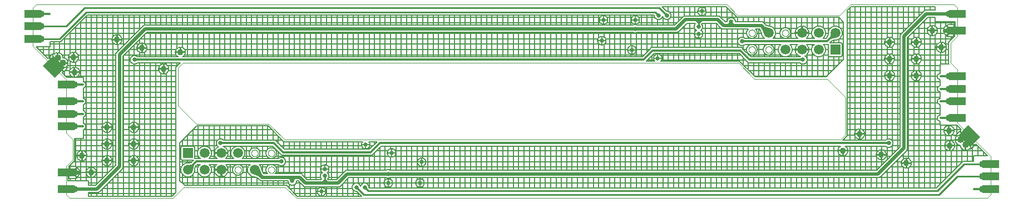
<source format=gbl>
G04 EAGLE Gerber X2 export*
%TF.Part,Single*%
%TF.FileFunction,Other,bottom copper*%
%TF.FilePolarity,Positive*%
%TF.GenerationSoftware,Autodesk,EAGLE,9.5.2*%
%TF.CreationDate,2020-04-08T10:12:48Z*%
G75*
%MOMM*%
%FSLAX34Y34*%
%LPD*%
%INbottom copper*%
%AMOC8*
5,1,8,0,0,1.08239X$1,22.5*%
G01*
%ADD10C,0.000000*%
%ADD11R,2.540000X1.270000*%
%ADD12R,1.270000X2.540000*%
%ADD13R,1.500000X1.500000*%
%ADD14C,1.500000*%
%ADD15C,1.020000*%
%ADD16C,0.304800*%
%ADD17C,0.609600*%
%ADD18C,0.254000*%
%ADD19C,0.935000*%
%ADD20C,0.406400*%
%ADD21C,0.203200*%
%ADD22C,0.680000*%
%ADD23C,0.508000*%


D10*
X0Y232410D02*
X50800Y181610D01*
X50800Y100330D01*
X60960Y90170D01*
X60960Y59690D01*
X50800Y49530D01*
X50800Y6350D01*
X55880Y1270D01*
X213360Y1270D01*
X0Y232410D02*
X0Y290830D01*
X5080Y295910D01*
X220980Y199390D02*
X220980Y142240D01*
X220980Y199390D02*
X228600Y207010D01*
X1074420Y207010D01*
X1056640Y295910D02*
X5080Y295910D01*
X1074420Y207010D02*
X1098550Y182880D01*
X1209040Y182880D01*
X1073150Y279400D02*
X1056640Y295910D01*
X1073150Y279400D02*
X1228090Y279400D01*
X1407160Y115570D02*
X1457960Y64770D01*
X1407160Y115570D02*
X1407160Y196850D01*
X1397000Y207010D01*
X1397000Y237490D01*
X1407160Y247650D01*
X1407160Y290830D01*
X1402080Y295910D01*
X1244600Y295910D01*
X1457960Y64770D02*
X1457960Y6350D01*
X1452880Y1270D01*
X1236980Y97790D02*
X1236980Y154940D01*
X1236980Y97790D02*
X1229360Y90170D01*
X383540Y90170D01*
X401320Y1270D02*
X1452880Y1270D01*
X383540Y90170D02*
X359410Y114300D01*
X248920Y114300D01*
X384810Y17780D02*
X401320Y1270D01*
X384810Y17780D02*
X229870Y17780D01*
X1228090Y279400D02*
X1244600Y295910D01*
X1209040Y182880D02*
X1236980Y154940D01*
X248920Y114300D02*
X220980Y142240D01*
X229870Y17780D02*
X213360Y1270D01*
D11*
X50800Y173990D03*
X50800Y148590D03*
X50800Y129540D03*
X50800Y110490D03*
X50800Y40640D03*
X50800Y15240D03*
D12*
G36*
X15740Y202610D02*
X24720Y211590D01*
X42680Y193630D01*
X33700Y184650D01*
X15740Y202610D01*
G37*
G36*
X22090Y208960D02*
X31070Y217940D01*
X49030Y199980D01*
X40050Y191000D01*
X22090Y208960D01*
G37*
D13*
X1221740Y227330D03*
D14*
X1221740Y252730D03*
X1196340Y227330D03*
X1196340Y252730D03*
X1170940Y227330D03*
X1170940Y252730D03*
X1120140Y252730D03*
D10*
X1115140Y227330D02*
X1115142Y227471D01*
X1115148Y227612D01*
X1115158Y227752D01*
X1115172Y227892D01*
X1115190Y228032D01*
X1115211Y228171D01*
X1115237Y228310D01*
X1115266Y228448D01*
X1115300Y228584D01*
X1115337Y228720D01*
X1115378Y228855D01*
X1115423Y228989D01*
X1115472Y229121D01*
X1115524Y229252D01*
X1115580Y229381D01*
X1115640Y229508D01*
X1115703Y229634D01*
X1115769Y229758D01*
X1115840Y229881D01*
X1115913Y230001D01*
X1115990Y230119D01*
X1116070Y230235D01*
X1116154Y230348D01*
X1116240Y230459D01*
X1116330Y230568D01*
X1116423Y230674D01*
X1116518Y230777D01*
X1116617Y230878D01*
X1116718Y230976D01*
X1116822Y231071D01*
X1116929Y231163D01*
X1117038Y231252D01*
X1117150Y231337D01*
X1117264Y231420D01*
X1117380Y231500D01*
X1117499Y231576D01*
X1117620Y231648D01*
X1117742Y231718D01*
X1117867Y231783D01*
X1117993Y231846D01*
X1118121Y231904D01*
X1118251Y231959D01*
X1118382Y232011D01*
X1118515Y232058D01*
X1118649Y232102D01*
X1118784Y232143D01*
X1118920Y232179D01*
X1119057Y232211D01*
X1119195Y232240D01*
X1119333Y232265D01*
X1119473Y232285D01*
X1119613Y232302D01*
X1119753Y232315D01*
X1119894Y232324D01*
X1120034Y232329D01*
X1120175Y232330D01*
X1120316Y232327D01*
X1120457Y232320D01*
X1120597Y232309D01*
X1120737Y232294D01*
X1120877Y232275D01*
X1121016Y232253D01*
X1121154Y232226D01*
X1121292Y232196D01*
X1121428Y232161D01*
X1121564Y232123D01*
X1121698Y232081D01*
X1121832Y232035D01*
X1121964Y231986D01*
X1122094Y231932D01*
X1122223Y231875D01*
X1122350Y231815D01*
X1122476Y231751D01*
X1122599Y231683D01*
X1122721Y231612D01*
X1122841Y231538D01*
X1122958Y231460D01*
X1123073Y231379D01*
X1123186Y231295D01*
X1123297Y231208D01*
X1123405Y231117D01*
X1123510Y231024D01*
X1123613Y230927D01*
X1123713Y230828D01*
X1123810Y230726D01*
X1123904Y230621D01*
X1123995Y230514D01*
X1124083Y230404D01*
X1124168Y230292D01*
X1124250Y230177D01*
X1124329Y230060D01*
X1124404Y229941D01*
X1124476Y229820D01*
X1124544Y229697D01*
X1124609Y229572D01*
X1124671Y229445D01*
X1124728Y229316D01*
X1124783Y229186D01*
X1124833Y229055D01*
X1124880Y228922D01*
X1124923Y228788D01*
X1124962Y228652D01*
X1124997Y228516D01*
X1125029Y228379D01*
X1125056Y228241D01*
X1125080Y228102D01*
X1125100Y227962D01*
X1125116Y227822D01*
X1125128Y227682D01*
X1125136Y227541D01*
X1125140Y227400D01*
X1125140Y227260D01*
X1125136Y227119D01*
X1125128Y226978D01*
X1125116Y226838D01*
X1125100Y226698D01*
X1125080Y226558D01*
X1125056Y226419D01*
X1125029Y226281D01*
X1124997Y226144D01*
X1124962Y226008D01*
X1124923Y225872D01*
X1124880Y225738D01*
X1124833Y225605D01*
X1124783Y225474D01*
X1124728Y225344D01*
X1124671Y225215D01*
X1124609Y225088D01*
X1124544Y224963D01*
X1124476Y224840D01*
X1124404Y224719D01*
X1124329Y224600D01*
X1124250Y224483D01*
X1124168Y224368D01*
X1124083Y224256D01*
X1123995Y224146D01*
X1123904Y224039D01*
X1123810Y223934D01*
X1123713Y223832D01*
X1123613Y223733D01*
X1123510Y223636D01*
X1123405Y223543D01*
X1123297Y223452D01*
X1123186Y223365D01*
X1123073Y223281D01*
X1122958Y223200D01*
X1122841Y223122D01*
X1122721Y223048D01*
X1122599Y222977D01*
X1122476Y222909D01*
X1122350Y222845D01*
X1122223Y222785D01*
X1122094Y222728D01*
X1121964Y222674D01*
X1121832Y222625D01*
X1121698Y222579D01*
X1121564Y222537D01*
X1121428Y222499D01*
X1121292Y222464D01*
X1121154Y222434D01*
X1121016Y222407D01*
X1120877Y222385D01*
X1120737Y222366D01*
X1120597Y222351D01*
X1120457Y222340D01*
X1120316Y222333D01*
X1120175Y222330D01*
X1120034Y222331D01*
X1119894Y222336D01*
X1119753Y222345D01*
X1119613Y222358D01*
X1119473Y222375D01*
X1119333Y222395D01*
X1119195Y222420D01*
X1119057Y222449D01*
X1118920Y222481D01*
X1118784Y222517D01*
X1118649Y222558D01*
X1118515Y222602D01*
X1118382Y222649D01*
X1118251Y222701D01*
X1118121Y222756D01*
X1117993Y222814D01*
X1117867Y222877D01*
X1117742Y222942D01*
X1117620Y223012D01*
X1117499Y223084D01*
X1117380Y223160D01*
X1117264Y223240D01*
X1117150Y223323D01*
X1117038Y223408D01*
X1116929Y223497D01*
X1116822Y223589D01*
X1116718Y223684D01*
X1116617Y223782D01*
X1116518Y223883D01*
X1116423Y223986D01*
X1116330Y224092D01*
X1116240Y224201D01*
X1116154Y224312D01*
X1116070Y224425D01*
X1115990Y224541D01*
X1115913Y224659D01*
X1115840Y224779D01*
X1115769Y224902D01*
X1115703Y225026D01*
X1115640Y225152D01*
X1115580Y225279D01*
X1115524Y225408D01*
X1115472Y225539D01*
X1115423Y225671D01*
X1115378Y225805D01*
X1115337Y225940D01*
X1115300Y226076D01*
X1115266Y226212D01*
X1115237Y226350D01*
X1115211Y226489D01*
X1115190Y226628D01*
X1115172Y226768D01*
X1115158Y226908D01*
X1115148Y227048D01*
X1115142Y227189D01*
X1115140Y227330D01*
X1089740Y227330D02*
X1089742Y227471D01*
X1089748Y227612D01*
X1089758Y227752D01*
X1089772Y227892D01*
X1089790Y228032D01*
X1089811Y228171D01*
X1089837Y228310D01*
X1089866Y228448D01*
X1089900Y228584D01*
X1089937Y228720D01*
X1089978Y228855D01*
X1090023Y228989D01*
X1090072Y229121D01*
X1090124Y229252D01*
X1090180Y229381D01*
X1090240Y229508D01*
X1090303Y229634D01*
X1090369Y229758D01*
X1090440Y229881D01*
X1090513Y230001D01*
X1090590Y230119D01*
X1090670Y230235D01*
X1090754Y230348D01*
X1090840Y230459D01*
X1090930Y230568D01*
X1091023Y230674D01*
X1091118Y230777D01*
X1091217Y230878D01*
X1091318Y230976D01*
X1091422Y231071D01*
X1091529Y231163D01*
X1091638Y231252D01*
X1091750Y231337D01*
X1091864Y231420D01*
X1091980Y231500D01*
X1092099Y231576D01*
X1092220Y231648D01*
X1092342Y231718D01*
X1092467Y231783D01*
X1092593Y231846D01*
X1092721Y231904D01*
X1092851Y231959D01*
X1092982Y232011D01*
X1093115Y232058D01*
X1093249Y232102D01*
X1093384Y232143D01*
X1093520Y232179D01*
X1093657Y232211D01*
X1093795Y232240D01*
X1093933Y232265D01*
X1094073Y232285D01*
X1094213Y232302D01*
X1094353Y232315D01*
X1094494Y232324D01*
X1094634Y232329D01*
X1094775Y232330D01*
X1094916Y232327D01*
X1095057Y232320D01*
X1095197Y232309D01*
X1095337Y232294D01*
X1095477Y232275D01*
X1095616Y232253D01*
X1095754Y232226D01*
X1095892Y232196D01*
X1096028Y232161D01*
X1096164Y232123D01*
X1096298Y232081D01*
X1096432Y232035D01*
X1096564Y231986D01*
X1096694Y231932D01*
X1096823Y231875D01*
X1096950Y231815D01*
X1097076Y231751D01*
X1097199Y231683D01*
X1097321Y231612D01*
X1097441Y231538D01*
X1097558Y231460D01*
X1097673Y231379D01*
X1097786Y231295D01*
X1097897Y231208D01*
X1098005Y231117D01*
X1098110Y231024D01*
X1098213Y230927D01*
X1098313Y230828D01*
X1098410Y230726D01*
X1098504Y230621D01*
X1098595Y230514D01*
X1098683Y230404D01*
X1098768Y230292D01*
X1098850Y230177D01*
X1098929Y230060D01*
X1099004Y229941D01*
X1099076Y229820D01*
X1099144Y229697D01*
X1099209Y229572D01*
X1099271Y229445D01*
X1099328Y229316D01*
X1099383Y229186D01*
X1099433Y229055D01*
X1099480Y228922D01*
X1099523Y228788D01*
X1099562Y228652D01*
X1099597Y228516D01*
X1099629Y228379D01*
X1099656Y228241D01*
X1099680Y228102D01*
X1099700Y227962D01*
X1099716Y227822D01*
X1099728Y227682D01*
X1099736Y227541D01*
X1099740Y227400D01*
X1099740Y227260D01*
X1099736Y227119D01*
X1099728Y226978D01*
X1099716Y226838D01*
X1099700Y226698D01*
X1099680Y226558D01*
X1099656Y226419D01*
X1099629Y226281D01*
X1099597Y226144D01*
X1099562Y226008D01*
X1099523Y225872D01*
X1099480Y225738D01*
X1099433Y225605D01*
X1099383Y225474D01*
X1099328Y225344D01*
X1099271Y225215D01*
X1099209Y225088D01*
X1099144Y224963D01*
X1099076Y224840D01*
X1099004Y224719D01*
X1098929Y224600D01*
X1098850Y224483D01*
X1098768Y224368D01*
X1098683Y224256D01*
X1098595Y224146D01*
X1098504Y224039D01*
X1098410Y223934D01*
X1098313Y223832D01*
X1098213Y223733D01*
X1098110Y223636D01*
X1098005Y223543D01*
X1097897Y223452D01*
X1097786Y223365D01*
X1097673Y223281D01*
X1097558Y223200D01*
X1097441Y223122D01*
X1097321Y223048D01*
X1097199Y222977D01*
X1097076Y222909D01*
X1096950Y222845D01*
X1096823Y222785D01*
X1096694Y222728D01*
X1096564Y222674D01*
X1096432Y222625D01*
X1096298Y222579D01*
X1096164Y222537D01*
X1096028Y222499D01*
X1095892Y222464D01*
X1095754Y222434D01*
X1095616Y222407D01*
X1095477Y222385D01*
X1095337Y222366D01*
X1095197Y222351D01*
X1095057Y222340D01*
X1094916Y222333D01*
X1094775Y222330D01*
X1094634Y222331D01*
X1094494Y222336D01*
X1094353Y222345D01*
X1094213Y222358D01*
X1094073Y222375D01*
X1093933Y222395D01*
X1093795Y222420D01*
X1093657Y222449D01*
X1093520Y222481D01*
X1093384Y222517D01*
X1093249Y222558D01*
X1093115Y222602D01*
X1092982Y222649D01*
X1092851Y222701D01*
X1092721Y222756D01*
X1092593Y222814D01*
X1092467Y222877D01*
X1092342Y222942D01*
X1092220Y223012D01*
X1092099Y223084D01*
X1091980Y223160D01*
X1091864Y223240D01*
X1091750Y223323D01*
X1091638Y223408D01*
X1091529Y223497D01*
X1091422Y223589D01*
X1091318Y223684D01*
X1091217Y223782D01*
X1091118Y223883D01*
X1091023Y223986D01*
X1090930Y224092D01*
X1090840Y224201D01*
X1090754Y224312D01*
X1090670Y224425D01*
X1090590Y224541D01*
X1090513Y224659D01*
X1090440Y224779D01*
X1090369Y224902D01*
X1090303Y225026D01*
X1090240Y225152D01*
X1090180Y225279D01*
X1090124Y225408D01*
X1090072Y225539D01*
X1090023Y225671D01*
X1089978Y225805D01*
X1089937Y225940D01*
X1089900Y226076D01*
X1089866Y226212D01*
X1089837Y226350D01*
X1089811Y226489D01*
X1089790Y226628D01*
X1089772Y226768D01*
X1089758Y226908D01*
X1089748Y227048D01*
X1089742Y227189D01*
X1089740Y227330D01*
X1089740Y252730D02*
X1089742Y252871D01*
X1089748Y253012D01*
X1089758Y253152D01*
X1089772Y253292D01*
X1089790Y253432D01*
X1089811Y253571D01*
X1089837Y253710D01*
X1089866Y253848D01*
X1089900Y253984D01*
X1089937Y254120D01*
X1089978Y254255D01*
X1090023Y254389D01*
X1090072Y254521D01*
X1090124Y254652D01*
X1090180Y254781D01*
X1090240Y254908D01*
X1090303Y255034D01*
X1090369Y255158D01*
X1090440Y255281D01*
X1090513Y255401D01*
X1090590Y255519D01*
X1090670Y255635D01*
X1090754Y255748D01*
X1090840Y255859D01*
X1090930Y255968D01*
X1091023Y256074D01*
X1091118Y256177D01*
X1091217Y256278D01*
X1091318Y256376D01*
X1091422Y256471D01*
X1091529Y256563D01*
X1091638Y256652D01*
X1091750Y256737D01*
X1091864Y256820D01*
X1091980Y256900D01*
X1092099Y256976D01*
X1092220Y257048D01*
X1092342Y257118D01*
X1092467Y257183D01*
X1092593Y257246D01*
X1092721Y257304D01*
X1092851Y257359D01*
X1092982Y257411D01*
X1093115Y257458D01*
X1093249Y257502D01*
X1093384Y257543D01*
X1093520Y257579D01*
X1093657Y257611D01*
X1093795Y257640D01*
X1093933Y257665D01*
X1094073Y257685D01*
X1094213Y257702D01*
X1094353Y257715D01*
X1094494Y257724D01*
X1094634Y257729D01*
X1094775Y257730D01*
X1094916Y257727D01*
X1095057Y257720D01*
X1095197Y257709D01*
X1095337Y257694D01*
X1095477Y257675D01*
X1095616Y257653D01*
X1095754Y257626D01*
X1095892Y257596D01*
X1096028Y257561D01*
X1096164Y257523D01*
X1096298Y257481D01*
X1096432Y257435D01*
X1096564Y257386D01*
X1096694Y257332D01*
X1096823Y257275D01*
X1096950Y257215D01*
X1097076Y257151D01*
X1097199Y257083D01*
X1097321Y257012D01*
X1097441Y256938D01*
X1097558Y256860D01*
X1097673Y256779D01*
X1097786Y256695D01*
X1097897Y256608D01*
X1098005Y256517D01*
X1098110Y256424D01*
X1098213Y256327D01*
X1098313Y256228D01*
X1098410Y256126D01*
X1098504Y256021D01*
X1098595Y255914D01*
X1098683Y255804D01*
X1098768Y255692D01*
X1098850Y255577D01*
X1098929Y255460D01*
X1099004Y255341D01*
X1099076Y255220D01*
X1099144Y255097D01*
X1099209Y254972D01*
X1099271Y254845D01*
X1099328Y254716D01*
X1099383Y254586D01*
X1099433Y254455D01*
X1099480Y254322D01*
X1099523Y254188D01*
X1099562Y254052D01*
X1099597Y253916D01*
X1099629Y253779D01*
X1099656Y253641D01*
X1099680Y253502D01*
X1099700Y253362D01*
X1099716Y253222D01*
X1099728Y253082D01*
X1099736Y252941D01*
X1099740Y252800D01*
X1099740Y252660D01*
X1099736Y252519D01*
X1099728Y252378D01*
X1099716Y252238D01*
X1099700Y252098D01*
X1099680Y251958D01*
X1099656Y251819D01*
X1099629Y251681D01*
X1099597Y251544D01*
X1099562Y251408D01*
X1099523Y251272D01*
X1099480Y251138D01*
X1099433Y251005D01*
X1099383Y250874D01*
X1099328Y250744D01*
X1099271Y250615D01*
X1099209Y250488D01*
X1099144Y250363D01*
X1099076Y250240D01*
X1099004Y250119D01*
X1098929Y250000D01*
X1098850Y249883D01*
X1098768Y249768D01*
X1098683Y249656D01*
X1098595Y249546D01*
X1098504Y249439D01*
X1098410Y249334D01*
X1098313Y249232D01*
X1098213Y249133D01*
X1098110Y249036D01*
X1098005Y248943D01*
X1097897Y248852D01*
X1097786Y248765D01*
X1097673Y248681D01*
X1097558Y248600D01*
X1097441Y248522D01*
X1097321Y248448D01*
X1097199Y248377D01*
X1097076Y248309D01*
X1096950Y248245D01*
X1096823Y248185D01*
X1096694Y248128D01*
X1096564Y248074D01*
X1096432Y248025D01*
X1096298Y247979D01*
X1096164Y247937D01*
X1096028Y247899D01*
X1095892Y247864D01*
X1095754Y247834D01*
X1095616Y247807D01*
X1095477Y247785D01*
X1095337Y247766D01*
X1095197Y247751D01*
X1095057Y247740D01*
X1094916Y247733D01*
X1094775Y247730D01*
X1094634Y247731D01*
X1094494Y247736D01*
X1094353Y247745D01*
X1094213Y247758D01*
X1094073Y247775D01*
X1093933Y247795D01*
X1093795Y247820D01*
X1093657Y247849D01*
X1093520Y247881D01*
X1093384Y247917D01*
X1093249Y247958D01*
X1093115Y248002D01*
X1092982Y248049D01*
X1092851Y248101D01*
X1092721Y248156D01*
X1092593Y248214D01*
X1092467Y248277D01*
X1092342Y248342D01*
X1092220Y248412D01*
X1092099Y248484D01*
X1091980Y248560D01*
X1091864Y248640D01*
X1091750Y248723D01*
X1091638Y248808D01*
X1091529Y248897D01*
X1091422Y248989D01*
X1091318Y249084D01*
X1091217Y249182D01*
X1091118Y249283D01*
X1091023Y249386D01*
X1090930Y249492D01*
X1090840Y249601D01*
X1090754Y249712D01*
X1090670Y249825D01*
X1090590Y249941D01*
X1090513Y250059D01*
X1090440Y250179D01*
X1090369Y250302D01*
X1090303Y250426D01*
X1090240Y250552D01*
X1090180Y250679D01*
X1090124Y250808D01*
X1090072Y250939D01*
X1090023Y251071D01*
X1089978Y251205D01*
X1089937Y251340D01*
X1089900Y251476D01*
X1089866Y251612D01*
X1089837Y251750D01*
X1089811Y251889D01*
X1089790Y252028D01*
X1089772Y252168D01*
X1089758Y252308D01*
X1089748Y252448D01*
X1089742Y252589D01*
X1089740Y252730D01*
D14*
X1145540Y227330D03*
D10*
X1140540Y252730D02*
X1140542Y252871D01*
X1140548Y253012D01*
X1140558Y253152D01*
X1140572Y253292D01*
X1140590Y253432D01*
X1140611Y253571D01*
X1140637Y253710D01*
X1140666Y253848D01*
X1140700Y253984D01*
X1140737Y254120D01*
X1140778Y254255D01*
X1140823Y254389D01*
X1140872Y254521D01*
X1140924Y254652D01*
X1140980Y254781D01*
X1141040Y254908D01*
X1141103Y255034D01*
X1141169Y255158D01*
X1141240Y255281D01*
X1141313Y255401D01*
X1141390Y255519D01*
X1141470Y255635D01*
X1141554Y255748D01*
X1141640Y255859D01*
X1141730Y255968D01*
X1141823Y256074D01*
X1141918Y256177D01*
X1142017Y256278D01*
X1142118Y256376D01*
X1142222Y256471D01*
X1142329Y256563D01*
X1142438Y256652D01*
X1142550Y256737D01*
X1142664Y256820D01*
X1142780Y256900D01*
X1142899Y256976D01*
X1143020Y257048D01*
X1143142Y257118D01*
X1143267Y257183D01*
X1143393Y257246D01*
X1143521Y257304D01*
X1143651Y257359D01*
X1143782Y257411D01*
X1143915Y257458D01*
X1144049Y257502D01*
X1144184Y257543D01*
X1144320Y257579D01*
X1144457Y257611D01*
X1144595Y257640D01*
X1144733Y257665D01*
X1144873Y257685D01*
X1145013Y257702D01*
X1145153Y257715D01*
X1145294Y257724D01*
X1145434Y257729D01*
X1145575Y257730D01*
X1145716Y257727D01*
X1145857Y257720D01*
X1145997Y257709D01*
X1146137Y257694D01*
X1146277Y257675D01*
X1146416Y257653D01*
X1146554Y257626D01*
X1146692Y257596D01*
X1146828Y257561D01*
X1146964Y257523D01*
X1147098Y257481D01*
X1147232Y257435D01*
X1147364Y257386D01*
X1147494Y257332D01*
X1147623Y257275D01*
X1147750Y257215D01*
X1147876Y257151D01*
X1147999Y257083D01*
X1148121Y257012D01*
X1148241Y256938D01*
X1148358Y256860D01*
X1148473Y256779D01*
X1148586Y256695D01*
X1148697Y256608D01*
X1148805Y256517D01*
X1148910Y256424D01*
X1149013Y256327D01*
X1149113Y256228D01*
X1149210Y256126D01*
X1149304Y256021D01*
X1149395Y255914D01*
X1149483Y255804D01*
X1149568Y255692D01*
X1149650Y255577D01*
X1149729Y255460D01*
X1149804Y255341D01*
X1149876Y255220D01*
X1149944Y255097D01*
X1150009Y254972D01*
X1150071Y254845D01*
X1150128Y254716D01*
X1150183Y254586D01*
X1150233Y254455D01*
X1150280Y254322D01*
X1150323Y254188D01*
X1150362Y254052D01*
X1150397Y253916D01*
X1150429Y253779D01*
X1150456Y253641D01*
X1150480Y253502D01*
X1150500Y253362D01*
X1150516Y253222D01*
X1150528Y253082D01*
X1150536Y252941D01*
X1150540Y252800D01*
X1150540Y252660D01*
X1150536Y252519D01*
X1150528Y252378D01*
X1150516Y252238D01*
X1150500Y252098D01*
X1150480Y251958D01*
X1150456Y251819D01*
X1150429Y251681D01*
X1150397Y251544D01*
X1150362Y251408D01*
X1150323Y251272D01*
X1150280Y251138D01*
X1150233Y251005D01*
X1150183Y250874D01*
X1150128Y250744D01*
X1150071Y250615D01*
X1150009Y250488D01*
X1149944Y250363D01*
X1149876Y250240D01*
X1149804Y250119D01*
X1149729Y250000D01*
X1149650Y249883D01*
X1149568Y249768D01*
X1149483Y249656D01*
X1149395Y249546D01*
X1149304Y249439D01*
X1149210Y249334D01*
X1149113Y249232D01*
X1149013Y249133D01*
X1148910Y249036D01*
X1148805Y248943D01*
X1148697Y248852D01*
X1148586Y248765D01*
X1148473Y248681D01*
X1148358Y248600D01*
X1148241Y248522D01*
X1148121Y248448D01*
X1147999Y248377D01*
X1147876Y248309D01*
X1147750Y248245D01*
X1147623Y248185D01*
X1147494Y248128D01*
X1147364Y248074D01*
X1147232Y248025D01*
X1147098Y247979D01*
X1146964Y247937D01*
X1146828Y247899D01*
X1146692Y247864D01*
X1146554Y247834D01*
X1146416Y247807D01*
X1146277Y247785D01*
X1146137Y247766D01*
X1145997Y247751D01*
X1145857Y247740D01*
X1145716Y247733D01*
X1145575Y247730D01*
X1145434Y247731D01*
X1145294Y247736D01*
X1145153Y247745D01*
X1145013Y247758D01*
X1144873Y247775D01*
X1144733Y247795D01*
X1144595Y247820D01*
X1144457Y247849D01*
X1144320Y247881D01*
X1144184Y247917D01*
X1144049Y247958D01*
X1143915Y248002D01*
X1143782Y248049D01*
X1143651Y248101D01*
X1143521Y248156D01*
X1143393Y248214D01*
X1143267Y248277D01*
X1143142Y248342D01*
X1143020Y248412D01*
X1142899Y248484D01*
X1142780Y248560D01*
X1142664Y248640D01*
X1142550Y248723D01*
X1142438Y248808D01*
X1142329Y248897D01*
X1142222Y248989D01*
X1142118Y249084D01*
X1142017Y249182D01*
X1141918Y249283D01*
X1141823Y249386D01*
X1141730Y249492D01*
X1141640Y249601D01*
X1141554Y249712D01*
X1141470Y249825D01*
X1141390Y249941D01*
X1141313Y250059D01*
X1141240Y250179D01*
X1141169Y250302D01*
X1141103Y250426D01*
X1141040Y250552D01*
X1140980Y250679D01*
X1140924Y250808D01*
X1140872Y250939D01*
X1140823Y251071D01*
X1140778Y251205D01*
X1140737Y251340D01*
X1140700Y251476D01*
X1140666Y251612D01*
X1140637Y251750D01*
X1140611Y251889D01*
X1140590Y252028D01*
X1140572Y252168D01*
X1140558Y252308D01*
X1140548Y252448D01*
X1140542Y252589D01*
X1140540Y252730D01*
D11*
X0Y281940D03*
X0Y262890D03*
X0Y243840D03*
X1407160Y123190D03*
X1407160Y148590D03*
X1407160Y167640D03*
X1407160Y186690D03*
X1407160Y256540D03*
X1407160Y281940D03*
D12*
G36*
X1442220Y94570D02*
X1433240Y85590D01*
X1415280Y103550D01*
X1424260Y112530D01*
X1442220Y94570D01*
G37*
G36*
X1435870Y88220D02*
X1426890Y79240D01*
X1408930Y97200D01*
X1417910Y106180D01*
X1435870Y88220D01*
G37*
D13*
X236220Y69850D03*
D14*
X236220Y44450D03*
X261620Y69850D03*
X261620Y44450D03*
X287020Y69850D03*
X287020Y44450D03*
X337820Y44450D03*
D10*
X332820Y69850D02*
X332822Y69991D01*
X332828Y70132D01*
X332838Y70272D01*
X332852Y70412D01*
X332870Y70552D01*
X332891Y70691D01*
X332917Y70830D01*
X332946Y70968D01*
X332980Y71104D01*
X333017Y71240D01*
X333058Y71375D01*
X333103Y71509D01*
X333152Y71641D01*
X333204Y71772D01*
X333260Y71901D01*
X333320Y72028D01*
X333383Y72154D01*
X333449Y72278D01*
X333520Y72401D01*
X333593Y72521D01*
X333670Y72639D01*
X333750Y72755D01*
X333834Y72868D01*
X333920Y72979D01*
X334010Y73088D01*
X334103Y73194D01*
X334198Y73297D01*
X334297Y73398D01*
X334398Y73496D01*
X334502Y73591D01*
X334609Y73683D01*
X334718Y73772D01*
X334830Y73857D01*
X334944Y73940D01*
X335060Y74020D01*
X335179Y74096D01*
X335300Y74168D01*
X335422Y74238D01*
X335547Y74303D01*
X335673Y74366D01*
X335801Y74424D01*
X335931Y74479D01*
X336062Y74531D01*
X336195Y74578D01*
X336329Y74622D01*
X336464Y74663D01*
X336600Y74699D01*
X336737Y74731D01*
X336875Y74760D01*
X337013Y74785D01*
X337153Y74805D01*
X337293Y74822D01*
X337433Y74835D01*
X337574Y74844D01*
X337714Y74849D01*
X337855Y74850D01*
X337996Y74847D01*
X338137Y74840D01*
X338277Y74829D01*
X338417Y74814D01*
X338557Y74795D01*
X338696Y74773D01*
X338834Y74746D01*
X338972Y74716D01*
X339108Y74681D01*
X339244Y74643D01*
X339378Y74601D01*
X339512Y74555D01*
X339644Y74506D01*
X339774Y74452D01*
X339903Y74395D01*
X340030Y74335D01*
X340156Y74271D01*
X340279Y74203D01*
X340401Y74132D01*
X340521Y74058D01*
X340638Y73980D01*
X340753Y73899D01*
X340866Y73815D01*
X340977Y73728D01*
X341085Y73637D01*
X341190Y73544D01*
X341293Y73447D01*
X341393Y73348D01*
X341490Y73246D01*
X341584Y73141D01*
X341675Y73034D01*
X341763Y72924D01*
X341848Y72812D01*
X341930Y72697D01*
X342009Y72580D01*
X342084Y72461D01*
X342156Y72340D01*
X342224Y72217D01*
X342289Y72092D01*
X342351Y71965D01*
X342408Y71836D01*
X342463Y71706D01*
X342513Y71575D01*
X342560Y71442D01*
X342603Y71308D01*
X342642Y71172D01*
X342677Y71036D01*
X342709Y70899D01*
X342736Y70761D01*
X342760Y70622D01*
X342780Y70482D01*
X342796Y70342D01*
X342808Y70202D01*
X342816Y70061D01*
X342820Y69920D01*
X342820Y69780D01*
X342816Y69639D01*
X342808Y69498D01*
X342796Y69358D01*
X342780Y69218D01*
X342760Y69078D01*
X342736Y68939D01*
X342709Y68801D01*
X342677Y68664D01*
X342642Y68528D01*
X342603Y68392D01*
X342560Y68258D01*
X342513Y68125D01*
X342463Y67994D01*
X342408Y67864D01*
X342351Y67735D01*
X342289Y67608D01*
X342224Y67483D01*
X342156Y67360D01*
X342084Y67239D01*
X342009Y67120D01*
X341930Y67003D01*
X341848Y66888D01*
X341763Y66776D01*
X341675Y66666D01*
X341584Y66559D01*
X341490Y66454D01*
X341393Y66352D01*
X341293Y66253D01*
X341190Y66156D01*
X341085Y66063D01*
X340977Y65972D01*
X340866Y65885D01*
X340753Y65801D01*
X340638Y65720D01*
X340521Y65642D01*
X340401Y65568D01*
X340279Y65497D01*
X340156Y65429D01*
X340030Y65365D01*
X339903Y65305D01*
X339774Y65248D01*
X339644Y65194D01*
X339512Y65145D01*
X339378Y65099D01*
X339244Y65057D01*
X339108Y65019D01*
X338972Y64984D01*
X338834Y64954D01*
X338696Y64927D01*
X338557Y64905D01*
X338417Y64886D01*
X338277Y64871D01*
X338137Y64860D01*
X337996Y64853D01*
X337855Y64850D01*
X337714Y64851D01*
X337574Y64856D01*
X337433Y64865D01*
X337293Y64878D01*
X337153Y64895D01*
X337013Y64915D01*
X336875Y64940D01*
X336737Y64969D01*
X336600Y65001D01*
X336464Y65037D01*
X336329Y65078D01*
X336195Y65122D01*
X336062Y65169D01*
X335931Y65221D01*
X335801Y65276D01*
X335673Y65334D01*
X335547Y65397D01*
X335422Y65462D01*
X335300Y65532D01*
X335179Y65604D01*
X335060Y65680D01*
X334944Y65760D01*
X334830Y65843D01*
X334718Y65928D01*
X334609Y66017D01*
X334502Y66109D01*
X334398Y66204D01*
X334297Y66302D01*
X334198Y66403D01*
X334103Y66506D01*
X334010Y66612D01*
X333920Y66721D01*
X333834Y66832D01*
X333750Y66945D01*
X333670Y67061D01*
X333593Y67179D01*
X333520Y67299D01*
X333449Y67422D01*
X333383Y67546D01*
X333320Y67672D01*
X333260Y67799D01*
X333204Y67928D01*
X333152Y68059D01*
X333103Y68191D01*
X333058Y68325D01*
X333017Y68460D01*
X332980Y68596D01*
X332946Y68732D01*
X332917Y68870D01*
X332891Y69009D01*
X332870Y69148D01*
X332852Y69288D01*
X332838Y69428D01*
X332828Y69568D01*
X332822Y69709D01*
X332820Y69850D01*
X358220Y69850D02*
X358222Y69991D01*
X358228Y70132D01*
X358238Y70272D01*
X358252Y70412D01*
X358270Y70552D01*
X358291Y70691D01*
X358317Y70830D01*
X358346Y70968D01*
X358380Y71104D01*
X358417Y71240D01*
X358458Y71375D01*
X358503Y71509D01*
X358552Y71641D01*
X358604Y71772D01*
X358660Y71901D01*
X358720Y72028D01*
X358783Y72154D01*
X358849Y72278D01*
X358920Y72401D01*
X358993Y72521D01*
X359070Y72639D01*
X359150Y72755D01*
X359234Y72868D01*
X359320Y72979D01*
X359410Y73088D01*
X359503Y73194D01*
X359598Y73297D01*
X359697Y73398D01*
X359798Y73496D01*
X359902Y73591D01*
X360009Y73683D01*
X360118Y73772D01*
X360230Y73857D01*
X360344Y73940D01*
X360460Y74020D01*
X360579Y74096D01*
X360700Y74168D01*
X360822Y74238D01*
X360947Y74303D01*
X361073Y74366D01*
X361201Y74424D01*
X361331Y74479D01*
X361462Y74531D01*
X361595Y74578D01*
X361729Y74622D01*
X361864Y74663D01*
X362000Y74699D01*
X362137Y74731D01*
X362275Y74760D01*
X362413Y74785D01*
X362553Y74805D01*
X362693Y74822D01*
X362833Y74835D01*
X362974Y74844D01*
X363114Y74849D01*
X363255Y74850D01*
X363396Y74847D01*
X363537Y74840D01*
X363677Y74829D01*
X363817Y74814D01*
X363957Y74795D01*
X364096Y74773D01*
X364234Y74746D01*
X364372Y74716D01*
X364508Y74681D01*
X364644Y74643D01*
X364778Y74601D01*
X364912Y74555D01*
X365044Y74506D01*
X365174Y74452D01*
X365303Y74395D01*
X365430Y74335D01*
X365556Y74271D01*
X365679Y74203D01*
X365801Y74132D01*
X365921Y74058D01*
X366038Y73980D01*
X366153Y73899D01*
X366266Y73815D01*
X366377Y73728D01*
X366485Y73637D01*
X366590Y73544D01*
X366693Y73447D01*
X366793Y73348D01*
X366890Y73246D01*
X366984Y73141D01*
X367075Y73034D01*
X367163Y72924D01*
X367248Y72812D01*
X367330Y72697D01*
X367409Y72580D01*
X367484Y72461D01*
X367556Y72340D01*
X367624Y72217D01*
X367689Y72092D01*
X367751Y71965D01*
X367808Y71836D01*
X367863Y71706D01*
X367913Y71575D01*
X367960Y71442D01*
X368003Y71308D01*
X368042Y71172D01*
X368077Y71036D01*
X368109Y70899D01*
X368136Y70761D01*
X368160Y70622D01*
X368180Y70482D01*
X368196Y70342D01*
X368208Y70202D01*
X368216Y70061D01*
X368220Y69920D01*
X368220Y69780D01*
X368216Y69639D01*
X368208Y69498D01*
X368196Y69358D01*
X368180Y69218D01*
X368160Y69078D01*
X368136Y68939D01*
X368109Y68801D01*
X368077Y68664D01*
X368042Y68528D01*
X368003Y68392D01*
X367960Y68258D01*
X367913Y68125D01*
X367863Y67994D01*
X367808Y67864D01*
X367751Y67735D01*
X367689Y67608D01*
X367624Y67483D01*
X367556Y67360D01*
X367484Y67239D01*
X367409Y67120D01*
X367330Y67003D01*
X367248Y66888D01*
X367163Y66776D01*
X367075Y66666D01*
X366984Y66559D01*
X366890Y66454D01*
X366793Y66352D01*
X366693Y66253D01*
X366590Y66156D01*
X366485Y66063D01*
X366377Y65972D01*
X366266Y65885D01*
X366153Y65801D01*
X366038Y65720D01*
X365921Y65642D01*
X365801Y65568D01*
X365679Y65497D01*
X365556Y65429D01*
X365430Y65365D01*
X365303Y65305D01*
X365174Y65248D01*
X365044Y65194D01*
X364912Y65145D01*
X364778Y65099D01*
X364644Y65057D01*
X364508Y65019D01*
X364372Y64984D01*
X364234Y64954D01*
X364096Y64927D01*
X363957Y64905D01*
X363817Y64886D01*
X363677Y64871D01*
X363537Y64860D01*
X363396Y64853D01*
X363255Y64850D01*
X363114Y64851D01*
X362974Y64856D01*
X362833Y64865D01*
X362693Y64878D01*
X362553Y64895D01*
X362413Y64915D01*
X362275Y64940D01*
X362137Y64969D01*
X362000Y65001D01*
X361864Y65037D01*
X361729Y65078D01*
X361595Y65122D01*
X361462Y65169D01*
X361331Y65221D01*
X361201Y65276D01*
X361073Y65334D01*
X360947Y65397D01*
X360822Y65462D01*
X360700Y65532D01*
X360579Y65604D01*
X360460Y65680D01*
X360344Y65760D01*
X360230Y65843D01*
X360118Y65928D01*
X360009Y66017D01*
X359902Y66109D01*
X359798Y66204D01*
X359697Y66302D01*
X359598Y66403D01*
X359503Y66506D01*
X359410Y66612D01*
X359320Y66721D01*
X359234Y66832D01*
X359150Y66945D01*
X359070Y67061D01*
X358993Y67179D01*
X358920Y67299D01*
X358849Y67422D01*
X358783Y67546D01*
X358720Y67672D01*
X358660Y67799D01*
X358604Y67928D01*
X358552Y68059D01*
X358503Y68191D01*
X358458Y68325D01*
X358417Y68460D01*
X358380Y68596D01*
X358346Y68732D01*
X358317Y68870D01*
X358291Y69009D01*
X358270Y69148D01*
X358252Y69288D01*
X358238Y69428D01*
X358228Y69568D01*
X358222Y69709D01*
X358220Y69850D01*
X358220Y44450D02*
X358222Y44591D01*
X358228Y44732D01*
X358238Y44872D01*
X358252Y45012D01*
X358270Y45152D01*
X358291Y45291D01*
X358317Y45430D01*
X358346Y45568D01*
X358380Y45704D01*
X358417Y45840D01*
X358458Y45975D01*
X358503Y46109D01*
X358552Y46241D01*
X358604Y46372D01*
X358660Y46501D01*
X358720Y46628D01*
X358783Y46754D01*
X358849Y46878D01*
X358920Y47001D01*
X358993Y47121D01*
X359070Y47239D01*
X359150Y47355D01*
X359234Y47468D01*
X359320Y47579D01*
X359410Y47688D01*
X359503Y47794D01*
X359598Y47897D01*
X359697Y47998D01*
X359798Y48096D01*
X359902Y48191D01*
X360009Y48283D01*
X360118Y48372D01*
X360230Y48457D01*
X360344Y48540D01*
X360460Y48620D01*
X360579Y48696D01*
X360700Y48768D01*
X360822Y48838D01*
X360947Y48903D01*
X361073Y48966D01*
X361201Y49024D01*
X361331Y49079D01*
X361462Y49131D01*
X361595Y49178D01*
X361729Y49222D01*
X361864Y49263D01*
X362000Y49299D01*
X362137Y49331D01*
X362275Y49360D01*
X362413Y49385D01*
X362553Y49405D01*
X362693Y49422D01*
X362833Y49435D01*
X362974Y49444D01*
X363114Y49449D01*
X363255Y49450D01*
X363396Y49447D01*
X363537Y49440D01*
X363677Y49429D01*
X363817Y49414D01*
X363957Y49395D01*
X364096Y49373D01*
X364234Y49346D01*
X364372Y49316D01*
X364508Y49281D01*
X364644Y49243D01*
X364778Y49201D01*
X364912Y49155D01*
X365044Y49106D01*
X365174Y49052D01*
X365303Y48995D01*
X365430Y48935D01*
X365556Y48871D01*
X365679Y48803D01*
X365801Y48732D01*
X365921Y48658D01*
X366038Y48580D01*
X366153Y48499D01*
X366266Y48415D01*
X366377Y48328D01*
X366485Y48237D01*
X366590Y48144D01*
X366693Y48047D01*
X366793Y47948D01*
X366890Y47846D01*
X366984Y47741D01*
X367075Y47634D01*
X367163Y47524D01*
X367248Y47412D01*
X367330Y47297D01*
X367409Y47180D01*
X367484Y47061D01*
X367556Y46940D01*
X367624Y46817D01*
X367689Y46692D01*
X367751Y46565D01*
X367808Y46436D01*
X367863Y46306D01*
X367913Y46175D01*
X367960Y46042D01*
X368003Y45908D01*
X368042Y45772D01*
X368077Y45636D01*
X368109Y45499D01*
X368136Y45361D01*
X368160Y45222D01*
X368180Y45082D01*
X368196Y44942D01*
X368208Y44802D01*
X368216Y44661D01*
X368220Y44520D01*
X368220Y44380D01*
X368216Y44239D01*
X368208Y44098D01*
X368196Y43958D01*
X368180Y43818D01*
X368160Y43678D01*
X368136Y43539D01*
X368109Y43401D01*
X368077Y43264D01*
X368042Y43128D01*
X368003Y42992D01*
X367960Y42858D01*
X367913Y42725D01*
X367863Y42594D01*
X367808Y42464D01*
X367751Y42335D01*
X367689Y42208D01*
X367624Y42083D01*
X367556Y41960D01*
X367484Y41839D01*
X367409Y41720D01*
X367330Y41603D01*
X367248Y41488D01*
X367163Y41376D01*
X367075Y41266D01*
X366984Y41159D01*
X366890Y41054D01*
X366793Y40952D01*
X366693Y40853D01*
X366590Y40756D01*
X366485Y40663D01*
X366377Y40572D01*
X366266Y40485D01*
X366153Y40401D01*
X366038Y40320D01*
X365921Y40242D01*
X365801Y40168D01*
X365679Y40097D01*
X365556Y40029D01*
X365430Y39965D01*
X365303Y39905D01*
X365174Y39848D01*
X365044Y39794D01*
X364912Y39745D01*
X364778Y39699D01*
X364644Y39657D01*
X364508Y39619D01*
X364372Y39584D01*
X364234Y39554D01*
X364096Y39527D01*
X363957Y39505D01*
X363817Y39486D01*
X363677Y39471D01*
X363537Y39460D01*
X363396Y39453D01*
X363255Y39450D01*
X363114Y39451D01*
X362974Y39456D01*
X362833Y39465D01*
X362693Y39478D01*
X362553Y39495D01*
X362413Y39515D01*
X362275Y39540D01*
X362137Y39569D01*
X362000Y39601D01*
X361864Y39637D01*
X361729Y39678D01*
X361595Y39722D01*
X361462Y39769D01*
X361331Y39821D01*
X361201Y39876D01*
X361073Y39934D01*
X360947Y39997D01*
X360822Y40062D01*
X360700Y40132D01*
X360579Y40204D01*
X360460Y40280D01*
X360344Y40360D01*
X360230Y40443D01*
X360118Y40528D01*
X360009Y40617D01*
X359902Y40709D01*
X359798Y40804D01*
X359697Y40902D01*
X359598Y41003D01*
X359503Y41106D01*
X359410Y41212D01*
X359320Y41321D01*
X359234Y41432D01*
X359150Y41545D01*
X359070Y41661D01*
X358993Y41779D01*
X358920Y41899D01*
X358849Y42022D01*
X358783Y42146D01*
X358720Y42272D01*
X358660Y42399D01*
X358604Y42528D01*
X358552Y42659D01*
X358503Y42791D01*
X358458Y42925D01*
X358417Y43060D01*
X358380Y43196D01*
X358346Y43332D01*
X358317Y43470D01*
X358291Y43609D01*
X358270Y43748D01*
X358252Y43888D01*
X358238Y44028D01*
X358228Y44168D01*
X358222Y44309D01*
X358220Y44450D01*
D14*
X312420Y69850D03*
D10*
X307420Y44450D02*
X307422Y44591D01*
X307428Y44732D01*
X307438Y44872D01*
X307452Y45012D01*
X307470Y45152D01*
X307491Y45291D01*
X307517Y45430D01*
X307546Y45568D01*
X307580Y45704D01*
X307617Y45840D01*
X307658Y45975D01*
X307703Y46109D01*
X307752Y46241D01*
X307804Y46372D01*
X307860Y46501D01*
X307920Y46628D01*
X307983Y46754D01*
X308049Y46878D01*
X308120Y47001D01*
X308193Y47121D01*
X308270Y47239D01*
X308350Y47355D01*
X308434Y47468D01*
X308520Y47579D01*
X308610Y47688D01*
X308703Y47794D01*
X308798Y47897D01*
X308897Y47998D01*
X308998Y48096D01*
X309102Y48191D01*
X309209Y48283D01*
X309318Y48372D01*
X309430Y48457D01*
X309544Y48540D01*
X309660Y48620D01*
X309779Y48696D01*
X309900Y48768D01*
X310022Y48838D01*
X310147Y48903D01*
X310273Y48966D01*
X310401Y49024D01*
X310531Y49079D01*
X310662Y49131D01*
X310795Y49178D01*
X310929Y49222D01*
X311064Y49263D01*
X311200Y49299D01*
X311337Y49331D01*
X311475Y49360D01*
X311613Y49385D01*
X311753Y49405D01*
X311893Y49422D01*
X312033Y49435D01*
X312174Y49444D01*
X312314Y49449D01*
X312455Y49450D01*
X312596Y49447D01*
X312737Y49440D01*
X312877Y49429D01*
X313017Y49414D01*
X313157Y49395D01*
X313296Y49373D01*
X313434Y49346D01*
X313572Y49316D01*
X313708Y49281D01*
X313844Y49243D01*
X313978Y49201D01*
X314112Y49155D01*
X314244Y49106D01*
X314374Y49052D01*
X314503Y48995D01*
X314630Y48935D01*
X314756Y48871D01*
X314879Y48803D01*
X315001Y48732D01*
X315121Y48658D01*
X315238Y48580D01*
X315353Y48499D01*
X315466Y48415D01*
X315577Y48328D01*
X315685Y48237D01*
X315790Y48144D01*
X315893Y48047D01*
X315993Y47948D01*
X316090Y47846D01*
X316184Y47741D01*
X316275Y47634D01*
X316363Y47524D01*
X316448Y47412D01*
X316530Y47297D01*
X316609Y47180D01*
X316684Y47061D01*
X316756Y46940D01*
X316824Y46817D01*
X316889Y46692D01*
X316951Y46565D01*
X317008Y46436D01*
X317063Y46306D01*
X317113Y46175D01*
X317160Y46042D01*
X317203Y45908D01*
X317242Y45772D01*
X317277Y45636D01*
X317309Y45499D01*
X317336Y45361D01*
X317360Y45222D01*
X317380Y45082D01*
X317396Y44942D01*
X317408Y44802D01*
X317416Y44661D01*
X317420Y44520D01*
X317420Y44380D01*
X317416Y44239D01*
X317408Y44098D01*
X317396Y43958D01*
X317380Y43818D01*
X317360Y43678D01*
X317336Y43539D01*
X317309Y43401D01*
X317277Y43264D01*
X317242Y43128D01*
X317203Y42992D01*
X317160Y42858D01*
X317113Y42725D01*
X317063Y42594D01*
X317008Y42464D01*
X316951Y42335D01*
X316889Y42208D01*
X316824Y42083D01*
X316756Y41960D01*
X316684Y41839D01*
X316609Y41720D01*
X316530Y41603D01*
X316448Y41488D01*
X316363Y41376D01*
X316275Y41266D01*
X316184Y41159D01*
X316090Y41054D01*
X315993Y40952D01*
X315893Y40853D01*
X315790Y40756D01*
X315685Y40663D01*
X315577Y40572D01*
X315466Y40485D01*
X315353Y40401D01*
X315238Y40320D01*
X315121Y40242D01*
X315001Y40168D01*
X314879Y40097D01*
X314756Y40029D01*
X314630Y39965D01*
X314503Y39905D01*
X314374Y39848D01*
X314244Y39794D01*
X314112Y39745D01*
X313978Y39699D01*
X313844Y39657D01*
X313708Y39619D01*
X313572Y39584D01*
X313434Y39554D01*
X313296Y39527D01*
X313157Y39505D01*
X313017Y39486D01*
X312877Y39471D01*
X312737Y39460D01*
X312596Y39453D01*
X312455Y39450D01*
X312314Y39451D01*
X312174Y39456D01*
X312033Y39465D01*
X311893Y39478D01*
X311753Y39495D01*
X311613Y39515D01*
X311475Y39540D01*
X311337Y39569D01*
X311200Y39601D01*
X311064Y39637D01*
X310929Y39678D01*
X310795Y39722D01*
X310662Y39769D01*
X310531Y39821D01*
X310401Y39876D01*
X310273Y39934D01*
X310147Y39997D01*
X310022Y40062D01*
X309900Y40132D01*
X309779Y40204D01*
X309660Y40280D01*
X309544Y40360D01*
X309430Y40443D01*
X309318Y40528D01*
X309209Y40617D01*
X309102Y40709D01*
X308998Y40804D01*
X308897Y40902D01*
X308798Y41003D01*
X308703Y41106D01*
X308610Y41212D01*
X308520Y41321D01*
X308434Y41432D01*
X308350Y41545D01*
X308270Y41661D01*
X308193Y41779D01*
X308120Y41899D01*
X308049Y42022D01*
X307983Y42146D01*
X307920Y42272D01*
X307860Y42399D01*
X307804Y42528D01*
X307752Y42659D01*
X307703Y42791D01*
X307658Y42925D01*
X307617Y43060D01*
X307580Y43196D01*
X307546Y43332D01*
X307517Y43470D01*
X307491Y43609D01*
X307470Y43748D01*
X307452Y43888D01*
X307438Y44028D01*
X307428Y44168D01*
X307422Y44309D01*
X307420Y44450D01*
D11*
X1457960Y15240D03*
X1457960Y34290D03*
X1457960Y53340D03*
D15*
X50800Y40640D03*
X63500Y40640D03*
X45720Y207010D03*
X35560Y196850D03*
D16*
X55880Y40640D02*
X63500Y40640D01*
X55880Y40640D02*
X55880Y49530D01*
X57150Y50800D01*
X55880Y40640D02*
X54610Y39370D01*
X54610Y31750D01*
D17*
X63500Y40640D02*
X69850Y40640D01*
D18*
X63500Y44450D02*
X67310Y48260D01*
X63500Y44450D02*
X63500Y40640D01*
X63500Y36830D01*
X67310Y33020D01*
D19*
X74930Y66040D03*
X88900Y40640D03*
X62230Y215900D03*
X63500Y193040D03*
D20*
X45720Y207010D02*
X39370Y200660D01*
D21*
X26670Y213360D02*
X26670Y218440D01*
X26670Y213360D02*
X30480Y209550D01*
X35560Y204470D01*
X39370Y200660D02*
X54610Y200660D01*
X39370Y200660D02*
X35560Y204470D01*
X35560Y215900D01*
X36830Y217170D01*
X35560Y204470D02*
X48260Y204470D01*
X30480Y209550D02*
X30480Y220980D01*
D20*
X29210Y198120D02*
X34290Y198120D01*
X35560Y196850D01*
D15*
X27940Y204470D03*
X38100Y214630D03*
D22*
X916940Y272640D03*
X911860Y226990D03*
D21*
X55384Y40156D02*
X53816Y40156D01*
X53816Y41124D01*
X63016Y41124D01*
X63016Y40156D01*
X55384Y40156D01*
X1156056Y225238D02*
X1156056Y229422D01*
X1154455Y233287D01*
X1152252Y235490D01*
X1164280Y235490D01*
X1164089Y235351D01*
X1162919Y234181D01*
X1161946Y232842D01*
X1161194Y231367D01*
X1160683Y229793D01*
X1160454Y228346D01*
X1169924Y228346D01*
X1169924Y226314D01*
X1160454Y226314D01*
X1160683Y224867D01*
X1161194Y223293D01*
X1161946Y221818D01*
X1162919Y220479D01*
X1164089Y219309D01*
X1165428Y218336D01*
X1166903Y217584D01*
X1168207Y217161D01*
X1167676Y216630D01*
X1092811Y216630D01*
X1081500Y227941D01*
X1078841Y230600D01*
X941729Y230600D01*
X939070Y227941D01*
X927759Y216630D01*
X228254Y216630D01*
X228433Y216704D01*
X229693Y217546D01*
X230764Y218617D01*
X231606Y219877D01*
X232185Y221277D01*
X232481Y222762D01*
X232481Y223161D01*
X225149Y223161D01*
X225149Y223879D01*
X232481Y223879D01*
X232481Y224278D01*
X232185Y225763D01*
X231606Y227163D01*
X230764Y228423D01*
X229693Y229494D01*
X228433Y230336D01*
X227033Y230915D01*
X225548Y231211D01*
X225149Y231211D01*
X225149Y223879D01*
X224431Y223879D01*
X224431Y231211D01*
X224032Y231211D01*
X222547Y230915D01*
X221147Y230336D01*
X219887Y229494D01*
X218816Y228423D01*
X217974Y227163D01*
X217395Y225763D01*
X217099Y224278D01*
X217099Y223879D01*
X224431Y223879D01*
X224431Y223161D01*
X217099Y223161D01*
X217099Y222762D01*
X217395Y221277D01*
X217974Y219877D01*
X218816Y218617D01*
X219887Y217546D01*
X221147Y216704D01*
X221326Y216630D01*
X159474Y216630D01*
X158574Y217529D01*
X156216Y218506D01*
X153664Y218506D01*
X151306Y217529D01*
X149501Y215724D01*
X148524Y213366D01*
X148524Y210814D01*
X149501Y208456D01*
X151306Y206651D01*
X153664Y205674D01*
X156216Y205674D01*
X158574Y206651D01*
X159474Y207550D01*
X224875Y207550D01*
X217964Y200639D01*
X217964Y143535D01*
X217932Y143503D01*
X217932Y10107D01*
X212111Y4286D01*
X84836Y4286D01*
X84836Y9684D01*
X100091Y9684D01*
X103346Y12939D01*
X103346Y12939D01*
X134381Y43974D01*
X134381Y43974D01*
X137636Y47229D01*
X137636Y217409D01*
X173751Y253524D01*
X913588Y253524D01*
X915664Y252664D01*
X918216Y252664D01*
X920292Y253524D01*
X981471Y253524D01*
X984726Y256779D01*
X995441Y267494D01*
X1007875Y267494D01*
X1008788Y266581D01*
X1008021Y265814D01*
X1007044Y263456D01*
X1007044Y260904D01*
X1008021Y258546D01*
X1009821Y256745D01*
X1009370Y256444D01*
X1008476Y255550D01*
X1007774Y254499D01*
X1007291Y253331D01*
X1007044Y252092D01*
X1007044Y251460D01*
X1013460Y251460D01*
X1013460Y251460D01*
X1007044Y251460D01*
X1007044Y250828D01*
X1007291Y249589D01*
X1007774Y248421D01*
X1008476Y247370D01*
X1009370Y246476D01*
X1010421Y245774D01*
X1011589Y245291D01*
X1012828Y245044D01*
X1013460Y245044D01*
X1013460Y251460D01*
X1013460Y251460D01*
X1013460Y245044D01*
X1014092Y245044D01*
X1015331Y245291D01*
X1016499Y245774D01*
X1017550Y246476D01*
X1018444Y247370D01*
X1019146Y248421D01*
X1019629Y249589D01*
X1019876Y250828D01*
X1019876Y251460D01*
X1013460Y251460D01*
X1013460Y251460D01*
X1019876Y251460D01*
X1019876Y252092D01*
X1019629Y253331D01*
X1019146Y254499D01*
X1018444Y255550D01*
X1017550Y256444D01*
X1017099Y256745D01*
X1018899Y258546D01*
X1019876Y260904D01*
X1019876Y263456D01*
X1018899Y265814D01*
X1018132Y266581D01*
X1019045Y267494D01*
X1040369Y267494D01*
X1046004Y261859D01*
X1046004Y261859D01*
X1049259Y258604D01*
X1089278Y258604D01*
X1087944Y257271D01*
X1086724Y254324D01*
X1086724Y251136D01*
X1087944Y248189D01*
X1090199Y245934D01*
X1093146Y244714D01*
X1096334Y244714D01*
X1099281Y245934D01*
X1101536Y248189D01*
X1102756Y251136D01*
X1102756Y254324D01*
X1101536Y257271D01*
X1100202Y258604D01*
X1106409Y258604D01*
X1107069Y257944D01*
X1109624Y251556D01*
X1109624Y250638D01*
X1111225Y246773D01*
X1113428Y244570D01*
X1084034Y244570D01*
X1083134Y245469D01*
X1080776Y246446D01*
X1078224Y246446D01*
X1075866Y245469D01*
X1074061Y243664D01*
X1073084Y241306D01*
X1073084Y238754D01*
X1074061Y236396D01*
X1075866Y234591D01*
X1078224Y233614D01*
X1080776Y233614D01*
X1083134Y234591D01*
X1084034Y235490D01*
X1138828Y235490D01*
X1136625Y233287D01*
X1135024Y229422D01*
X1135024Y225238D01*
X1136625Y221373D01*
X1139583Y218415D01*
X1143448Y216814D01*
X1147632Y216814D01*
X1151497Y218415D01*
X1154455Y221373D01*
X1156056Y225238D01*
X866140Y240960D02*
X866140Y247376D01*
X866140Y240960D02*
X866140Y240960D01*
X866140Y247376D01*
X865508Y247376D01*
X864269Y247129D01*
X863101Y246646D01*
X862050Y245944D01*
X861156Y245050D01*
X860454Y243999D01*
X859971Y242831D01*
X859724Y241592D01*
X859724Y240960D01*
X866140Y240960D01*
X866140Y240960D01*
X859724Y240960D01*
X859724Y240328D01*
X859971Y239089D01*
X860454Y237921D01*
X861156Y236870D01*
X862050Y235976D01*
X863101Y235274D01*
X864269Y234791D01*
X865508Y234544D01*
X866140Y234544D01*
X866140Y240960D01*
X866140Y240960D01*
X866140Y234544D01*
X866772Y234544D01*
X868011Y234791D01*
X869179Y235274D01*
X870230Y235976D01*
X871124Y236870D01*
X871826Y237921D01*
X872309Y239089D01*
X872556Y240328D01*
X872556Y240960D01*
X866140Y240960D01*
X866140Y240960D01*
X872556Y240960D01*
X872556Y241592D01*
X872309Y242831D01*
X871826Y243999D01*
X871124Y245050D01*
X870230Y245944D01*
X869179Y246646D01*
X868011Y247129D01*
X866772Y247376D01*
X866140Y247376D01*
X199749Y205811D02*
X199749Y198479D01*
X199031Y198479D01*
X199031Y205811D01*
X198632Y205811D01*
X197147Y205515D01*
X195747Y204936D01*
X194487Y204094D01*
X193416Y203023D01*
X192574Y201763D01*
X191995Y200363D01*
X191699Y198878D01*
X191699Y198479D01*
X199031Y198479D01*
X199031Y197761D01*
X191699Y197761D01*
X191699Y197362D01*
X191995Y195877D01*
X192574Y194477D01*
X193416Y193217D01*
X194487Y192146D01*
X195747Y191304D01*
X197147Y190725D01*
X198632Y190429D01*
X199031Y190429D01*
X199031Y197761D01*
X199749Y197761D01*
X199749Y190429D01*
X200148Y190429D01*
X201633Y190725D01*
X203033Y191304D01*
X204293Y192146D01*
X205364Y193217D01*
X206206Y194477D01*
X206785Y195877D01*
X207081Y197362D01*
X207081Y197761D01*
X199749Y197761D01*
X199749Y198479D01*
X207081Y198479D01*
X207081Y198878D01*
X206785Y200363D01*
X206206Y201763D01*
X205364Y203023D01*
X204293Y204094D01*
X203033Y204936D01*
X201633Y205515D01*
X200148Y205811D01*
X199749Y205811D01*
X154029Y116911D02*
X154029Y109579D01*
X153311Y109579D01*
X153311Y116911D01*
X152912Y116911D01*
X151427Y116615D01*
X150027Y116036D01*
X148767Y115194D01*
X147696Y114123D01*
X146854Y112863D01*
X146275Y111463D01*
X145979Y109978D01*
X145979Y109579D01*
X153311Y109579D01*
X153311Y108861D01*
X145979Y108861D01*
X145979Y108462D01*
X146275Y106977D01*
X146854Y105577D01*
X147696Y104317D01*
X148767Y103246D01*
X150027Y102404D01*
X151427Y101825D01*
X152912Y101529D01*
X153311Y101529D01*
X153311Y108861D01*
X154029Y108861D01*
X154029Y101529D01*
X154428Y101529D01*
X155913Y101825D01*
X157313Y102404D01*
X158573Y103246D01*
X159644Y104317D01*
X160486Y105577D01*
X161065Y106977D01*
X161361Y108462D01*
X161361Y108861D01*
X154029Y108861D01*
X154029Y109579D01*
X161361Y109579D01*
X161361Y109978D01*
X161065Y111463D01*
X160486Y112863D01*
X159644Y114123D01*
X158573Y115194D01*
X157313Y116036D01*
X155913Y116615D01*
X154428Y116911D01*
X154029Y116911D01*
X154029Y66111D02*
X154029Y58779D01*
X153311Y58779D01*
X153311Y66111D01*
X152912Y66111D01*
X151427Y65815D01*
X150027Y65236D01*
X148767Y64394D01*
X147696Y63323D01*
X146854Y62063D01*
X146275Y60663D01*
X145979Y59178D01*
X145979Y58779D01*
X153311Y58779D01*
X153311Y58061D01*
X145979Y58061D01*
X145979Y57662D01*
X146275Y56177D01*
X146854Y54777D01*
X147696Y53517D01*
X148767Y52446D01*
X150027Y51604D01*
X151427Y51025D01*
X152912Y50729D01*
X153311Y50729D01*
X153311Y58061D01*
X154029Y58061D01*
X154029Y50729D01*
X154428Y50729D01*
X155913Y51025D01*
X157313Y51604D01*
X158573Y52446D01*
X159644Y53517D01*
X160486Y54777D01*
X161065Y56177D01*
X161361Y57662D01*
X161361Y58061D01*
X154029Y58061D01*
X154029Y58779D01*
X161361Y58779D01*
X161361Y59178D01*
X161065Y60663D01*
X160486Y62063D01*
X159644Y63323D01*
X158573Y64394D01*
X157313Y65236D01*
X155913Y65815D01*
X154428Y66111D01*
X154029Y66111D01*
X911860Y226990D02*
X911860Y233406D01*
X911860Y226990D02*
X911860Y226990D01*
X911860Y233406D01*
X911228Y233406D01*
X909989Y233159D01*
X908821Y232676D01*
X907770Y231974D01*
X906876Y231080D01*
X906174Y230029D01*
X905691Y228861D01*
X905444Y227622D01*
X905444Y226990D01*
X911860Y226990D01*
X911860Y226990D01*
X905444Y226990D01*
X905444Y226358D01*
X905691Y225119D01*
X906174Y223951D01*
X906876Y222900D01*
X907770Y222006D01*
X908821Y221304D01*
X909989Y220821D01*
X911228Y220574D01*
X911860Y220574D01*
X911860Y226990D01*
X911860Y226990D01*
X911860Y220574D01*
X912492Y220574D01*
X913731Y220821D01*
X914899Y221304D01*
X915950Y222006D01*
X916844Y222900D01*
X917546Y223951D01*
X918029Y225119D01*
X918276Y226358D01*
X918276Y226990D01*
X911860Y226990D01*
X911860Y226990D01*
X918276Y226990D01*
X918276Y227622D01*
X918029Y228861D01*
X917546Y230029D01*
X916844Y231080D01*
X915950Y231974D01*
X914899Y232676D01*
X913731Y233159D01*
X912492Y233406D01*
X911860Y233406D01*
X1102756Y228924D02*
X1102756Y225736D01*
X1102756Y228924D02*
X1101536Y231871D01*
X1099281Y234126D01*
X1096334Y235346D01*
X1093146Y235346D01*
X1090199Y234126D01*
X1087944Y231871D01*
X1086724Y228924D01*
X1086724Y225736D01*
X1087944Y222789D01*
X1090199Y220534D01*
X1093146Y219314D01*
X1096334Y219314D01*
X1099281Y220534D01*
X1101536Y222789D01*
X1102756Y225736D01*
X1128156Y225736D02*
X1128156Y228924D01*
X1126936Y231871D01*
X1124681Y234126D01*
X1121734Y235346D01*
X1118546Y235346D01*
X1115599Y234126D01*
X1113344Y231871D01*
X1112124Y228924D01*
X1112124Y225736D01*
X1113344Y222789D01*
X1115599Y220534D01*
X1118546Y219314D01*
X1121734Y219314D01*
X1124681Y220534D01*
X1126936Y222789D01*
X1128156Y225736D01*
X154029Y91511D02*
X154029Y84179D01*
X153311Y84179D01*
X153311Y91511D01*
X152912Y91511D01*
X151427Y91215D01*
X150027Y90636D01*
X148767Y89794D01*
X147696Y88723D01*
X146854Y87463D01*
X146275Y86063D01*
X145979Y84578D01*
X145979Y84179D01*
X153311Y84179D01*
X153311Y83461D01*
X145979Y83461D01*
X145979Y83062D01*
X146275Y81577D01*
X146854Y80177D01*
X147696Y78917D01*
X148767Y77846D01*
X150027Y77004D01*
X151427Y76425D01*
X152912Y76129D01*
X153311Y76129D01*
X153311Y83461D01*
X154029Y83461D01*
X154029Y76129D01*
X154428Y76129D01*
X155913Y76425D01*
X157313Y77004D01*
X158573Y77846D01*
X159644Y78917D01*
X160486Y80177D01*
X161065Y81577D01*
X161361Y83062D01*
X161361Y83461D01*
X154029Y83461D01*
X154029Y84179D01*
X161361Y84179D01*
X161361Y84578D01*
X161065Y86063D01*
X160486Y87463D01*
X159644Y88723D01*
X158573Y89794D01*
X157313Y90636D01*
X155913Y91215D01*
X154428Y91511D01*
X154029Y91511D01*
X166729Y230229D02*
X166729Y237561D01*
X166729Y230229D02*
X166011Y230229D01*
X166011Y237561D01*
X165612Y237561D01*
X164127Y237265D01*
X162727Y236686D01*
X161467Y235844D01*
X160396Y234773D01*
X159554Y233513D01*
X158975Y232113D01*
X158679Y230628D01*
X158679Y230229D01*
X166011Y230229D01*
X166011Y229511D01*
X158679Y229511D01*
X158679Y229112D01*
X158975Y227627D01*
X159554Y226227D01*
X160396Y224967D01*
X161467Y223896D01*
X162727Y223054D01*
X164127Y222475D01*
X165612Y222179D01*
X166011Y222179D01*
X166011Y229511D01*
X166729Y229511D01*
X166729Y222179D01*
X167128Y222179D01*
X168613Y222475D01*
X170013Y223054D01*
X171273Y223896D01*
X172344Y224967D01*
X173186Y226227D01*
X173765Y227627D01*
X174061Y229112D01*
X174061Y229511D01*
X166729Y229511D01*
X166729Y230229D01*
X174061Y230229D01*
X174061Y230628D01*
X173765Y232113D01*
X173186Y233513D01*
X172344Y234773D01*
X171273Y235844D01*
X170013Y236686D01*
X168613Y237265D01*
X167128Y237561D01*
X166729Y237561D01*
X971616Y278124D02*
X971616Y280676D01*
X970639Y283034D01*
X968834Y284839D01*
X966476Y285816D01*
X964845Y285816D01*
X957767Y292894D01*
X1055391Y292894D01*
X1070134Y278151D01*
X1071901Y276384D01*
X1226795Y276384D01*
X1233932Y269247D01*
X1233932Y212083D01*
X1207745Y185896D01*
X1099799Y185896D01*
X1075669Y210026D01*
X956040Y210026D01*
X956214Y210200D01*
X956916Y211251D01*
X957399Y212419D01*
X957646Y213658D01*
X957646Y214290D01*
X951230Y214290D01*
X951230Y214290D01*
X957646Y214290D01*
X957646Y214922D01*
X957399Y216161D01*
X956916Y217329D01*
X956214Y218380D01*
X955320Y219274D01*
X954269Y219976D01*
X953101Y220459D01*
X951862Y220706D01*
X951230Y220706D01*
X951230Y214290D01*
X951230Y214290D01*
X951230Y220706D01*
X950598Y220706D01*
X949359Y220459D01*
X948191Y219976D01*
X947140Y219274D01*
X946246Y218380D01*
X945544Y217329D01*
X945061Y216161D01*
X944814Y214922D01*
X944814Y214290D01*
X951230Y214290D01*
X951230Y214290D01*
X944814Y214290D01*
X944814Y213658D01*
X945061Y212419D01*
X945544Y211251D01*
X946246Y210200D01*
X946420Y210026D01*
X933996Y210026D01*
X945491Y221520D01*
X1075079Y221520D01*
X1089049Y207550D01*
X1167676Y207550D01*
X1168576Y206651D01*
X1170934Y205674D01*
X1173486Y205674D01*
X1175844Y206651D01*
X1177649Y208456D01*
X1178626Y210814D01*
X1178626Y213366D01*
X1177649Y215724D01*
X1175844Y217529D01*
X1175306Y217752D01*
X1176452Y218336D01*
X1177791Y219309D01*
X1178961Y220479D01*
X1179934Y221818D01*
X1180686Y223293D01*
X1181197Y224867D01*
X1181426Y226314D01*
X1171956Y226314D01*
X1171956Y228346D01*
X1181426Y228346D01*
X1181197Y229793D01*
X1180686Y231367D01*
X1179934Y232842D01*
X1178961Y234181D01*
X1177791Y235351D01*
X1177600Y235490D01*
X1189628Y235490D01*
X1187425Y233287D01*
X1185824Y229422D01*
X1185824Y225238D01*
X1187425Y221373D01*
X1190383Y218415D01*
X1194248Y216814D01*
X1198432Y216814D01*
X1202297Y218415D01*
X1205255Y221373D01*
X1206856Y225238D01*
X1206856Y229422D01*
X1205255Y233287D01*
X1203052Y235490D01*
X1210921Y235490D01*
X1211224Y235794D01*
X1211224Y218581D01*
X1212991Y216814D01*
X1230489Y216814D01*
X1232256Y218581D01*
X1232256Y236079D01*
X1230489Y237846D01*
X1213276Y237846D01*
X1213580Y238149D01*
X1216790Y241360D01*
X1220208Y242214D01*
X1223832Y242214D01*
X1227697Y243815D01*
X1230655Y246773D01*
X1232256Y250638D01*
X1232256Y254822D01*
X1230655Y258687D01*
X1227697Y261645D01*
X1223832Y263246D01*
X1219648Y263246D01*
X1215783Y261645D01*
X1212825Y258687D01*
X1211224Y254822D01*
X1211224Y251198D01*
X1210370Y247780D01*
X1207159Y244570D01*
X1203052Y244570D01*
X1205255Y246773D01*
X1206856Y250638D01*
X1206856Y254822D01*
X1205255Y258687D01*
X1202297Y261645D01*
X1198432Y263246D01*
X1194248Y263246D01*
X1190383Y261645D01*
X1187425Y258687D01*
X1185824Y254822D01*
X1185824Y250638D01*
X1187425Y246773D01*
X1189628Y244570D01*
X1177600Y244570D01*
X1177791Y244709D01*
X1178961Y245879D01*
X1179934Y247218D01*
X1180686Y248693D01*
X1181197Y250267D01*
X1181426Y251714D01*
X1171956Y251714D01*
X1171956Y253746D01*
X1181426Y253746D01*
X1181197Y255193D01*
X1180686Y256767D01*
X1179934Y258242D01*
X1178961Y259581D01*
X1177791Y260751D01*
X1176452Y261724D01*
X1174977Y262476D01*
X1173403Y262987D01*
X1171956Y263216D01*
X1171956Y253746D01*
X1169924Y253746D01*
X1169924Y263216D01*
X1168477Y262987D01*
X1166903Y262476D01*
X1165428Y261724D01*
X1164089Y260751D01*
X1162919Y259581D01*
X1161946Y258242D01*
X1161194Y256767D01*
X1160683Y255193D01*
X1160454Y253746D01*
X1169924Y253746D01*
X1169924Y251714D01*
X1160454Y251714D01*
X1160683Y250267D01*
X1161194Y248693D01*
X1161946Y247218D01*
X1162919Y245879D01*
X1164089Y244709D01*
X1164280Y244570D01*
X1126852Y244570D01*
X1129055Y246773D01*
X1130656Y250638D01*
X1130656Y254822D01*
X1129055Y258687D01*
X1126097Y261645D01*
X1122232Y263246D01*
X1120729Y263246D01*
X1115858Y264870D01*
X1115536Y265191D01*
X1114266Y266461D01*
X1111011Y269716D01*
X1069406Y269716D01*
X1069406Y271076D01*
X1068429Y273434D01*
X1066624Y275239D01*
X1064266Y276216D01*
X1061714Y276216D01*
X1059356Y275239D01*
X1057551Y273434D01*
X1056574Y271076D01*
X1056574Y269716D01*
X1053861Y269716D01*
X1048226Y275351D01*
X1048226Y275351D01*
X1044971Y278606D01*
X990839Y278606D01*
X976869Y264636D01*
X920292Y264636D01*
X918216Y265496D01*
X915664Y265496D01*
X913588Y264636D01*
X169149Y264636D01*
X126524Y222011D01*
X126524Y51831D01*
X95489Y20796D01*
X84836Y20796D01*
X84836Y27091D01*
X84241Y27686D01*
X53816Y27686D01*
X53816Y31274D01*
X63897Y31274D01*
X64664Y31480D01*
X65352Y31877D01*
X65913Y32438D01*
X66230Y32986D01*
X67344Y33448D01*
X68674Y34336D01*
X69804Y35466D01*
X70692Y36796D01*
X71304Y38273D01*
X71616Y39841D01*
X71616Y40156D01*
X63984Y40156D01*
X63984Y41124D01*
X71616Y41124D01*
X71616Y41439D01*
X71304Y43007D01*
X70692Y44484D01*
X69804Y45814D01*
X68674Y46944D01*
X67344Y47832D01*
X66230Y48294D01*
X65913Y48842D01*
X65352Y49403D01*
X64664Y49800D01*
X63897Y50006D01*
X55541Y50006D01*
X63976Y58441D01*
X63976Y91419D01*
X63701Y91694D01*
X76621Y91694D01*
X77216Y92289D01*
X77216Y105950D01*
X78081Y105950D01*
X80740Y108609D01*
X80740Y112371D01*
X78081Y115030D01*
X77216Y115030D01*
X77216Y125000D01*
X78081Y125000D01*
X80740Y127659D01*
X80740Y131421D01*
X78081Y134080D01*
X77216Y134080D01*
X77216Y144050D01*
X78081Y144050D01*
X80740Y146709D01*
X80740Y150471D01*
X78081Y153130D01*
X77216Y153130D01*
X77216Y169450D01*
X78081Y169450D01*
X80740Y172109D01*
X80740Y175871D01*
X78081Y178530D01*
X77216Y178530D01*
X77216Y184571D01*
X76621Y185166D01*
X51509Y185166D01*
X44995Y191680D01*
X45094Y191778D01*
X45094Y191778D01*
X45954Y192639D01*
X45625Y192968D01*
X45696Y193233D01*
X45696Y194027D01*
X45491Y194794D01*
X45094Y195482D01*
X43241Y197334D01*
X43676Y197334D01*
X43676Y197649D01*
X43641Y197826D01*
X47391Y194076D01*
X51444Y198128D01*
X51841Y198816D01*
X52046Y199583D01*
X52046Y200377D01*
X51841Y201144D01*
X51654Y201467D01*
X52024Y201836D01*
X52912Y203166D01*
X53524Y204643D01*
X53836Y206211D01*
X53836Y206526D01*
X46750Y206526D01*
X46204Y207071D01*
X46204Y207494D01*
X53836Y207494D01*
X53836Y207809D01*
X53524Y209377D01*
X52912Y210854D01*
X52024Y212184D01*
X50894Y213314D01*
X49564Y214202D01*
X48087Y214814D01*
X46519Y215126D01*
X46216Y215126D01*
X46216Y215429D01*
X45904Y216997D01*
X45292Y218474D01*
X44404Y219804D01*
X43274Y220934D01*
X41944Y221822D01*
X40467Y222434D01*
X38899Y222746D01*
X38584Y222746D01*
X38584Y215114D01*
X38161Y215114D01*
X37616Y215660D01*
X37616Y222746D01*
X37301Y222746D01*
X35733Y222434D01*
X34256Y221822D01*
X32926Y220934D01*
X32557Y220564D01*
X32234Y220751D01*
X31467Y220956D01*
X30673Y220956D01*
X29906Y220751D01*
X29218Y220354D01*
X25166Y216301D01*
X28916Y212551D01*
X28739Y212586D01*
X28424Y212586D01*
X28424Y212151D01*
X26572Y214004D01*
X25884Y214401D01*
X25117Y214606D01*
X24323Y214606D01*
X24058Y214535D01*
X23729Y214864D01*
X22868Y214004D01*
X22868Y214004D01*
X22770Y213905D01*
X5281Y231394D01*
X25821Y231394D01*
X26416Y231989D01*
X26416Y239554D01*
X42415Y239554D01*
X83055Y280194D01*
X945645Y280194D01*
X946084Y279755D01*
X946084Y278124D01*
X947061Y275766D01*
X948866Y273961D01*
X951224Y272984D01*
X953776Y272984D01*
X956134Y273961D01*
X957939Y275766D01*
X958850Y277965D01*
X959761Y275766D01*
X961566Y273961D01*
X963924Y272984D01*
X966476Y272984D01*
X968834Y273961D01*
X970639Y275766D01*
X971616Y278124D01*
X128629Y250261D02*
X128629Y242929D01*
X127911Y242929D01*
X127911Y250261D01*
X127512Y250261D01*
X126027Y249965D01*
X124627Y249386D01*
X123367Y248544D01*
X122296Y247473D01*
X121454Y246213D01*
X120875Y244813D01*
X120579Y243328D01*
X120579Y242929D01*
X127911Y242929D01*
X127911Y242211D01*
X120579Y242211D01*
X120579Y241812D01*
X120875Y240327D01*
X121454Y238927D01*
X122296Y237667D01*
X123367Y236596D01*
X124627Y235754D01*
X126027Y235175D01*
X127512Y234879D01*
X127911Y234879D01*
X127911Y242211D01*
X128629Y242211D01*
X128629Y234879D01*
X129028Y234879D01*
X130513Y235175D01*
X131913Y235754D01*
X133173Y236596D01*
X134244Y237667D01*
X135086Y238927D01*
X135665Y240327D01*
X135961Y241812D01*
X135961Y242211D01*
X128629Y242211D01*
X128629Y242929D01*
X135961Y242929D01*
X135961Y243328D01*
X135665Y244813D01*
X135086Y246213D01*
X134244Y247473D01*
X133173Y248544D01*
X131913Y249386D01*
X130513Y249965D01*
X129028Y250261D01*
X128629Y250261D01*
X113389Y91511D02*
X113389Y84179D01*
X112671Y84179D01*
X112671Y91511D01*
X112272Y91511D01*
X110787Y91215D01*
X109387Y90636D01*
X108127Y89794D01*
X107056Y88723D01*
X106214Y87463D01*
X105635Y86063D01*
X105339Y84578D01*
X105339Y84179D01*
X112671Y84179D01*
X112671Y83461D01*
X105339Y83461D01*
X105339Y83062D01*
X105635Y81577D01*
X106214Y80177D01*
X107056Y78917D01*
X108127Y77846D01*
X109387Y77004D01*
X110787Y76425D01*
X112272Y76129D01*
X112671Y76129D01*
X112671Y83461D01*
X113389Y83461D01*
X113389Y76129D01*
X113788Y76129D01*
X115273Y76425D01*
X116673Y77004D01*
X117933Y77846D01*
X119004Y78917D01*
X119846Y80177D01*
X120425Y81577D01*
X120721Y83062D01*
X120721Y83461D01*
X113389Y83461D01*
X113389Y84179D01*
X120721Y84179D01*
X120721Y84578D01*
X120425Y86063D01*
X119846Y87463D01*
X119004Y88723D01*
X117933Y89794D01*
X116673Y90636D01*
X115273Y91215D01*
X113788Y91511D01*
X113389Y91511D01*
X63859Y193399D02*
X63859Y200731D01*
X63859Y193399D02*
X63141Y193399D01*
X63141Y200731D01*
X62742Y200731D01*
X61257Y200435D01*
X59857Y199856D01*
X58597Y199014D01*
X57526Y197943D01*
X56684Y196683D01*
X56105Y195283D01*
X55809Y193798D01*
X55809Y193399D01*
X63141Y193399D01*
X63141Y192681D01*
X55809Y192681D01*
X55809Y192282D01*
X56105Y190797D01*
X56684Y189397D01*
X57526Y188137D01*
X58597Y187066D01*
X59857Y186224D01*
X61257Y185645D01*
X62742Y185349D01*
X63141Y185349D01*
X63141Y192681D01*
X63859Y192681D01*
X63859Y185349D01*
X64258Y185349D01*
X65743Y185645D01*
X67143Y186224D01*
X68403Y187066D01*
X69474Y188137D01*
X70316Y189397D01*
X70895Y190797D01*
X71191Y192282D01*
X71191Y192681D01*
X63859Y192681D01*
X63859Y193399D01*
X71191Y193399D01*
X71191Y193798D01*
X70895Y195283D01*
X70316Y196683D01*
X69474Y197943D01*
X68403Y199014D01*
X67143Y199856D01*
X65743Y200435D01*
X64258Y200731D01*
X63859Y200731D01*
X89259Y48331D02*
X89259Y40999D01*
X88541Y40999D01*
X88541Y48331D01*
X88142Y48331D01*
X86657Y48035D01*
X85257Y47456D01*
X83997Y46614D01*
X82926Y45543D01*
X82084Y44283D01*
X81505Y42883D01*
X81209Y41398D01*
X81209Y40999D01*
X88541Y40999D01*
X88541Y40281D01*
X81209Y40281D01*
X81209Y39882D01*
X81505Y38397D01*
X82084Y36997D01*
X82926Y35737D01*
X83997Y34666D01*
X85257Y33824D01*
X86657Y33245D01*
X88142Y32949D01*
X88541Y32949D01*
X88541Y40281D01*
X89259Y40281D01*
X89259Y32949D01*
X89658Y32949D01*
X91143Y33245D01*
X92543Y33824D01*
X93803Y34666D01*
X94874Y35737D01*
X95716Y36997D01*
X96295Y38397D01*
X96591Y39882D01*
X96591Y40281D01*
X89259Y40281D01*
X89259Y40999D01*
X96591Y40999D01*
X96591Y41398D01*
X96295Y42883D01*
X95716Y44283D01*
X94874Y45543D01*
X93803Y46614D01*
X92543Y47456D01*
X91143Y48035D01*
X89658Y48331D01*
X89259Y48331D01*
X1153556Y251136D02*
X1153556Y254324D01*
X1152336Y257271D01*
X1150081Y259526D01*
X1147134Y260746D01*
X1143946Y260746D01*
X1140999Y259526D01*
X1138744Y257271D01*
X1137524Y254324D01*
X1137524Y251136D01*
X1138744Y248189D01*
X1140999Y245934D01*
X1143946Y244714D01*
X1147134Y244714D01*
X1150081Y245934D01*
X1152336Y248189D01*
X1153556Y251136D01*
X75289Y73731D02*
X75289Y66399D01*
X74571Y66399D01*
X74571Y73731D01*
X74172Y73731D01*
X72687Y73435D01*
X71287Y72856D01*
X70027Y72014D01*
X68956Y70943D01*
X68114Y69683D01*
X67535Y68283D01*
X67239Y66798D01*
X67239Y66399D01*
X74571Y66399D01*
X74571Y65681D01*
X67239Y65681D01*
X67239Y65282D01*
X67535Y63797D01*
X68114Y62397D01*
X68956Y61137D01*
X70027Y60066D01*
X71287Y59224D01*
X72687Y58645D01*
X74172Y58349D01*
X74571Y58349D01*
X74571Y65681D01*
X75289Y65681D01*
X75289Y58349D01*
X75688Y58349D01*
X77173Y58645D01*
X78573Y59224D01*
X79833Y60066D01*
X80904Y61137D01*
X81746Y62397D01*
X82325Y63797D01*
X82621Y65282D01*
X82621Y65681D01*
X75289Y65681D01*
X75289Y66399D01*
X82621Y66399D01*
X82621Y66798D01*
X82325Y68283D01*
X81746Y69683D01*
X80904Y70943D01*
X79833Y72014D01*
X78573Y72856D01*
X77173Y73435D01*
X75688Y73731D01*
X75289Y73731D01*
X62589Y216259D02*
X62589Y223591D01*
X62589Y216259D02*
X61871Y216259D01*
X61871Y223591D01*
X61472Y223591D01*
X59987Y223295D01*
X58587Y222716D01*
X57327Y221874D01*
X56256Y220803D01*
X55414Y219543D01*
X54835Y218143D01*
X54539Y216658D01*
X54539Y216259D01*
X61871Y216259D01*
X61871Y215541D01*
X54539Y215541D01*
X54539Y215142D01*
X54835Y213657D01*
X55414Y212257D01*
X56256Y210997D01*
X57327Y209926D01*
X58587Y209084D01*
X59987Y208505D01*
X61472Y208209D01*
X61871Y208209D01*
X61871Y215541D01*
X62589Y215541D01*
X62589Y208209D01*
X62988Y208209D01*
X64473Y208505D01*
X65873Y209084D01*
X67133Y209926D01*
X68204Y210997D01*
X69046Y212257D01*
X69625Y213657D01*
X69921Y215142D01*
X69921Y215541D01*
X62589Y215541D01*
X62589Y216259D01*
X69921Y216259D01*
X69921Y216658D01*
X69625Y218143D01*
X69046Y219543D01*
X68204Y220803D01*
X67133Y221874D01*
X65873Y222716D01*
X64473Y223295D01*
X62988Y223591D01*
X62589Y223591D01*
X916940Y272640D02*
X916940Y279056D01*
X916940Y272640D02*
X916940Y272640D01*
X916940Y279056D01*
X916308Y279056D01*
X915069Y278809D01*
X913901Y278326D01*
X912850Y277624D01*
X911956Y276730D01*
X911254Y275679D01*
X910771Y274511D01*
X910524Y273272D01*
X910524Y272640D01*
X916940Y272640D01*
X916940Y272640D01*
X910524Y272640D01*
X910524Y272008D01*
X910771Y270769D01*
X911254Y269601D01*
X911956Y268550D01*
X912850Y267656D01*
X913901Y266954D01*
X915069Y266471D01*
X916308Y266224D01*
X916940Y266224D01*
X916940Y272640D01*
X916940Y272640D01*
X916940Y266224D01*
X917572Y266224D01*
X918811Y266471D01*
X919979Y266954D01*
X921030Y267656D01*
X921924Y268550D01*
X922626Y269601D01*
X923109Y270769D01*
X923356Y272008D01*
X923356Y272640D01*
X916940Y272640D01*
X916940Y272640D01*
X923356Y272640D01*
X923356Y273272D01*
X923109Y274511D01*
X922626Y275679D01*
X921924Y276730D01*
X921030Y277624D01*
X919979Y278326D01*
X918811Y278809D01*
X917572Y279056D01*
X916940Y279056D01*
X113389Y116911D02*
X113389Y109579D01*
X112671Y109579D01*
X112671Y116911D01*
X112272Y116911D01*
X110787Y116615D01*
X109387Y116036D01*
X108127Y115194D01*
X107056Y114123D01*
X106214Y112863D01*
X105635Y111463D01*
X105339Y109978D01*
X105339Y109579D01*
X112671Y109579D01*
X112671Y108861D01*
X105339Y108861D01*
X105339Y108462D01*
X105635Y106977D01*
X106214Y105577D01*
X107056Y104317D01*
X108127Y103246D01*
X109387Y102404D01*
X110787Y101825D01*
X112272Y101529D01*
X112671Y101529D01*
X112671Y108861D01*
X113389Y108861D01*
X113389Y101529D01*
X113788Y101529D01*
X115273Y101825D01*
X116673Y102404D01*
X117933Y103246D01*
X119004Y104317D01*
X119846Y105577D01*
X120425Y106977D01*
X120721Y108462D01*
X120721Y108861D01*
X113389Y108861D01*
X113389Y109579D01*
X120721Y109579D01*
X120721Y109978D01*
X120425Y111463D01*
X119846Y112863D01*
X119004Y114123D01*
X117933Y115194D01*
X116673Y116036D01*
X115273Y116615D01*
X113788Y116911D01*
X113389Y116911D01*
X113389Y66111D02*
X113389Y58779D01*
X112671Y58779D01*
X112671Y66111D01*
X112272Y66111D01*
X110787Y65815D01*
X109387Y65236D01*
X108127Y64394D01*
X107056Y63323D01*
X106214Y62063D01*
X105635Y60663D01*
X105339Y59178D01*
X105339Y58779D01*
X112671Y58779D01*
X112671Y58061D01*
X105339Y58061D01*
X105339Y57662D01*
X105635Y56177D01*
X106214Y54777D01*
X107056Y53517D01*
X108127Y52446D01*
X109387Y51604D01*
X110787Y51025D01*
X112272Y50729D01*
X112671Y50729D01*
X112671Y58061D01*
X113389Y58061D01*
X113389Y50729D01*
X113788Y50729D01*
X115273Y51025D01*
X116673Y51604D01*
X117933Y52446D01*
X119004Y53517D01*
X119846Y54777D01*
X120425Y56177D01*
X120721Y57662D01*
X120721Y58061D01*
X113389Y58061D01*
X113389Y58779D01*
X120721Y58779D01*
X120721Y59178D01*
X120425Y60663D01*
X119846Y62063D01*
X119004Y63323D01*
X117933Y64394D01*
X116673Y65236D01*
X115273Y65815D01*
X113788Y66111D01*
X113389Y66111D01*
X868680Y272640D02*
X868680Y279056D01*
X868680Y272640D02*
X868680Y272640D01*
X868680Y279056D01*
X868048Y279056D01*
X866809Y278809D01*
X865641Y278326D01*
X864590Y277624D01*
X863696Y276730D01*
X862994Y275679D01*
X862511Y274511D01*
X862264Y273272D01*
X862264Y272640D01*
X868680Y272640D01*
X868680Y272640D01*
X862264Y272640D01*
X862264Y272008D01*
X862511Y270769D01*
X862994Y269601D01*
X863696Y268550D01*
X864590Y267656D01*
X865641Y266954D01*
X866809Y266471D01*
X868048Y266224D01*
X868680Y266224D01*
X868680Y272640D01*
X868680Y272640D01*
X868680Y266224D01*
X869312Y266224D01*
X870551Y266471D01*
X871719Y266954D01*
X872770Y267656D01*
X873664Y268550D01*
X874366Y269601D01*
X874849Y270769D01*
X875096Y272008D01*
X875096Y272640D01*
X868680Y272640D01*
X868680Y272640D01*
X875096Y272640D01*
X875096Y273272D01*
X874849Y274511D01*
X874366Y275679D01*
X873664Y276730D01*
X872770Y277624D01*
X871719Y278326D01*
X870551Y278809D01*
X869312Y279056D01*
X868680Y279056D01*
X1018540Y285750D02*
X1018540Y292166D01*
X1018540Y285750D02*
X1018540Y285750D01*
X1018540Y292166D01*
X1017908Y292166D01*
X1016669Y291919D01*
X1015501Y291436D01*
X1014450Y290734D01*
X1013556Y289840D01*
X1012854Y288789D01*
X1012371Y287621D01*
X1012124Y286382D01*
X1012124Y285750D01*
X1018540Y285750D01*
X1018540Y285750D01*
X1012124Y285750D01*
X1012124Y285118D01*
X1012371Y283879D01*
X1012854Y282711D01*
X1013556Y281660D01*
X1014450Y280766D01*
X1015501Y280064D01*
X1016669Y279581D01*
X1017908Y279334D01*
X1018540Y279334D01*
X1018540Y285750D01*
X1018540Y285750D01*
X1018540Y279334D01*
X1019172Y279334D01*
X1020411Y279581D01*
X1021579Y280064D01*
X1022630Y280766D01*
X1023524Y281660D01*
X1024226Y282711D01*
X1024709Y283879D01*
X1024956Y285118D01*
X1024956Y285750D01*
X1018540Y285750D01*
X1018540Y285750D01*
X1024956Y285750D01*
X1024956Y286382D01*
X1024709Y287621D01*
X1024226Y288789D01*
X1023524Y289840D01*
X1022630Y290734D01*
X1021579Y291436D01*
X1020411Y291919D01*
X1019172Y292166D01*
X1018540Y292166D01*
X215953Y8128D02*
X84836Y8128D01*
X106663Y16256D02*
X217932Y16256D01*
X99077Y24384D02*
X84836Y24384D01*
X114791Y24384D02*
X217932Y24384D01*
X107205Y32512D02*
X65956Y32512D01*
X122919Y32512D02*
X217932Y32512D01*
X63016Y40640D02*
X53816Y40640D01*
X63984Y40640D02*
X88541Y40640D01*
X89259Y40640D02*
X115333Y40640D01*
X131047Y40640D02*
X217932Y40640D01*
X123461Y48768D02*
X65956Y48768D01*
X137636Y48768D02*
X217932Y48768D01*
X105491Y56896D02*
X62431Y56896D01*
X112671Y56896D02*
X113389Y56896D01*
X120569Y56896D02*
X126524Y56896D01*
X137636Y56896D02*
X146131Y56896D01*
X153311Y56896D02*
X154029Y56896D01*
X161209Y56896D02*
X217932Y56896D01*
X67290Y65024D02*
X63976Y65024D01*
X74571Y65024D02*
X75289Y65024D01*
X82570Y65024D02*
X109070Y65024D01*
X112671Y65024D02*
X113389Y65024D01*
X116990Y65024D02*
X126524Y65024D01*
X137636Y65024D02*
X149710Y65024D01*
X153311Y65024D02*
X154029Y65024D01*
X157630Y65024D02*
X217932Y65024D01*
X72002Y73152D02*
X63976Y73152D01*
X74571Y73152D02*
X75289Y73152D01*
X77858Y73152D02*
X126524Y73152D01*
X137636Y73152D02*
X217932Y73152D01*
X105757Y81280D02*
X63976Y81280D01*
X112671Y81280D02*
X113389Y81280D01*
X120303Y81280D02*
X126524Y81280D01*
X137636Y81280D02*
X146397Y81280D01*
X153311Y81280D02*
X154029Y81280D01*
X160943Y81280D02*
X217932Y81280D01*
X107741Y89408D02*
X63976Y89408D01*
X112671Y89408D02*
X113389Y89408D01*
X118319Y89408D02*
X126524Y89408D01*
X137636Y89408D02*
X148381Y89408D01*
X153311Y89408D02*
X154029Y89408D01*
X158959Y89408D02*
X217932Y89408D01*
X126524Y97536D02*
X77216Y97536D01*
X137636Y97536D02*
X217932Y97536D01*
X106178Y105664D02*
X77216Y105664D01*
X112671Y105664D02*
X113389Y105664D01*
X119882Y105664D02*
X126524Y105664D01*
X137636Y105664D02*
X146818Y105664D01*
X153311Y105664D02*
X154029Y105664D01*
X160522Y105664D02*
X217932Y105664D01*
X106835Y113792D02*
X79319Y113792D01*
X112671Y113792D02*
X113389Y113792D01*
X119225Y113792D02*
X126524Y113792D01*
X137636Y113792D02*
X147475Y113792D01*
X153311Y113792D02*
X154029Y113792D01*
X159865Y113792D02*
X217932Y113792D01*
X126524Y121920D02*
X77216Y121920D01*
X137636Y121920D02*
X217932Y121920D01*
X126524Y130048D02*
X80740Y130048D01*
X137636Y130048D02*
X217932Y130048D01*
X126524Y138176D02*
X77216Y138176D01*
X137636Y138176D02*
X217932Y138176D01*
X126524Y146304D02*
X80335Y146304D01*
X137636Y146304D02*
X217964Y146304D01*
X126524Y154432D02*
X77216Y154432D01*
X137636Y154432D02*
X217964Y154432D01*
X126524Y162560D02*
X77216Y162560D01*
X137636Y162560D02*
X217964Y162560D01*
X126524Y170688D02*
X79319Y170688D01*
X137636Y170688D02*
X217964Y170688D01*
X126524Y178816D02*
X77216Y178816D01*
X137636Y178816D02*
X217964Y178816D01*
X58780Y186944D02*
X49731Y186944D01*
X63141Y186944D02*
X63859Y186944D01*
X68220Y186944D02*
X126524Y186944D01*
X137636Y186944D02*
X217964Y186944D01*
X1098751Y186944D02*
X1208794Y186944D01*
X46395Y195072D02*
X45330Y195072D01*
X48388Y195072D02*
X56063Y195072D01*
X63141Y195072D02*
X63859Y195072D01*
X70937Y195072D02*
X126524Y195072D01*
X137636Y195072D02*
X192328Y195072D01*
X199031Y195072D02*
X199749Y195072D01*
X206452Y195072D02*
X217964Y195072D01*
X1090623Y195072D02*
X1216922Y195072D01*
X126524Y203200D02*
X52927Y203200D01*
X137636Y203200D02*
X193593Y203200D01*
X199031Y203200D02*
X199749Y203200D01*
X205187Y203200D02*
X220525Y203200D01*
X1082495Y203200D02*
X1225050Y203200D01*
X56035Y211328D02*
X52596Y211328D01*
X61871Y211328D02*
X62589Y211328D01*
X68425Y211328D02*
X126524Y211328D01*
X137636Y211328D02*
X148524Y211328D01*
X935299Y211328D02*
X945512Y211328D01*
X956948Y211328D02*
X1085271Y211328D01*
X1178626Y211328D02*
X1233178Y211328D01*
X28320Y219456D02*
X17219Y219456D01*
X37616Y219456D02*
X38584Y219456D01*
X44636Y219456D02*
X55378Y219456D01*
X61871Y219456D02*
X62589Y219456D01*
X69082Y219456D02*
X126524Y219456D01*
X139683Y219456D02*
X218256Y219456D01*
X231324Y219456D02*
X930585Y219456D01*
X943427Y219456D02*
X947413Y219456D01*
X951230Y219456D02*
X951230Y219456D01*
X955047Y219456D02*
X1077143Y219456D01*
X1089985Y219456D02*
X1092803Y219456D01*
X1096677Y219456D02*
X1118203Y219456D01*
X1122077Y219456D02*
X1138542Y219456D01*
X1152538Y219456D02*
X1163942Y219456D01*
X1177938Y219456D02*
X1189342Y219456D01*
X1203338Y219456D02*
X1211224Y219456D01*
X1232256Y219456D02*
X1233932Y219456D01*
X132097Y227584D02*
X9091Y227584D01*
X147811Y227584D02*
X158992Y227584D01*
X166011Y227584D02*
X166729Y227584D01*
X173748Y227584D02*
X218256Y227584D01*
X224431Y227584D02*
X225149Y227584D01*
X231324Y227584D02*
X905444Y227584D01*
X911860Y227584D02*
X911860Y227584D01*
X918276Y227584D02*
X938713Y227584D01*
X1081857Y227584D02*
X1086724Y227584D01*
X1102756Y227584D02*
X1112124Y227584D01*
X1128156Y227584D02*
X1135024Y227584D01*
X1156056Y227584D02*
X1169924Y227584D01*
X1171956Y227584D02*
X1185824Y227584D01*
X1206856Y227584D02*
X1211224Y227584D01*
X1232256Y227584D02*
X1233932Y227584D01*
X124729Y235712D02*
X26416Y235712D01*
X127911Y235712D02*
X128629Y235712D01*
X131811Y235712D02*
X140225Y235712D01*
X155939Y235712D02*
X161335Y235712D01*
X166011Y235712D02*
X166729Y235712D01*
X171405Y235712D02*
X862446Y235712D01*
X866140Y235712D02*
X866140Y235712D01*
X869834Y235712D02*
X1074744Y235712D01*
X1211143Y235712D02*
X1211224Y235712D01*
X1232256Y235712D02*
X1233932Y235712D01*
X120681Y243840D02*
X46701Y243840D01*
X127911Y243840D02*
X128629Y243840D01*
X135859Y243840D02*
X148353Y243840D01*
X164067Y243840D02*
X860388Y243840D01*
X866140Y243840D02*
X866140Y243840D01*
X871892Y243840D02*
X1074236Y243840D01*
X1227722Y243840D02*
X1233932Y243840D01*
X156481Y251968D02*
X54829Y251968D01*
X172195Y251968D02*
X1007044Y251968D01*
X1019876Y251968D02*
X1086724Y251968D01*
X1102756Y251968D02*
X1109459Y251968D01*
X1130656Y251968D02*
X1137524Y251968D01*
X1153556Y251968D02*
X1169924Y251968D01*
X1171956Y251968D02*
X1185824Y251968D01*
X1206856Y251968D02*
X1211224Y251968D01*
X1232256Y251968D02*
X1233932Y251968D01*
X164609Y260096D02*
X62957Y260096D01*
X988043Y260096D02*
X1007379Y260096D01*
X1019541Y260096D02*
X1047767Y260096D01*
X1127646Y260096D02*
X1142376Y260096D01*
X1148704Y260096D02*
X1163434Y260096D01*
X1169924Y260096D02*
X1171956Y260096D01*
X1178446Y260096D02*
X1188834Y260096D01*
X1203846Y260096D02*
X1214234Y260096D01*
X1229246Y260096D02*
X1233932Y260096D01*
X864022Y268224D02*
X71085Y268224D01*
X868680Y268224D02*
X868680Y268224D01*
X873338Y268224D02*
X912282Y268224D01*
X916940Y268224D02*
X916940Y268224D01*
X921598Y268224D02*
X980457Y268224D01*
X1112503Y268224D02*
X1233932Y268224D01*
X863444Y276352D02*
X79213Y276352D01*
X868680Y276352D02*
X868680Y276352D01*
X873916Y276352D02*
X911704Y276352D01*
X916940Y276352D02*
X916940Y276352D01*
X922176Y276352D02*
X946818Y276352D01*
X958182Y276352D02*
X959518Y276352D01*
X970882Y276352D02*
X988585Y276352D01*
X1047225Y276352D02*
X1226827Y276352D01*
X1012251Y284480D02*
X969194Y284480D01*
X1018540Y284480D02*
X1018540Y284480D01*
X1024829Y284480D02*
X1063805Y284480D01*
X1055677Y292608D02*
X958053Y292608D01*
X8128Y231394D02*
X8128Y228547D01*
X16256Y231394D02*
X16256Y220419D01*
X24384Y214606D02*
X24384Y231394D01*
X32512Y239554D02*
X32512Y220590D01*
X40640Y222363D02*
X40640Y239554D01*
X48768Y195452D02*
X48768Y187907D01*
X48768Y206526D02*
X48768Y207494D01*
X48768Y214532D02*
X48768Y245907D01*
X56896Y31274D02*
X56896Y27686D01*
X56896Y40156D02*
X56896Y41124D01*
X56896Y50006D02*
X56896Y51361D01*
X56896Y185166D02*
X56896Y189080D01*
X56896Y192681D02*
X56896Y193399D01*
X56896Y197000D02*
X56896Y210357D01*
X56896Y215541D02*
X56896Y216259D01*
X56896Y221443D02*
X56896Y254035D01*
X65024Y31687D02*
X65024Y27686D01*
X65024Y40156D02*
X65024Y41124D01*
X65024Y49593D02*
X65024Y91694D01*
X65024Y185166D02*
X65024Y185501D01*
X65024Y192681D02*
X65024Y193399D01*
X65024Y200579D02*
X65024Y208733D01*
X65024Y215541D02*
X65024Y216259D01*
X65024Y223067D02*
X65024Y262163D01*
X73152Y58552D02*
X73152Y27686D01*
X73152Y65681D02*
X73152Y66399D01*
X73152Y73528D02*
X73152Y91694D01*
X73152Y185166D02*
X73152Y270291D01*
X81280Y39526D02*
X81280Y27686D01*
X81280Y40281D02*
X81280Y40999D01*
X81280Y41754D02*
X81280Y61700D01*
X81280Y65681D02*
X81280Y66399D01*
X81280Y70380D02*
X81280Y278419D01*
X89408Y9684D02*
X89408Y4286D01*
X89408Y20796D02*
X89408Y32949D01*
X89408Y40281D02*
X89408Y40999D01*
X89408Y48331D02*
X89408Y280194D01*
X97536Y9684D02*
X97536Y4286D01*
X97536Y22843D02*
X97536Y280194D01*
X105664Y15257D02*
X105664Y4286D01*
X105664Y30971D02*
X105664Y56106D01*
X105664Y58061D02*
X105664Y58779D01*
X105664Y60734D02*
X105664Y81506D01*
X105664Y83461D02*
X105664Y84179D01*
X105664Y86134D02*
X105664Y106906D01*
X105664Y108861D02*
X105664Y109579D01*
X105664Y111534D02*
X105664Y280194D01*
X113792Y23385D02*
X113792Y4286D01*
X113792Y39099D02*
X113792Y50730D01*
X113792Y58061D02*
X113792Y58779D01*
X113792Y66110D02*
X113792Y76130D01*
X113792Y83461D02*
X113792Y84179D01*
X113792Y91510D02*
X113792Y101530D01*
X113792Y108861D02*
X113792Y109579D01*
X113792Y116910D02*
X113792Y280194D01*
X121920Y31513D02*
X121920Y4286D01*
X121920Y47227D02*
X121920Y238230D01*
X121920Y242211D02*
X121920Y242929D01*
X121920Y246910D02*
X121920Y280194D01*
X130048Y39641D02*
X130048Y4286D01*
X130048Y225535D02*
X130048Y235082D01*
X130048Y242211D02*
X130048Y242929D01*
X130048Y250058D02*
X130048Y280194D01*
X138176Y217949D02*
X138176Y4286D01*
X138176Y233663D02*
X138176Y280194D01*
X146304Y56106D02*
X146304Y4286D01*
X146304Y58061D02*
X146304Y58779D01*
X146304Y60734D02*
X146304Y81506D01*
X146304Y83461D02*
X146304Y84179D01*
X146304Y86134D02*
X146304Y106906D01*
X146304Y108861D02*
X146304Y109579D01*
X146304Y111534D02*
X146304Y226077D01*
X146304Y241791D02*
X146304Y280194D01*
X154432Y50730D02*
X154432Y4286D01*
X154432Y58061D02*
X154432Y58779D01*
X154432Y66110D02*
X154432Y76130D01*
X154432Y83461D02*
X154432Y84179D01*
X154432Y91510D02*
X154432Y101530D01*
X154432Y108861D02*
X154432Y109579D01*
X154432Y116910D02*
X154432Y205674D01*
X154432Y218506D02*
X154432Y234205D01*
X154432Y249919D02*
X154432Y280194D01*
X162560Y207550D02*
X162560Y4286D01*
X162560Y216630D02*
X162560Y223166D01*
X162560Y229511D02*
X162560Y230229D01*
X162560Y236574D02*
X162560Y242333D01*
X162560Y258047D02*
X162560Y280194D01*
X170688Y207550D02*
X170688Y4286D01*
X170688Y216630D02*
X170688Y223505D01*
X170688Y229511D02*
X170688Y230229D01*
X170688Y236235D02*
X170688Y250461D01*
X170688Y264636D02*
X170688Y280194D01*
X178816Y207550D02*
X178816Y4286D01*
X178816Y216630D02*
X178816Y253524D01*
X178816Y264636D02*
X178816Y280194D01*
X186944Y207550D02*
X186944Y4286D01*
X186944Y216630D02*
X186944Y253524D01*
X186944Y264636D02*
X186944Y280194D01*
X195072Y191755D02*
X195072Y4286D01*
X195072Y197761D02*
X195072Y198479D01*
X195072Y204485D02*
X195072Y207550D01*
X195072Y216630D02*
X195072Y253524D01*
X195072Y264636D02*
X195072Y280194D01*
X203200Y191416D02*
X203200Y4286D01*
X203200Y197761D02*
X203200Y198479D01*
X203200Y204824D02*
X203200Y207550D01*
X203200Y216630D02*
X203200Y253524D01*
X203200Y264636D02*
X203200Y280194D01*
X211328Y207550D02*
X211328Y4286D01*
X211328Y216630D02*
X211328Y253524D01*
X211328Y264636D02*
X211328Y280194D01*
X219456Y207550D02*
X219456Y202131D01*
X219456Y216630D02*
X219456Y217977D01*
X219456Y223161D02*
X219456Y223879D01*
X219456Y229063D02*
X219456Y253524D01*
X219456Y264636D02*
X219456Y280194D01*
X227584Y223879D02*
X227584Y223161D01*
X227584Y230687D02*
X227584Y253524D01*
X227584Y264636D02*
X227584Y280194D01*
X235712Y253524D02*
X235712Y216630D01*
X235712Y264636D02*
X235712Y280194D01*
X243840Y253524D02*
X243840Y216630D01*
X243840Y264636D02*
X243840Y280194D01*
X251968Y253524D02*
X251968Y216630D01*
X251968Y264636D02*
X251968Y280194D01*
X260096Y253524D02*
X260096Y216630D01*
X260096Y264636D02*
X260096Y280194D01*
X268224Y253524D02*
X268224Y216630D01*
X268224Y264636D02*
X268224Y280194D01*
X276352Y253524D02*
X276352Y216630D01*
X276352Y264636D02*
X276352Y280194D01*
X284480Y253524D02*
X284480Y216630D01*
X284480Y264636D02*
X284480Y280194D01*
X292608Y253524D02*
X292608Y216630D01*
X292608Y264636D02*
X292608Y280194D01*
X300736Y253524D02*
X300736Y216630D01*
X300736Y264636D02*
X300736Y280194D01*
X308864Y253524D02*
X308864Y216630D01*
X308864Y264636D02*
X308864Y280194D01*
X316992Y253524D02*
X316992Y216630D01*
X316992Y264636D02*
X316992Y280194D01*
X325120Y253524D02*
X325120Y216630D01*
X325120Y264636D02*
X325120Y280194D01*
X333248Y253524D02*
X333248Y216630D01*
X333248Y264636D02*
X333248Y280194D01*
X341376Y253524D02*
X341376Y216630D01*
X341376Y264636D02*
X341376Y280194D01*
X349504Y253524D02*
X349504Y216630D01*
X349504Y264636D02*
X349504Y280194D01*
X357632Y253524D02*
X357632Y216630D01*
X357632Y264636D02*
X357632Y280194D01*
X365760Y253524D02*
X365760Y216630D01*
X365760Y264636D02*
X365760Y280194D01*
X373888Y253524D02*
X373888Y216630D01*
X373888Y264636D02*
X373888Y280194D01*
X382016Y253524D02*
X382016Y216630D01*
X382016Y264636D02*
X382016Y280194D01*
X390144Y253524D02*
X390144Y216630D01*
X390144Y264636D02*
X390144Y280194D01*
X398272Y253524D02*
X398272Y216630D01*
X398272Y264636D02*
X398272Y280194D01*
X406400Y253524D02*
X406400Y216630D01*
X406400Y264636D02*
X406400Y280194D01*
X414528Y253524D02*
X414528Y216630D01*
X414528Y264636D02*
X414528Y280194D01*
X422656Y253524D02*
X422656Y216630D01*
X422656Y264636D02*
X422656Y280194D01*
X430784Y253524D02*
X430784Y216630D01*
X430784Y264636D02*
X430784Y280194D01*
X438912Y253524D02*
X438912Y216630D01*
X438912Y264636D02*
X438912Y280194D01*
X447040Y253524D02*
X447040Y216630D01*
X447040Y264636D02*
X447040Y280194D01*
X455168Y253524D02*
X455168Y216630D01*
X455168Y264636D02*
X455168Y280194D01*
X463296Y253524D02*
X463296Y216630D01*
X463296Y264636D02*
X463296Y280194D01*
X471424Y253524D02*
X471424Y216630D01*
X471424Y264636D02*
X471424Y280194D01*
X479552Y253524D02*
X479552Y216630D01*
X479552Y264636D02*
X479552Y280194D01*
X487680Y253524D02*
X487680Y216630D01*
X487680Y264636D02*
X487680Y280194D01*
X495808Y253524D02*
X495808Y216630D01*
X495808Y264636D02*
X495808Y280194D01*
X503936Y253524D02*
X503936Y216630D01*
X503936Y264636D02*
X503936Y280194D01*
X512064Y253524D02*
X512064Y216630D01*
X512064Y264636D02*
X512064Y280194D01*
X520192Y253524D02*
X520192Y216630D01*
X520192Y264636D02*
X520192Y280194D01*
X528320Y253524D02*
X528320Y216630D01*
X528320Y264636D02*
X528320Y280194D01*
X536448Y253524D02*
X536448Y216630D01*
X536448Y264636D02*
X536448Y280194D01*
X544576Y253524D02*
X544576Y216630D01*
X544576Y264636D02*
X544576Y280194D01*
X552704Y253524D02*
X552704Y216630D01*
X552704Y264636D02*
X552704Y280194D01*
X560832Y253524D02*
X560832Y216630D01*
X560832Y264636D02*
X560832Y280194D01*
X568960Y253524D02*
X568960Y216630D01*
X568960Y264636D02*
X568960Y280194D01*
X577088Y253524D02*
X577088Y216630D01*
X577088Y264636D02*
X577088Y280194D01*
X585216Y253524D02*
X585216Y216630D01*
X585216Y264636D02*
X585216Y280194D01*
X593344Y253524D02*
X593344Y216630D01*
X593344Y264636D02*
X593344Y280194D01*
X601472Y253524D02*
X601472Y216630D01*
X601472Y264636D02*
X601472Y280194D01*
X609600Y253524D02*
X609600Y216630D01*
X609600Y264636D02*
X609600Y280194D01*
X617728Y253524D02*
X617728Y216630D01*
X617728Y264636D02*
X617728Y280194D01*
X625856Y253524D02*
X625856Y216630D01*
X625856Y264636D02*
X625856Y280194D01*
X633984Y253524D02*
X633984Y216630D01*
X633984Y264636D02*
X633984Y280194D01*
X642112Y253524D02*
X642112Y216630D01*
X642112Y264636D02*
X642112Y280194D01*
X650240Y253524D02*
X650240Y216630D01*
X650240Y264636D02*
X650240Y280194D01*
X658368Y253524D02*
X658368Y216630D01*
X658368Y264636D02*
X658368Y280194D01*
X666496Y253524D02*
X666496Y216630D01*
X666496Y264636D02*
X666496Y280194D01*
X674624Y253524D02*
X674624Y216630D01*
X674624Y264636D02*
X674624Y280194D01*
X682752Y253524D02*
X682752Y216630D01*
X682752Y264636D02*
X682752Y280194D01*
X690880Y253524D02*
X690880Y216630D01*
X690880Y264636D02*
X690880Y280194D01*
X699008Y253524D02*
X699008Y216630D01*
X699008Y264636D02*
X699008Y280194D01*
X707136Y253524D02*
X707136Y216630D01*
X707136Y264636D02*
X707136Y280194D01*
X715264Y253524D02*
X715264Y216630D01*
X715264Y264636D02*
X715264Y280194D01*
X723392Y253524D02*
X723392Y216630D01*
X723392Y264636D02*
X723392Y280194D01*
X731520Y253524D02*
X731520Y216630D01*
X731520Y264636D02*
X731520Y280194D01*
X739648Y253524D02*
X739648Y216630D01*
X739648Y264636D02*
X739648Y280194D01*
X747776Y253524D02*
X747776Y216630D01*
X747776Y264636D02*
X747776Y280194D01*
X755904Y253524D02*
X755904Y216630D01*
X755904Y264636D02*
X755904Y280194D01*
X764032Y253524D02*
X764032Y216630D01*
X764032Y264636D02*
X764032Y280194D01*
X772160Y253524D02*
X772160Y216630D01*
X772160Y264636D02*
X772160Y280194D01*
X780288Y253524D02*
X780288Y216630D01*
X780288Y264636D02*
X780288Y280194D01*
X788416Y253524D02*
X788416Y216630D01*
X788416Y264636D02*
X788416Y280194D01*
X796544Y253524D02*
X796544Y216630D01*
X796544Y264636D02*
X796544Y280194D01*
X804672Y253524D02*
X804672Y216630D01*
X804672Y264636D02*
X804672Y280194D01*
X812800Y253524D02*
X812800Y216630D01*
X812800Y264636D02*
X812800Y280194D01*
X820928Y253524D02*
X820928Y216630D01*
X820928Y264636D02*
X820928Y280194D01*
X829056Y253524D02*
X829056Y216630D01*
X829056Y264636D02*
X829056Y280194D01*
X837184Y253524D02*
X837184Y216630D01*
X837184Y264636D02*
X837184Y280194D01*
X845312Y253524D02*
X845312Y216630D01*
X845312Y264636D02*
X845312Y280194D01*
X853440Y253524D02*
X853440Y216630D01*
X853440Y264636D02*
X853440Y280194D01*
X861568Y236458D02*
X861568Y216630D01*
X861568Y240960D02*
X861568Y240960D01*
X861568Y245462D02*
X861568Y253524D01*
X861568Y264636D02*
X861568Y280194D01*
X869696Y235620D02*
X869696Y216630D01*
X869696Y240960D02*
X869696Y240960D01*
X869696Y246300D02*
X869696Y253524D01*
X869696Y264636D02*
X869696Y266300D01*
X869696Y272640D02*
X869696Y272640D01*
X869696Y278980D02*
X869696Y280194D01*
X877824Y253524D02*
X877824Y216630D01*
X877824Y264636D02*
X877824Y280194D01*
X885952Y253524D02*
X885952Y216630D01*
X885952Y264636D02*
X885952Y280194D01*
X894080Y253524D02*
X894080Y216630D01*
X894080Y264636D02*
X894080Y280194D01*
X902208Y253524D02*
X902208Y216630D01*
X902208Y264636D02*
X902208Y280194D01*
X910336Y220751D02*
X910336Y216630D01*
X910336Y226990D02*
X910336Y226990D01*
X910336Y233229D02*
X910336Y253524D01*
X910336Y264636D02*
X910336Y280194D01*
X918464Y252767D02*
X918464Y216630D01*
X918464Y265393D02*
X918464Y266401D01*
X918464Y272640D02*
X918464Y272640D01*
X918464Y278879D02*
X918464Y280194D01*
X926592Y253524D02*
X926592Y216630D01*
X926592Y264636D02*
X926592Y280194D01*
X934720Y210749D02*
X934720Y210026D01*
X934720Y223591D02*
X934720Y253524D01*
X934720Y264636D02*
X934720Y280194D01*
X942848Y218877D02*
X942848Y210026D01*
X942848Y230600D02*
X942848Y253524D01*
X942848Y264636D02*
X942848Y280194D01*
X950976Y214290D02*
X950976Y214290D01*
X950976Y220706D02*
X950976Y221520D01*
X950976Y230600D02*
X950976Y253524D01*
X950976Y264636D02*
X950976Y273087D01*
X959104Y221520D02*
X959104Y210026D01*
X959104Y230600D02*
X959104Y253524D01*
X959104Y264636D02*
X959104Y277351D01*
X959104Y291557D02*
X959104Y292894D01*
X967232Y221520D02*
X967232Y210026D01*
X967232Y230600D02*
X967232Y253524D01*
X967232Y264636D02*
X967232Y273297D01*
X967232Y285503D02*
X967232Y292894D01*
X975360Y221520D02*
X975360Y210026D01*
X975360Y230600D02*
X975360Y253524D01*
X975360Y264636D02*
X975360Y292894D01*
X983488Y221520D02*
X983488Y210026D01*
X983488Y230600D02*
X983488Y255541D01*
X983488Y271255D02*
X983488Y292894D01*
X991616Y221520D02*
X991616Y210026D01*
X991616Y230600D02*
X991616Y263669D01*
X991616Y278606D02*
X991616Y292894D01*
X999744Y221520D02*
X999744Y210026D01*
X999744Y230600D02*
X999744Y267494D01*
X999744Y278606D02*
X999744Y292894D01*
X1007872Y221520D02*
X1007872Y210026D01*
X1007872Y230600D02*
X1007872Y248275D01*
X1007872Y251460D02*
X1007872Y251460D01*
X1007872Y254645D02*
X1007872Y258905D01*
X1007872Y265455D02*
X1007872Y267494D01*
X1007872Y278606D02*
X1007872Y292894D01*
X1016000Y221520D02*
X1016000Y210026D01*
X1016000Y230600D02*
X1016000Y245567D01*
X1016000Y251460D02*
X1016000Y251460D01*
X1016000Y278606D02*
X1016000Y279858D01*
X1016000Y285750D02*
X1016000Y285750D01*
X1016000Y291643D02*
X1016000Y292894D01*
X1024128Y221520D02*
X1024128Y210026D01*
X1024128Y230600D02*
X1024128Y267494D01*
X1024128Y278606D02*
X1024128Y282565D01*
X1024128Y285750D02*
X1024128Y285750D01*
X1024128Y288935D02*
X1024128Y292894D01*
X1032256Y221520D02*
X1032256Y210026D01*
X1032256Y230600D02*
X1032256Y267494D01*
X1032256Y278606D02*
X1032256Y292894D01*
X1040384Y221520D02*
X1040384Y210026D01*
X1040384Y230600D02*
X1040384Y267479D01*
X1040384Y278606D02*
X1040384Y292894D01*
X1048512Y221520D02*
X1048512Y210026D01*
X1048512Y230600D02*
X1048512Y259351D01*
X1048512Y275065D02*
X1048512Y292894D01*
X1056640Y221520D02*
X1056640Y210026D01*
X1056640Y230600D02*
X1056640Y258604D01*
X1056640Y271236D02*
X1056640Y291645D01*
X1064768Y221520D02*
X1064768Y210026D01*
X1064768Y230600D02*
X1064768Y258604D01*
X1064768Y276008D02*
X1064768Y283517D01*
X1072896Y221520D02*
X1072896Y210026D01*
X1072896Y230600D02*
X1072896Y258604D01*
X1072896Y269716D02*
X1072896Y276384D01*
X1081024Y215575D02*
X1081024Y204671D01*
X1081024Y228417D02*
X1081024Y233717D01*
X1081024Y246343D02*
X1081024Y258604D01*
X1081024Y269716D02*
X1081024Y276384D01*
X1089152Y207550D02*
X1089152Y196543D01*
X1089152Y220289D02*
X1089152Y221582D01*
X1089152Y233078D02*
X1089152Y235490D01*
X1089152Y244570D02*
X1089152Y246982D01*
X1089152Y258478D02*
X1089152Y258604D01*
X1089152Y269716D02*
X1089152Y276384D01*
X1097280Y207550D02*
X1097280Y188415D01*
X1097280Y216630D02*
X1097280Y219706D01*
X1097280Y234954D02*
X1097280Y235490D01*
X1097280Y244570D02*
X1097280Y245106D01*
X1097280Y269716D02*
X1097280Y276384D01*
X1105408Y207550D02*
X1105408Y185896D01*
X1105408Y216630D02*
X1105408Y235490D01*
X1105408Y244570D02*
X1105408Y258604D01*
X1105408Y269716D02*
X1105408Y276384D01*
X1113536Y207550D02*
X1113536Y185896D01*
X1113536Y216630D02*
X1113536Y222598D01*
X1113536Y232062D02*
X1113536Y235490D01*
X1113536Y267191D02*
X1113536Y276384D01*
X1121664Y207550D02*
X1121664Y185896D01*
X1121664Y216630D02*
X1121664Y219314D01*
X1121664Y235346D02*
X1121664Y235490D01*
X1121664Y263246D02*
X1121664Y276384D01*
X1129792Y207550D02*
X1129792Y185896D01*
X1129792Y216630D02*
X1129792Y235490D01*
X1129792Y244570D02*
X1129792Y248552D01*
X1129792Y256908D02*
X1129792Y276384D01*
X1137920Y207550D02*
X1137920Y185896D01*
X1137920Y216630D02*
X1137920Y220078D01*
X1137920Y234582D02*
X1137920Y235490D01*
X1137920Y244570D02*
X1137920Y250179D01*
X1137920Y255281D02*
X1137920Y276384D01*
X1146048Y207550D02*
X1146048Y185896D01*
X1146048Y216630D02*
X1146048Y216814D01*
X1146048Y244570D02*
X1146048Y244714D01*
X1146048Y260746D02*
X1146048Y276384D01*
X1154176Y207550D02*
X1154176Y185896D01*
X1154176Y216630D02*
X1154176Y221094D01*
X1154176Y233566D02*
X1154176Y235490D01*
X1154176Y244570D02*
X1154176Y276384D01*
X1162304Y207550D02*
X1162304Y185896D01*
X1162304Y216630D02*
X1162304Y221326D01*
X1162304Y226314D02*
X1162304Y228346D01*
X1162304Y233334D02*
X1162304Y235490D01*
X1162304Y244570D02*
X1162304Y246726D01*
X1162304Y251714D02*
X1162304Y253746D01*
X1162304Y258734D02*
X1162304Y276384D01*
X1170432Y205882D02*
X1170432Y185896D01*
X1170432Y253746D02*
X1170432Y276384D01*
X1178560Y210654D02*
X1178560Y185896D01*
X1178560Y213525D02*
X1178560Y220078D01*
X1178560Y226314D02*
X1178560Y228346D01*
X1178560Y234582D02*
X1178560Y235490D01*
X1178560Y244570D02*
X1178560Y245478D01*
X1178560Y251714D02*
X1178560Y253746D01*
X1178560Y259982D02*
X1178560Y276384D01*
X1186688Y223152D02*
X1186688Y185896D01*
X1186688Y231508D02*
X1186688Y235490D01*
X1186688Y244570D02*
X1186688Y248552D01*
X1186688Y256908D02*
X1186688Y276384D01*
X1194816Y216814D02*
X1194816Y185896D01*
X1194816Y263246D02*
X1194816Y276384D01*
X1202944Y219062D02*
X1202944Y185896D01*
X1202944Y260998D02*
X1202944Y276384D01*
X1211072Y235641D02*
X1211072Y189223D01*
X1211072Y250590D02*
X1211072Y276384D01*
X1219200Y216814D02*
X1219200Y197351D01*
X1219200Y237846D02*
X1219200Y241962D01*
X1219200Y263060D02*
X1219200Y276384D01*
X1227328Y216814D02*
X1227328Y205479D01*
X1227328Y237846D02*
X1227328Y243662D01*
X1227328Y261798D02*
X1227328Y275851D01*
D19*
X113030Y109220D03*
X113030Y83820D03*
X113030Y58420D03*
X153670Y58420D03*
X153670Y83820D03*
X153670Y109220D03*
X224790Y223520D03*
X199390Y198120D03*
X166370Y229870D03*
X128270Y242570D03*
D22*
X868680Y272640D03*
X866140Y240960D03*
X951230Y214290D03*
X1013460Y251460D03*
X1018540Y285750D03*
D15*
X50800Y110490D03*
X63500Y110490D03*
D16*
X50800Y110490D02*
X76200Y110490D01*
D15*
X50800Y173990D03*
X63500Y173990D03*
D16*
X50800Y173990D02*
X76200Y173990D01*
D22*
X1172210Y212090D03*
X154940Y212090D03*
D16*
X1090930Y212090D02*
X1172210Y212090D01*
X929640Y212090D02*
X154940Y212090D01*
X929640Y212090D02*
X943610Y226060D01*
X1076960Y226060D02*
X1090930Y212090D01*
X1076960Y226060D02*
X943610Y226060D01*
D15*
X50800Y148590D03*
X63500Y148590D03*
D16*
X50800Y148590D02*
X76200Y148590D01*
D15*
X50800Y129540D03*
X63500Y129540D03*
D16*
X50800Y129540D02*
X76200Y129540D01*
D15*
X50800Y15240D03*
X63500Y15240D03*
D20*
X50800Y15240D01*
D23*
X1018540Y273050D02*
X1042670Y273050D01*
X1018540Y273050D02*
X1013460Y273050D01*
X1008380Y273050D01*
D22*
X1013460Y262180D03*
D18*
X1013460Y267970D02*
X1013460Y273050D01*
X1013460Y267970D02*
X1008380Y273050D01*
X1013460Y267970D02*
X1013460Y262180D01*
X1013460Y267970D02*
X1018540Y273050D01*
D23*
X97790Y15240D02*
X63500Y15240D01*
X132080Y219710D02*
X171450Y259080D01*
X132080Y49530D02*
X97790Y15240D01*
X132080Y49530D02*
X132080Y219710D01*
X1111250Y261620D02*
X1120140Y252730D01*
X1111250Y261620D02*
X1109980Y262890D01*
X1108710Y264160D01*
X1051560Y264160D02*
X1042670Y273050D01*
X1068070Y264160D02*
X1108710Y264160D01*
X1068070Y264160D02*
X1062990Y264160D01*
X1057910Y264160D01*
X1051560Y264160D01*
D16*
X1109980Y262890D02*
X1115060Y250190D01*
X1122680Y257810D02*
X1111250Y261620D01*
D22*
X916940Y259080D03*
D23*
X171450Y259080D01*
X993140Y273050D02*
X1008380Y273050D01*
X993140Y273050D02*
X979170Y259080D01*
X916940Y259080D01*
D22*
X1062990Y269800D03*
D16*
X1062990Y269240D02*
X1057910Y264160D01*
X1062990Y269240D02*
X1068070Y264160D01*
X1062990Y264160D02*
X1062990Y269800D01*
D21*
X0Y281940D02*
X-3620Y278320D01*
D15*
X0Y281940D03*
D16*
X25400Y281940D01*
D15*
X12700Y281940D03*
D16*
X1214120Y245110D02*
X1221740Y252730D01*
X1214120Y245110D02*
X1209040Y240030D01*
X1079500Y240030D01*
D18*
X1214120Y245110D02*
X1224280Y247650D01*
X1214120Y245110D02*
X1216660Y255270D01*
D22*
X1079500Y240030D03*
D15*
X0Y262890D03*
D22*
X965200Y279400D03*
D18*
X953770Y290830D01*
X78740Y290830D02*
X50800Y262890D01*
X0Y262890D01*
X78740Y290830D02*
X953770Y290830D01*
D15*
X0Y243840D03*
D22*
X952500Y279400D03*
D18*
X947420Y284480D01*
X40640Y243840D02*
X0Y243840D01*
X81280Y284480D02*
X947420Y284480D01*
X81280Y284480D02*
X40640Y243840D01*
D15*
X12700Y262890D03*
X12700Y243840D03*
X1407160Y256540D03*
X1394460Y256540D03*
X1412240Y90170D03*
X1422400Y100330D03*
D16*
X1402080Y256540D02*
X1394460Y256540D01*
X1402080Y256540D02*
X1402080Y247650D01*
X1400810Y246380D01*
X1402080Y256540D02*
X1403350Y257810D01*
X1403350Y265430D01*
D17*
X1394460Y256540D02*
X1388110Y256540D01*
D18*
X1394460Y252730D02*
X1390650Y248920D01*
X1394460Y252730D02*
X1394460Y256540D01*
X1394460Y260350D01*
X1390650Y264160D01*
D19*
X1383030Y231140D03*
X1369060Y256540D03*
X1395730Y81280D03*
X1394460Y104140D03*
D20*
X1412240Y90170D02*
X1418590Y96520D01*
D21*
X1431290Y83820D02*
X1431290Y78740D01*
X1431290Y83820D02*
X1427480Y87630D01*
X1422400Y92710D01*
X1418590Y96520D02*
X1403350Y96520D01*
X1418590Y96520D02*
X1422400Y92710D01*
X1422400Y81280D01*
X1421130Y80010D01*
X1422400Y92710D02*
X1409700Y92710D01*
X1427480Y87630D02*
X1427480Y76200D01*
D20*
X1428750Y99060D02*
X1423670Y99060D01*
X1422400Y100330D01*
D15*
X1430020Y92710D03*
X1419860Y82550D03*
D22*
X541020Y24540D03*
X546100Y70190D03*
D21*
X1399044Y257024D02*
X1404144Y257024D01*
X1404144Y256056D01*
X1394944Y256056D01*
X1394944Y257024D01*
X1399044Y257024D01*
X322936Y71942D02*
X322936Y67758D01*
X322936Y71942D02*
X321335Y75807D01*
X318377Y78765D01*
X314512Y80366D01*
X310328Y80366D01*
X306463Y78765D01*
X303505Y75807D01*
X301904Y71942D01*
X301904Y67758D01*
X303505Y63893D01*
X305708Y61690D01*
X293680Y61690D01*
X293871Y61829D01*
X295041Y62999D01*
X296014Y64338D01*
X296766Y65813D01*
X297277Y67387D01*
X297506Y68834D01*
X288036Y68834D01*
X288036Y70866D01*
X297506Y70866D01*
X297277Y72313D01*
X296766Y73887D01*
X296014Y75362D01*
X295041Y76701D01*
X293871Y77871D01*
X292532Y78844D01*
X291057Y79596D01*
X289753Y80019D01*
X290284Y80550D01*
X365149Y80550D01*
X376460Y69239D01*
X379119Y66580D01*
X516231Y66580D01*
X518890Y69239D01*
X530201Y80550D01*
X1229706Y80550D01*
X1229527Y80476D01*
X1228267Y79634D01*
X1227196Y78563D01*
X1226354Y77303D01*
X1225775Y75903D01*
X1225479Y74418D01*
X1225479Y74019D01*
X1232811Y74019D01*
X1232811Y73301D01*
X1225479Y73301D01*
X1225479Y72902D01*
X1225775Y71417D01*
X1226354Y70017D01*
X1227196Y68757D01*
X1228267Y67686D01*
X1229527Y66844D01*
X1230927Y66265D01*
X1232412Y65969D01*
X1232811Y65969D01*
X1232811Y73301D01*
X1233529Y73301D01*
X1233529Y65969D01*
X1233928Y65969D01*
X1235413Y66265D01*
X1236813Y66844D01*
X1238073Y67686D01*
X1239144Y68757D01*
X1239986Y70017D01*
X1240565Y71417D01*
X1240861Y72902D01*
X1240861Y73301D01*
X1233529Y73301D01*
X1233529Y74019D01*
X1240861Y74019D01*
X1240861Y74418D01*
X1240565Y75903D01*
X1239986Y77303D01*
X1239144Y78563D01*
X1238073Y79634D01*
X1236813Y80476D01*
X1236634Y80550D01*
X1298486Y80550D01*
X1299386Y79651D01*
X1301744Y78674D01*
X1304296Y78674D01*
X1306654Y79651D01*
X1308459Y81456D01*
X1309436Y83814D01*
X1309436Y86366D01*
X1308459Y88724D01*
X1306654Y90529D01*
X1304296Y91506D01*
X1301744Y91506D01*
X1299386Y90529D01*
X1298486Y89630D01*
X1233085Y89630D01*
X1239996Y96541D01*
X1239996Y153646D01*
X1240028Y153677D01*
X1240028Y287073D01*
X1245849Y292894D01*
X1373124Y292894D01*
X1373124Y287496D01*
X1357869Y287496D01*
X1323579Y253206D01*
X1320324Y249951D01*
X1320324Y79771D01*
X1284209Y43656D01*
X544372Y43656D01*
X542296Y44516D01*
X539744Y44516D01*
X537668Y43656D01*
X476489Y43656D01*
X473234Y40401D01*
X462519Y29686D01*
X450085Y29686D01*
X449172Y30599D01*
X449939Y31366D01*
X450916Y33724D01*
X450916Y36276D01*
X449939Y38634D01*
X448139Y40435D01*
X448590Y40736D01*
X449484Y41630D01*
X450186Y42681D01*
X450669Y43849D01*
X450916Y45088D01*
X450916Y45720D01*
X444500Y45720D01*
X444500Y45720D01*
X450916Y45720D01*
X450916Y46352D01*
X450669Y47591D01*
X450186Y48759D01*
X449484Y49810D01*
X448590Y50704D01*
X447539Y51406D01*
X446371Y51889D01*
X445132Y52136D01*
X444500Y52136D01*
X444500Y45720D01*
X444500Y45720D01*
X444500Y52136D01*
X443868Y52136D01*
X442629Y51889D01*
X441461Y51406D01*
X440410Y50704D01*
X439516Y49810D01*
X438814Y48759D01*
X438331Y47591D01*
X438084Y46352D01*
X438084Y45720D01*
X444500Y45720D01*
X444500Y45720D01*
X438084Y45720D01*
X438084Y45088D01*
X438331Y43849D01*
X438814Y42681D01*
X439516Y41630D01*
X440410Y40736D01*
X440861Y40435D01*
X439061Y38634D01*
X438084Y36276D01*
X438084Y33724D01*
X439061Y31366D01*
X439828Y30599D01*
X438915Y29686D01*
X417591Y29686D01*
X411956Y35321D01*
X408701Y38576D01*
X368682Y38576D01*
X370016Y39909D01*
X371236Y42856D01*
X371236Y46044D01*
X370016Y48991D01*
X367761Y51246D01*
X364814Y52466D01*
X361626Y52466D01*
X358679Y51246D01*
X356424Y48991D01*
X355204Y46044D01*
X355204Y42856D01*
X356424Y39909D01*
X357758Y38576D01*
X351551Y38576D01*
X350891Y39236D01*
X348336Y45624D01*
X348336Y46542D01*
X346735Y50407D01*
X344532Y52610D01*
X373926Y52610D01*
X374826Y51711D01*
X377184Y50734D01*
X379736Y50734D01*
X382094Y51711D01*
X383899Y53516D01*
X384876Y55874D01*
X384876Y58426D01*
X383899Y60784D01*
X382094Y62589D01*
X379736Y63566D01*
X377184Y63566D01*
X374826Y62589D01*
X373926Y61690D01*
X319132Y61690D01*
X321335Y63893D01*
X322936Y67758D01*
X591820Y62636D02*
X591820Y56220D01*
X591820Y56220D01*
X591820Y62636D01*
X591188Y62636D01*
X589949Y62389D01*
X588781Y61906D01*
X587730Y61204D01*
X586836Y60310D01*
X586134Y59259D01*
X585651Y58091D01*
X585404Y56852D01*
X585404Y56220D01*
X591820Y56220D01*
X591820Y56220D01*
X585404Y56220D01*
X585404Y55588D01*
X585651Y54349D01*
X586134Y53181D01*
X586836Y52130D01*
X587730Y51236D01*
X588781Y50534D01*
X589949Y50051D01*
X591188Y49804D01*
X591820Y49804D01*
X591820Y56220D01*
X591820Y56220D01*
X591820Y49804D01*
X592452Y49804D01*
X593691Y50051D01*
X594859Y50534D01*
X595910Y51236D01*
X596804Y52130D01*
X597506Y53181D01*
X597989Y54349D01*
X598236Y55588D01*
X598236Y56220D01*
X591820Y56220D01*
X591820Y56220D01*
X598236Y56220D01*
X598236Y56852D01*
X597989Y58091D01*
X597506Y59259D01*
X596804Y60310D01*
X595910Y61204D01*
X594859Y61906D01*
X593691Y62389D01*
X592452Y62636D01*
X591820Y62636D01*
X1258929Y99419D02*
X1258929Y106751D01*
X1258929Y99419D02*
X1258211Y99419D01*
X1258211Y106751D01*
X1257812Y106751D01*
X1256327Y106455D01*
X1254927Y105876D01*
X1253667Y105034D01*
X1252596Y103963D01*
X1251754Y102703D01*
X1251175Y101303D01*
X1250879Y99818D01*
X1250879Y99419D01*
X1258211Y99419D01*
X1258211Y98701D01*
X1250879Y98701D01*
X1250879Y98302D01*
X1251175Y96817D01*
X1251754Y95417D01*
X1252596Y94157D01*
X1253667Y93086D01*
X1254927Y92244D01*
X1256327Y91665D01*
X1257812Y91369D01*
X1258211Y91369D01*
X1258211Y98701D01*
X1258929Y98701D01*
X1258929Y91369D01*
X1259328Y91369D01*
X1260813Y91665D01*
X1262213Y92244D01*
X1263473Y93086D01*
X1264544Y94157D01*
X1265386Y95417D01*
X1265965Y96817D01*
X1266261Y98302D01*
X1266261Y98701D01*
X1258929Y98701D01*
X1258929Y99419D01*
X1266261Y99419D01*
X1266261Y99818D01*
X1265965Y101303D01*
X1265386Y102703D01*
X1264544Y103963D01*
X1263473Y105034D01*
X1262213Y105876D01*
X1260813Y106455D01*
X1259328Y106751D01*
X1258929Y106751D01*
X1304649Y188319D02*
X1304649Y195651D01*
X1304649Y188319D02*
X1303931Y188319D01*
X1303931Y195651D01*
X1303532Y195651D01*
X1302047Y195355D01*
X1300647Y194776D01*
X1299387Y193934D01*
X1298316Y192863D01*
X1297474Y191603D01*
X1296895Y190203D01*
X1296599Y188718D01*
X1296599Y188319D01*
X1303931Y188319D01*
X1303931Y187601D01*
X1296599Y187601D01*
X1296599Y187202D01*
X1296895Y185717D01*
X1297474Y184317D01*
X1298316Y183057D01*
X1299387Y181986D01*
X1300647Y181144D01*
X1302047Y180565D01*
X1303532Y180269D01*
X1303931Y180269D01*
X1303931Y187601D01*
X1304649Y187601D01*
X1304649Y180269D01*
X1305048Y180269D01*
X1306533Y180565D01*
X1307933Y181144D01*
X1309193Y181986D01*
X1310264Y183057D01*
X1311106Y184317D01*
X1311685Y185717D01*
X1311981Y187202D01*
X1311981Y187601D01*
X1304649Y187601D01*
X1304649Y188319D01*
X1311981Y188319D01*
X1311981Y188718D01*
X1311685Y190203D01*
X1311106Y191603D01*
X1310264Y192863D01*
X1309193Y193934D01*
X1307933Y194776D01*
X1306533Y195355D01*
X1305048Y195651D01*
X1304649Y195651D01*
X1304649Y239119D02*
X1304649Y246451D01*
X1304649Y239119D02*
X1303931Y239119D01*
X1303931Y246451D01*
X1303532Y246451D01*
X1302047Y246155D01*
X1300647Y245576D01*
X1299387Y244734D01*
X1298316Y243663D01*
X1297474Y242403D01*
X1296895Y241003D01*
X1296599Y239518D01*
X1296599Y239119D01*
X1303931Y239119D01*
X1303931Y238401D01*
X1296599Y238401D01*
X1296599Y238002D01*
X1296895Y236517D01*
X1297474Y235117D01*
X1298316Y233857D01*
X1299387Y232786D01*
X1300647Y231944D01*
X1302047Y231365D01*
X1303532Y231069D01*
X1303931Y231069D01*
X1303931Y238401D01*
X1304649Y238401D01*
X1304649Y231069D01*
X1305048Y231069D01*
X1306533Y231365D01*
X1307933Y231944D01*
X1309193Y232786D01*
X1310264Y233857D01*
X1311106Y235117D01*
X1311685Y236517D01*
X1311981Y238002D01*
X1311981Y238401D01*
X1304649Y238401D01*
X1304649Y239119D01*
X1311981Y239119D01*
X1311981Y239518D01*
X1311685Y241003D01*
X1311106Y242403D01*
X1310264Y243663D01*
X1309193Y244734D01*
X1307933Y245576D01*
X1306533Y246155D01*
X1305048Y246451D01*
X1304649Y246451D01*
X546100Y76606D02*
X546100Y70190D01*
X546100Y70190D01*
X546100Y76606D01*
X545468Y76606D01*
X544229Y76359D01*
X543061Y75876D01*
X542010Y75174D01*
X541116Y74280D01*
X540414Y73229D01*
X539931Y72061D01*
X539684Y70822D01*
X539684Y70190D01*
X546100Y70190D01*
X546100Y70190D01*
X539684Y70190D01*
X539684Y69558D01*
X539931Y68319D01*
X540414Y67151D01*
X541116Y66100D01*
X542010Y65206D01*
X543061Y64504D01*
X544229Y64021D01*
X545468Y63774D01*
X546100Y63774D01*
X546100Y70190D01*
X546100Y70190D01*
X546100Y63774D01*
X546732Y63774D01*
X547971Y64021D01*
X549139Y64504D01*
X550190Y65206D01*
X551084Y66100D01*
X551786Y67151D01*
X552269Y68319D01*
X552516Y69558D01*
X552516Y70190D01*
X546100Y70190D01*
X546100Y70190D01*
X552516Y70190D01*
X552516Y70822D01*
X552269Y72061D01*
X551786Y73229D01*
X551084Y74280D01*
X550190Y75174D01*
X549139Y75876D01*
X547971Y76359D01*
X546732Y76606D01*
X546100Y76606D01*
X371236Y71444D02*
X371236Y68256D01*
X371236Y71444D02*
X370016Y74391D01*
X367761Y76646D01*
X364814Y77866D01*
X361626Y77866D01*
X358679Y76646D01*
X356424Y74391D01*
X355204Y71444D01*
X355204Y68256D01*
X356424Y65309D01*
X358679Y63054D01*
X361626Y61834D01*
X364814Y61834D01*
X367761Y63054D01*
X370016Y65309D01*
X371236Y68256D01*
X345836Y68256D02*
X345836Y71444D01*
X344616Y74391D01*
X342361Y76646D01*
X339414Y77866D01*
X336226Y77866D01*
X333279Y76646D01*
X331024Y74391D01*
X329804Y71444D01*
X329804Y68256D01*
X331024Y65309D01*
X333279Y63054D01*
X336226Y61834D01*
X339414Y61834D01*
X342361Y63054D01*
X344616Y65309D01*
X345836Y68256D01*
X1304649Y213719D02*
X1304649Y221051D01*
X1304649Y213719D02*
X1303931Y213719D01*
X1303931Y221051D01*
X1303532Y221051D01*
X1302047Y220755D01*
X1300647Y220176D01*
X1299387Y219334D01*
X1298316Y218263D01*
X1297474Y217003D01*
X1296895Y215603D01*
X1296599Y214118D01*
X1296599Y213719D01*
X1303931Y213719D01*
X1303931Y213001D01*
X1296599Y213001D01*
X1296599Y212602D01*
X1296895Y211117D01*
X1297474Y209717D01*
X1298316Y208457D01*
X1299387Y207386D01*
X1300647Y206544D01*
X1302047Y205965D01*
X1303532Y205669D01*
X1303931Y205669D01*
X1303931Y213001D01*
X1304649Y213001D01*
X1304649Y205669D01*
X1305048Y205669D01*
X1306533Y205965D01*
X1307933Y206544D01*
X1309193Y207386D01*
X1310264Y208457D01*
X1311106Y209717D01*
X1311685Y211117D01*
X1311981Y212602D01*
X1311981Y213001D01*
X1304649Y213001D01*
X1304649Y213719D01*
X1311981Y213719D01*
X1311981Y214118D01*
X1311685Y215603D01*
X1311106Y217003D01*
X1310264Y218263D01*
X1309193Y219334D01*
X1307933Y220176D01*
X1306533Y220755D01*
X1305048Y221051D01*
X1304649Y221051D01*
X1291949Y75001D02*
X1291949Y67669D01*
X1291231Y67669D01*
X1291231Y75001D01*
X1290832Y75001D01*
X1289347Y74705D01*
X1287947Y74126D01*
X1286687Y73284D01*
X1285616Y72213D01*
X1284774Y70953D01*
X1284195Y69553D01*
X1283899Y68068D01*
X1283899Y67669D01*
X1291231Y67669D01*
X1291231Y66951D01*
X1283899Y66951D01*
X1283899Y66552D01*
X1284195Y65067D01*
X1284774Y63667D01*
X1285616Y62407D01*
X1286687Y61336D01*
X1287947Y60494D01*
X1289347Y59915D01*
X1290832Y59619D01*
X1291231Y59619D01*
X1291231Y66951D01*
X1291949Y66951D01*
X1291949Y59619D01*
X1292348Y59619D01*
X1293833Y59915D01*
X1295233Y60494D01*
X1296493Y61336D01*
X1297564Y62407D01*
X1298406Y63667D01*
X1298985Y65067D01*
X1299281Y66552D01*
X1299281Y66951D01*
X1291949Y66951D01*
X1291949Y67669D01*
X1299281Y67669D01*
X1299281Y68068D01*
X1298985Y69553D01*
X1298406Y70953D01*
X1297564Y72213D01*
X1296493Y73284D01*
X1295233Y74126D01*
X1293833Y74705D01*
X1292348Y75001D01*
X1291949Y75001D01*
X498199Y21414D02*
X496394Y23219D01*
X494036Y24196D01*
X491484Y24196D01*
X489126Y23219D01*
X487321Y21414D01*
X486344Y19056D01*
X486344Y16504D01*
X487321Y14146D01*
X489126Y12341D01*
X491484Y11364D01*
X493115Y11364D01*
X499904Y4575D01*
X500193Y4286D01*
X402569Y4286D01*
X387826Y19029D01*
X386059Y20796D01*
X231165Y20796D01*
X224028Y27933D01*
X224028Y85097D01*
X250215Y111284D01*
X358161Y111284D01*
X380524Y88921D01*
X380524Y88921D01*
X382291Y87154D01*
X501920Y87154D01*
X501746Y86980D01*
X501044Y85929D01*
X500561Y84761D01*
X500314Y83522D01*
X500314Y82890D01*
X506730Y82890D01*
X506730Y82890D01*
X500314Y82890D01*
X500314Y82258D01*
X500561Y81019D01*
X501044Y79851D01*
X501746Y78800D01*
X502640Y77906D01*
X503691Y77204D01*
X504859Y76721D01*
X506098Y76474D01*
X506730Y76474D01*
X506730Y82890D01*
X506730Y82890D01*
X506730Y76474D01*
X507362Y76474D01*
X508601Y76721D01*
X509769Y77204D01*
X510820Y77906D01*
X511714Y78800D01*
X512416Y79851D01*
X512899Y81019D01*
X513146Y82258D01*
X513146Y82890D01*
X506730Y82890D01*
X506730Y82890D01*
X513146Y82890D01*
X513146Y83522D01*
X512899Y84761D01*
X512416Y85929D01*
X511714Y86980D01*
X511540Y87154D01*
X523964Y87154D01*
X512469Y75660D01*
X382881Y75660D01*
X368911Y89630D01*
X290284Y89630D01*
X289384Y90529D01*
X287026Y91506D01*
X284474Y91506D01*
X282116Y90529D01*
X280311Y88724D01*
X279334Y86366D01*
X279334Y83814D01*
X280311Y81456D01*
X282116Y79651D01*
X282654Y79428D01*
X281508Y78844D01*
X280169Y77871D01*
X278999Y76701D01*
X278026Y75362D01*
X277274Y73887D01*
X276763Y72313D01*
X276534Y70866D01*
X286004Y70866D01*
X286004Y68834D01*
X276534Y68834D01*
X276763Y67387D01*
X277274Y65813D01*
X278026Y64338D01*
X278999Y62999D01*
X280169Y61829D01*
X280360Y61690D01*
X268332Y61690D01*
X270535Y63893D01*
X272136Y67758D01*
X272136Y71942D01*
X270535Y75807D01*
X267577Y78765D01*
X263712Y80366D01*
X259528Y80366D01*
X255663Y78765D01*
X252705Y75807D01*
X251104Y71942D01*
X251104Y67758D01*
X252705Y63893D01*
X254908Y61690D01*
X247039Y61690D01*
X246736Y61386D01*
X246736Y78599D01*
X244969Y80366D01*
X227471Y80366D01*
X225704Y78599D01*
X225704Y61101D01*
X227471Y59334D01*
X244684Y59334D01*
X244380Y59031D01*
X241170Y55820D01*
X237752Y54966D01*
X234128Y54966D01*
X230263Y53365D01*
X227305Y50407D01*
X225704Y46542D01*
X225704Y42358D01*
X227305Y38493D01*
X230263Y35535D01*
X234128Y33934D01*
X238312Y33934D01*
X242177Y35535D01*
X245135Y38493D01*
X246736Y42358D01*
X246736Y45982D01*
X247590Y49400D01*
X250801Y52610D01*
X254908Y52610D01*
X252705Y50407D01*
X251104Y46542D01*
X251104Y42358D01*
X252705Y38493D01*
X255663Y35535D01*
X259528Y33934D01*
X263712Y33934D01*
X267577Y35535D01*
X270535Y38493D01*
X272136Y42358D01*
X272136Y46542D01*
X270535Y50407D01*
X268332Y52610D01*
X280360Y52610D01*
X280169Y52471D01*
X278999Y51301D01*
X278026Y49962D01*
X277274Y48487D01*
X276763Y46913D01*
X276534Y45466D01*
X286004Y45466D01*
X286004Y43434D01*
X276534Y43434D01*
X276763Y41987D01*
X277274Y40413D01*
X278026Y38938D01*
X278999Y37599D01*
X280169Y36429D01*
X281508Y35456D01*
X282983Y34704D01*
X284557Y34193D01*
X286004Y33964D01*
X286004Y43434D01*
X288036Y43434D01*
X288036Y33964D01*
X289483Y34193D01*
X291057Y34704D01*
X292532Y35456D01*
X293871Y36429D01*
X295041Y37599D01*
X296014Y38938D01*
X296766Y40413D01*
X297277Y41987D01*
X297506Y43434D01*
X288036Y43434D01*
X288036Y45466D01*
X297506Y45466D01*
X297277Y46913D01*
X296766Y48487D01*
X296014Y49962D01*
X295041Y51301D01*
X293871Y52471D01*
X293680Y52610D01*
X331108Y52610D01*
X328905Y50407D01*
X327304Y46542D01*
X327304Y42358D01*
X328905Y38493D01*
X331863Y35535D01*
X335728Y33934D01*
X337231Y33934D01*
X342102Y32310D01*
X342424Y31989D01*
X343694Y30719D01*
X346949Y27464D01*
X388554Y27464D01*
X388554Y26104D01*
X389531Y23746D01*
X391336Y21941D01*
X393694Y20964D01*
X396246Y20964D01*
X398604Y21941D01*
X400409Y23746D01*
X401386Y26104D01*
X401386Y27464D01*
X404099Y27464D01*
X412989Y18574D01*
X467121Y18574D01*
X481091Y32544D01*
X537668Y32544D01*
X539744Y31684D01*
X542296Y31684D01*
X544372Y32544D01*
X1288811Y32544D01*
X1292066Y35799D01*
X1292066Y35799D01*
X1328181Y71914D01*
X1331436Y75169D01*
X1331436Y245349D01*
X1362471Y276384D01*
X1373124Y276384D01*
X1373124Y270089D01*
X1373719Y269494D01*
X1404144Y269494D01*
X1404144Y265906D01*
X1394063Y265906D01*
X1393296Y265700D01*
X1392608Y265303D01*
X1392047Y264742D01*
X1391730Y264194D01*
X1390616Y263732D01*
X1389286Y262844D01*
X1388156Y261714D01*
X1387268Y260384D01*
X1386656Y258907D01*
X1386344Y257339D01*
X1386344Y257024D01*
X1393976Y257024D01*
X1393976Y256056D01*
X1386344Y256056D01*
X1386344Y255741D01*
X1386656Y254173D01*
X1387268Y252696D01*
X1388156Y251366D01*
X1389286Y250236D01*
X1390616Y249348D01*
X1391730Y248886D01*
X1392047Y248338D01*
X1392608Y247777D01*
X1393296Y247380D01*
X1394063Y247174D01*
X1402419Y247174D01*
X1393984Y238739D01*
X1393984Y205761D01*
X1394259Y205486D01*
X1381339Y205486D01*
X1380744Y204891D01*
X1380744Y191230D01*
X1379879Y191230D01*
X1377220Y188571D01*
X1377220Y184809D01*
X1379879Y182150D01*
X1380744Y182150D01*
X1380744Y172180D01*
X1379879Y172180D01*
X1377220Y169521D01*
X1377220Y165759D01*
X1379879Y163100D01*
X1380744Y163100D01*
X1380744Y153130D01*
X1379879Y153130D01*
X1377220Y150471D01*
X1377220Y146709D01*
X1379879Y144050D01*
X1380744Y144050D01*
X1380744Y127730D01*
X1379879Y127730D01*
X1377220Y125071D01*
X1377220Y121309D01*
X1379879Y118650D01*
X1380744Y118650D01*
X1380744Y112609D01*
X1381339Y112014D01*
X1406451Y112014D01*
X1412965Y105500D01*
X1412006Y104541D01*
X1412335Y104212D01*
X1412264Y103947D01*
X1412264Y103153D01*
X1412469Y102386D01*
X1412866Y101698D01*
X1414719Y99846D01*
X1414284Y99846D01*
X1414284Y99531D01*
X1414319Y99354D01*
X1410569Y103104D01*
X1406516Y99052D01*
X1406119Y98364D01*
X1405914Y97597D01*
X1405914Y96803D01*
X1406119Y96036D01*
X1406306Y95713D01*
X1405936Y95344D01*
X1405048Y94014D01*
X1404436Y92537D01*
X1404124Y90969D01*
X1404124Y90654D01*
X1411210Y90654D01*
X1411756Y90109D01*
X1411756Y89686D01*
X1404124Y89686D01*
X1404124Y89371D01*
X1404436Y87803D01*
X1405048Y86326D01*
X1405936Y84996D01*
X1407066Y83866D01*
X1408396Y82978D01*
X1409873Y82366D01*
X1411441Y82054D01*
X1411744Y82054D01*
X1411744Y81751D01*
X1412056Y80183D01*
X1412668Y78706D01*
X1413556Y77376D01*
X1414686Y76246D01*
X1416016Y75358D01*
X1417493Y74746D01*
X1419061Y74434D01*
X1419376Y74434D01*
X1419376Y82066D01*
X1419799Y82066D01*
X1420344Y81520D01*
X1420344Y74434D01*
X1420659Y74434D01*
X1422227Y74746D01*
X1423704Y75358D01*
X1425034Y76246D01*
X1425403Y76616D01*
X1425726Y76429D01*
X1426493Y76224D01*
X1427287Y76224D01*
X1428054Y76429D01*
X1428742Y76826D01*
X1432794Y80879D01*
X1429044Y84629D01*
X1429221Y84594D01*
X1429536Y84594D01*
X1429536Y85029D01*
X1431388Y83176D01*
X1432076Y82779D01*
X1432843Y82574D01*
X1433637Y82574D01*
X1433902Y82645D01*
X1434231Y82316D01*
X1435190Y83275D01*
X1452679Y65786D01*
X1432139Y65786D01*
X1431544Y65191D01*
X1431544Y57626D01*
X1415545Y57626D01*
X1374905Y16986D01*
X512315Y16986D01*
X511876Y17425D01*
X511876Y19056D01*
X510899Y21414D01*
X509094Y23219D01*
X506736Y24196D01*
X504184Y24196D01*
X501826Y23219D01*
X500021Y21414D01*
X499110Y19215D01*
X498199Y21414D01*
X1330049Y54969D02*
X1330049Y62301D01*
X1330049Y54969D02*
X1329331Y54969D01*
X1329331Y62301D01*
X1328932Y62301D01*
X1327447Y62005D01*
X1326047Y61426D01*
X1324787Y60584D01*
X1323716Y59513D01*
X1322874Y58253D01*
X1322295Y56853D01*
X1321999Y55368D01*
X1321999Y54969D01*
X1329331Y54969D01*
X1329331Y54251D01*
X1321999Y54251D01*
X1321999Y53852D01*
X1322295Y52367D01*
X1322874Y50967D01*
X1323716Y49707D01*
X1324787Y48636D01*
X1326047Y47794D01*
X1327447Y47215D01*
X1328932Y46919D01*
X1329331Y46919D01*
X1329331Y54251D01*
X1330049Y54251D01*
X1330049Y46919D01*
X1330448Y46919D01*
X1331933Y47215D01*
X1333333Y47794D01*
X1334593Y48636D01*
X1335664Y49707D01*
X1336506Y50967D01*
X1337085Y52367D01*
X1337381Y53852D01*
X1337381Y54251D01*
X1330049Y54251D01*
X1330049Y54969D01*
X1337381Y54969D01*
X1337381Y55368D01*
X1337085Y56853D01*
X1336506Y58253D01*
X1335664Y59513D01*
X1334593Y60584D01*
X1333333Y61426D01*
X1331933Y62005D01*
X1330448Y62301D01*
X1330049Y62301D01*
X1345289Y213719D02*
X1345289Y221051D01*
X1345289Y213719D02*
X1344571Y213719D01*
X1344571Y221051D01*
X1344172Y221051D01*
X1342687Y220755D01*
X1341287Y220176D01*
X1340027Y219334D01*
X1338956Y218263D01*
X1338114Y217003D01*
X1337535Y215603D01*
X1337239Y214118D01*
X1337239Y213719D01*
X1344571Y213719D01*
X1344571Y213001D01*
X1337239Y213001D01*
X1337239Y212602D01*
X1337535Y211117D01*
X1338114Y209717D01*
X1338956Y208457D01*
X1340027Y207386D01*
X1341287Y206544D01*
X1342687Y205965D01*
X1344172Y205669D01*
X1344571Y205669D01*
X1344571Y213001D01*
X1345289Y213001D01*
X1345289Y205669D01*
X1345688Y205669D01*
X1347173Y205965D01*
X1348573Y206544D01*
X1349833Y207386D01*
X1350904Y208457D01*
X1351746Y209717D01*
X1352325Y211117D01*
X1352621Y212602D01*
X1352621Y213001D01*
X1345289Y213001D01*
X1345289Y213719D01*
X1352621Y213719D01*
X1352621Y214118D01*
X1352325Y215603D01*
X1351746Y217003D01*
X1350904Y218263D01*
X1349833Y219334D01*
X1348573Y220176D01*
X1347173Y220755D01*
X1345688Y221051D01*
X1345289Y221051D01*
X1394819Y111831D02*
X1394819Y104499D01*
X1394101Y104499D01*
X1394101Y111831D01*
X1393702Y111831D01*
X1392217Y111535D01*
X1390817Y110956D01*
X1389557Y110114D01*
X1388486Y109043D01*
X1387644Y107783D01*
X1387065Y106383D01*
X1386769Y104898D01*
X1386769Y104499D01*
X1394101Y104499D01*
X1394101Y103781D01*
X1386769Y103781D01*
X1386769Y103382D01*
X1387065Y101897D01*
X1387644Y100497D01*
X1388486Y99237D01*
X1389557Y98166D01*
X1390817Y97324D01*
X1392217Y96745D01*
X1393702Y96449D01*
X1394101Y96449D01*
X1394101Y103781D01*
X1394819Y103781D01*
X1394819Y96449D01*
X1395218Y96449D01*
X1396703Y96745D01*
X1398103Y97324D01*
X1399363Y98166D01*
X1400434Y99237D01*
X1401276Y100497D01*
X1401855Y101897D01*
X1402151Y103382D01*
X1402151Y103781D01*
X1394819Y103781D01*
X1394819Y104499D01*
X1402151Y104499D01*
X1402151Y104898D01*
X1401855Y106383D01*
X1401276Y107783D01*
X1400434Y109043D01*
X1399363Y110114D01*
X1398103Y110956D01*
X1396703Y111535D01*
X1395218Y111831D01*
X1394819Y111831D01*
X1369419Y256899D02*
X1369419Y264231D01*
X1369419Y256899D02*
X1368701Y256899D01*
X1368701Y264231D01*
X1368302Y264231D01*
X1366817Y263935D01*
X1365417Y263356D01*
X1364157Y262514D01*
X1363086Y261443D01*
X1362244Y260183D01*
X1361665Y258783D01*
X1361369Y257298D01*
X1361369Y256899D01*
X1368701Y256899D01*
X1368701Y256181D01*
X1361369Y256181D01*
X1361369Y255782D01*
X1361665Y254297D01*
X1362244Y252897D01*
X1363086Y251637D01*
X1364157Y250566D01*
X1365417Y249724D01*
X1366817Y249145D01*
X1368302Y248849D01*
X1368701Y248849D01*
X1368701Y256181D01*
X1369419Y256181D01*
X1369419Y248849D01*
X1369818Y248849D01*
X1371303Y249145D01*
X1372703Y249724D01*
X1373963Y250566D01*
X1375034Y251637D01*
X1375876Y252897D01*
X1376455Y254297D01*
X1376751Y255782D01*
X1376751Y256181D01*
X1369419Y256181D01*
X1369419Y256899D01*
X1376751Y256899D01*
X1376751Y257298D01*
X1376455Y258783D01*
X1375876Y260183D01*
X1375034Y261443D01*
X1373963Y262514D01*
X1372703Y263356D01*
X1371303Y263935D01*
X1369818Y264231D01*
X1369419Y264231D01*
X320436Y46044D02*
X320436Y42856D01*
X320436Y46044D02*
X319216Y48991D01*
X316961Y51246D01*
X314014Y52466D01*
X310826Y52466D01*
X307879Y51246D01*
X305624Y48991D01*
X304404Y46044D01*
X304404Y42856D01*
X305624Y39909D01*
X307879Y37654D01*
X310826Y36434D01*
X314014Y36434D01*
X316961Y37654D01*
X319216Y39909D01*
X320436Y42856D01*
X1383389Y231499D02*
X1383389Y238831D01*
X1383389Y231499D02*
X1382671Y231499D01*
X1382671Y238831D01*
X1382272Y238831D01*
X1380787Y238535D01*
X1379387Y237956D01*
X1378127Y237114D01*
X1377056Y236043D01*
X1376214Y234783D01*
X1375635Y233383D01*
X1375339Y231898D01*
X1375339Y231499D01*
X1382671Y231499D01*
X1382671Y230781D01*
X1375339Y230781D01*
X1375339Y230382D01*
X1375635Y228897D01*
X1376214Y227497D01*
X1377056Y226237D01*
X1378127Y225166D01*
X1379387Y224324D01*
X1380787Y223745D01*
X1382272Y223449D01*
X1382671Y223449D01*
X1382671Y230781D01*
X1383389Y230781D01*
X1383389Y223449D01*
X1383788Y223449D01*
X1385273Y223745D01*
X1386673Y224324D01*
X1387933Y225166D01*
X1389004Y226237D01*
X1389846Y227497D01*
X1390425Y228897D01*
X1390721Y230382D01*
X1390721Y230781D01*
X1383389Y230781D01*
X1383389Y231499D01*
X1390721Y231499D01*
X1390721Y231898D01*
X1390425Y233383D01*
X1389846Y234783D01*
X1389004Y236043D01*
X1387933Y237114D01*
X1386673Y237956D01*
X1385273Y238535D01*
X1383788Y238831D01*
X1383389Y238831D01*
X1396089Y88971D02*
X1396089Y81639D01*
X1395371Y81639D01*
X1395371Y88971D01*
X1394972Y88971D01*
X1393487Y88675D01*
X1392087Y88096D01*
X1390827Y87254D01*
X1389756Y86183D01*
X1388914Y84923D01*
X1388335Y83523D01*
X1388039Y82038D01*
X1388039Y81639D01*
X1395371Y81639D01*
X1395371Y80921D01*
X1388039Y80921D01*
X1388039Y80522D01*
X1388335Y79037D01*
X1388914Y77637D01*
X1389756Y76377D01*
X1390827Y75306D01*
X1392087Y74464D01*
X1393487Y73885D01*
X1394972Y73589D01*
X1395371Y73589D01*
X1395371Y80921D01*
X1396089Y80921D01*
X1396089Y73589D01*
X1396488Y73589D01*
X1397973Y73885D01*
X1399373Y74464D01*
X1400633Y75306D01*
X1401704Y76377D01*
X1402546Y77637D01*
X1403125Y79037D01*
X1403421Y80522D01*
X1403421Y80921D01*
X1396089Y80921D01*
X1396089Y81639D01*
X1403421Y81639D01*
X1403421Y82038D01*
X1403125Y83523D01*
X1402546Y84923D01*
X1401704Y86183D01*
X1400633Y87254D01*
X1399373Y88096D01*
X1397973Y88675D01*
X1396488Y88971D01*
X1396089Y88971D01*
X541020Y30956D02*
X541020Y24540D01*
X541020Y24540D01*
X541020Y30956D01*
X540388Y30956D01*
X539149Y30709D01*
X537981Y30226D01*
X536930Y29524D01*
X536036Y28630D01*
X535334Y27579D01*
X534851Y26411D01*
X534604Y25172D01*
X534604Y24540D01*
X541020Y24540D01*
X541020Y24540D01*
X534604Y24540D01*
X534604Y23908D01*
X534851Y22669D01*
X535334Y21501D01*
X536036Y20450D01*
X536930Y19556D01*
X537981Y18854D01*
X539149Y18371D01*
X540388Y18124D01*
X541020Y18124D01*
X541020Y24540D01*
X541020Y24540D01*
X541020Y18124D01*
X541652Y18124D01*
X542891Y18371D01*
X544059Y18854D01*
X545110Y19556D01*
X546004Y20450D01*
X546706Y21501D01*
X547189Y22669D01*
X547436Y23908D01*
X547436Y24540D01*
X541020Y24540D01*
X541020Y24540D01*
X547436Y24540D01*
X547436Y25172D01*
X547189Y26411D01*
X546706Y27579D01*
X546004Y28630D01*
X545110Y29524D01*
X544059Y30226D01*
X542891Y30709D01*
X541652Y30956D01*
X541020Y30956D01*
X1345289Y188319D02*
X1345289Y195651D01*
X1345289Y188319D02*
X1344571Y188319D01*
X1344571Y195651D01*
X1344172Y195651D01*
X1342687Y195355D01*
X1341287Y194776D01*
X1340027Y193934D01*
X1338956Y192863D01*
X1338114Y191603D01*
X1337535Y190203D01*
X1337239Y188718D01*
X1337239Y188319D01*
X1344571Y188319D01*
X1344571Y187601D01*
X1337239Y187601D01*
X1337239Y187202D01*
X1337535Y185717D01*
X1338114Y184317D01*
X1338956Y183057D01*
X1340027Y181986D01*
X1341287Y181144D01*
X1342687Y180565D01*
X1344172Y180269D01*
X1344571Y180269D01*
X1344571Y187601D01*
X1345289Y187601D01*
X1345289Y180269D01*
X1345688Y180269D01*
X1347173Y180565D01*
X1348573Y181144D01*
X1349833Y181986D01*
X1350904Y183057D01*
X1351746Y184317D01*
X1352325Y185717D01*
X1352621Y187202D01*
X1352621Y187601D01*
X1345289Y187601D01*
X1345289Y188319D01*
X1352621Y188319D01*
X1352621Y188718D01*
X1352325Y190203D01*
X1351746Y191603D01*
X1350904Y192863D01*
X1349833Y193934D01*
X1348573Y194776D01*
X1347173Y195355D01*
X1345688Y195651D01*
X1345289Y195651D01*
X1345289Y239119D02*
X1345289Y246451D01*
X1345289Y239119D02*
X1344571Y239119D01*
X1344571Y246451D01*
X1344172Y246451D01*
X1342687Y246155D01*
X1341287Y245576D01*
X1340027Y244734D01*
X1338956Y243663D01*
X1338114Y242403D01*
X1337535Y241003D01*
X1337239Y239518D01*
X1337239Y239119D01*
X1344571Y239119D01*
X1344571Y238401D01*
X1337239Y238401D01*
X1337239Y238002D01*
X1337535Y236517D01*
X1338114Y235117D01*
X1338956Y233857D01*
X1340027Y232786D01*
X1341287Y231944D01*
X1342687Y231365D01*
X1344172Y231069D01*
X1344571Y231069D01*
X1344571Y238401D01*
X1345289Y238401D01*
X1345289Y231069D01*
X1345688Y231069D01*
X1347173Y231365D01*
X1348573Y231944D01*
X1349833Y232786D01*
X1350904Y233857D01*
X1351746Y235117D01*
X1352325Y236517D01*
X1352621Y238002D01*
X1352621Y238401D01*
X1345289Y238401D01*
X1345289Y239119D01*
X1352621Y239119D01*
X1352621Y239518D01*
X1352325Y241003D01*
X1351746Y242403D01*
X1350904Y243663D01*
X1349833Y244734D01*
X1348573Y245576D01*
X1347173Y246155D01*
X1345688Y246451D01*
X1345289Y246451D01*
X589280Y30956D02*
X589280Y24540D01*
X589280Y24540D01*
X589280Y30956D01*
X588648Y30956D01*
X587409Y30709D01*
X586241Y30226D01*
X585190Y29524D01*
X584296Y28630D01*
X583594Y27579D01*
X583111Y26411D01*
X582864Y25172D01*
X582864Y24540D01*
X589280Y24540D01*
X589280Y24540D01*
X582864Y24540D01*
X582864Y23908D01*
X583111Y22669D01*
X583594Y21501D01*
X584296Y20450D01*
X585190Y19556D01*
X586241Y18854D01*
X587409Y18371D01*
X588648Y18124D01*
X589280Y18124D01*
X589280Y24540D01*
X589280Y24540D01*
X589280Y18124D01*
X589912Y18124D01*
X591151Y18371D01*
X592319Y18854D01*
X593370Y19556D01*
X594264Y20450D01*
X594966Y21501D01*
X595449Y22669D01*
X595696Y23908D01*
X595696Y24540D01*
X589280Y24540D01*
X589280Y24540D01*
X595696Y24540D01*
X595696Y25172D01*
X595449Y26411D01*
X594966Y27579D01*
X594264Y28630D01*
X593370Y29524D01*
X592319Y30226D01*
X591151Y30709D01*
X589912Y30956D01*
X589280Y30956D01*
X439420Y17846D02*
X439420Y11430D01*
X439420Y11430D01*
X439420Y17846D01*
X438788Y17846D01*
X437549Y17599D01*
X436381Y17116D01*
X435330Y16414D01*
X434436Y15520D01*
X433734Y14469D01*
X433251Y13301D01*
X433004Y12062D01*
X433004Y11430D01*
X439420Y11430D01*
X439420Y11430D01*
X433004Y11430D01*
X433004Y10798D01*
X433251Y9559D01*
X433734Y8391D01*
X434436Y7340D01*
X435330Y6446D01*
X436381Y5744D01*
X437549Y5261D01*
X438788Y5014D01*
X439420Y5014D01*
X439420Y11430D01*
X439420Y11430D01*
X439420Y5014D01*
X440052Y5014D01*
X441291Y5261D01*
X442459Y5744D01*
X443510Y6446D01*
X444404Y7340D01*
X445106Y8391D01*
X445589Y9559D01*
X445836Y10798D01*
X445836Y11430D01*
X439420Y11430D01*
X439420Y11430D01*
X445836Y11430D01*
X445836Y12062D01*
X445589Y13301D01*
X445106Y14469D01*
X444404Y15520D01*
X443510Y16414D01*
X442459Y17116D01*
X441291Y17599D01*
X440052Y17846D01*
X439420Y17846D01*
X433910Y8128D02*
X398727Y8128D01*
X439420Y8128D02*
X439420Y8128D01*
X444930Y8128D02*
X496351Y8128D01*
X435172Y16256D02*
X390599Y16256D01*
X439420Y16256D02*
X439420Y16256D01*
X443668Y16256D02*
X486447Y16256D01*
X389266Y24384D02*
X227576Y24384D01*
X400674Y24384D02*
X407179Y24384D01*
X472931Y24384D02*
X534604Y24384D01*
X541020Y24384D02*
X541020Y24384D01*
X547436Y24384D02*
X582864Y24384D01*
X589280Y24384D02*
X589280Y24384D01*
X595696Y24384D02*
X1382303Y24384D01*
X341497Y32512D02*
X224028Y32512D01*
X414765Y32512D02*
X438586Y32512D01*
X450414Y32512D02*
X465345Y32512D01*
X481059Y32512D02*
X537745Y32512D01*
X544295Y32512D02*
X1390431Y32512D01*
X226416Y40640D02*
X224028Y40640D01*
X246024Y40640D02*
X251816Y40640D01*
X271424Y40640D02*
X277201Y40640D01*
X286004Y40640D02*
X288036Y40640D01*
X296839Y40640D02*
X305322Y40640D01*
X319518Y40640D02*
X328016Y40640D01*
X350330Y40640D02*
X356122Y40640D01*
X370318Y40640D02*
X440554Y40640D01*
X448446Y40640D02*
X473473Y40640D01*
X1296907Y40640D02*
X1398559Y40640D01*
X226626Y48768D02*
X224028Y48768D01*
X247432Y48768D02*
X252026Y48768D01*
X271214Y48768D02*
X277418Y48768D01*
X296622Y48768D02*
X305532Y48768D01*
X319308Y48768D02*
X328226Y48768D01*
X347414Y48768D02*
X356332Y48768D01*
X370108Y48768D02*
X438820Y48768D01*
X444500Y48768D02*
X444500Y48768D01*
X450180Y48768D02*
X1289321Y48768D01*
X1305035Y48768D02*
X1324655Y48768D01*
X1329331Y48768D02*
X1330049Y48768D01*
X1334725Y48768D02*
X1406687Y48768D01*
X242246Y56896D02*
X224028Y56896D01*
X384876Y56896D02*
X585413Y56896D01*
X591820Y56896D02*
X591820Y56896D01*
X598227Y56896D02*
X1297449Y56896D01*
X1313163Y56896D02*
X1322312Y56896D01*
X1329331Y56896D02*
X1330049Y56896D01*
X1337068Y56896D02*
X1414815Y56896D01*
X225704Y65024D02*
X224028Y65024D01*
X246736Y65024D02*
X252237Y65024D01*
X271003Y65024D02*
X277677Y65024D01*
X296363Y65024D02*
X303037Y65024D01*
X321803Y65024D02*
X331310Y65024D01*
X344330Y65024D02*
X356710Y65024D01*
X369730Y65024D02*
X542283Y65024D01*
X546100Y65024D02*
X546100Y65024D01*
X549917Y65024D02*
X1284212Y65024D01*
X1291231Y65024D02*
X1291949Y65024D01*
X1298968Y65024D02*
X1305577Y65024D01*
X1321291Y65024D02*
X1431544Y65024D01*
X225704Y73152D02*
X224028Y73152D01*
X246736Y73152D02*
X251605Y73152D01*
X271635Y73152D02*
X277036Y73152D01*
X297004Y73152D02*
X302405Y73152D01*
X322435Y73152D02*
X330511Y73152D01*
X345129Y73152D02*
X355911Y73152D01*
X370529Y73152D02*
X372547Y73152D01*
X522803Y73152D02*
X540382Y73152D01*
X546100Y73152D02*
X546100Y73152D01*
X551818Y73152D02*
X1225479Y73152D01*
X1232811Y73152D02*
X1233529Y73152D01*
X1240861Y73152D02*
X1286555Y73152D01*
X1291231Y73152D02*
X1291949Y73152D01*
X1296625Y73152D02*
X1313705Y73152D01*
X1329419Y73152D02*
X1445313Y73152D01*
X280486Y81280D02*
X224028Y81280D01*
X377261Y81280D02*
X500509Y81280D01*
X506730Y81280D02*
X506730Y81280D01*
X512951Y81280D02*
X518090Y81280D01*
X1308284Y81280D02*
X1320324Y81280D01*
X1331436Y81280D02*
X1395371Y81280D01*
X1396089Y81280D02*
X1411838Y81280D01*
X1419376Y81280D02*
X1420344Y81280D01*
X1432393Y81280D02*
X1437185Y81280D01*
X280994Y89408D02*
X228339Y89408D01*
X369133Y89408D02*
X380037Y89408D01*
X1307776Y89408D02*
X1320324Y89408D01*
X1331436Y89408D02*
X1404124Y89408D01*
X371909Y97536D02*
X236467Y97536D01*
X1239996Y97536D02*
X1251031Y97536D01*
X1258211Y97536D02*
X1258929Y97536D01*
X1266109Y97536D02*
X1320324Y97536D01*
X1331436Y97536D02*
X1390500Y97536D01*
X1394101Y97536D02*
X1394819Y97536D01*
X1398420Y97536D02*
X1405914Y97536D01*
X363781Y105664D02*
X244595Y105664D01*
X1239996Y105664D02*
X1254610Y105664D01*
X1258211Y105664D02*
X1258929Y105664D01*
X1262530Y105664D02*
X1320324Y105664D01*
X1331436Y105664D02*
X1386921Y105664D01*
X1394101Y105664D02*
X1394819Y105664D01*
X1401999Y105664D02*
X1412801Y105664D01*
X1320324Y113792D02*
X1239996Y113792D01*
X1331436Y113792D02*
X1380744Y113792D01*
X1320324Y121920D02*
X1239996Y121920D01*
X1331436Y121920D02*
X1377220Y121920D01*
X1320324Y130048D02*
X1239996Y130048D01*
X1331436Y130048D02*
X1380744Y130048D01*
X1320324Y138176D02*
X1239996Y138176D01*
X1331436Y138176D02*
X1380744Y138176D01*
X1320324Y146304D02*
X1239996Y146304D01*
X1331436Y146304D02*
X1377625Y146304D01*
X1320324Y154432D02*
X1240028Y154432D01*
X1331436Y154432D02*
X1380744Y154432D01*
X1320324Y162560D02*
X1240028Y162560D01*
X1331436Y162560D02*
X1380744Y162560D01*
X1320324Y170688D02*
X1240028Y170688D01*
X1331436Y170688D02*
X1378387Y170688D01*
X1320324Y178816D02*
X1240028Y178816D01*
X1331436Y178816D02*
X1380744Y178816D01*
X1296650Y186944D02*
X1240028Y186944D01*
X1303931Y186944D02*
X1304649Y186944D01*
X1311930Y186944D02*
X1320324Y186944D01*
X1331436Y186944D02*
X1337290Y186944D01*
X1344571Y186944D02*
X1345289Y186944D01*
X1352570Y186944D02*
X1377220Y186944D01*
X1301362Y195072D02*
X1240028Y195072D01*
X1303931Y195072D02*
X1304649Y195072D01*
X1307218Y195072D02*
X1320324Y195072D01*
X1331436Y195072D02*
X1342002Y195072D01*
X1344571Y195072D02*
X1345289Y195072D01*
X1347858Y195072D02*
X1380744Y195072D01*
X1320324Y203200D02*
X1240028Y203200D01*
X1331436Y203200D02*
X1380744Y203200D01*
X1296853Y211328D02*
X1240028Y211328D01*
X1303931Y211328D02*
X1304649Y211328D01*
X1311727Y211328D02*
X1320324Y211328D01*
X1331436Y211328D02*
X1337493Y211328D01*
X1344571Y211328D02*
X1345289Y211328D01*
X1352367Y211328D02*
X1393984Y211328D01*
X1299570Y219456D02*
X1240028Y219456D01*
X1303931Y219456D02*
X1304649Y219456D01*
X1309010Y219456D02*
X1320324Y219456D01*
X1331436Y219456D02*
X1340210Y219456D01*
X1344571Y219456D02*
X1345289Y219456D01*
X1349650Y219456D02*
X1393984Y219456D01*
X1320324Y227584D02*
X1240028Y227584D01*
X1331436Y227584D02*
X1376178Y227584D01*
X1382671Y227584D02*
X1383389Y227584D01*
X1389882Y227584D02*
X1393984Y227584D01*
X1297228Y235712D02*
X1240028Y235712D01*
X1303931Y235712D02*
X1304649Y235712D01*
X1311352Y235712D02*
X1320324Y235712D01*
X1331436Y235712D02*
X1337868Y235712D01*
X1344571Y235712D02*
X1345289Y235712D01*
X1351992Y235712D02*
X1376835Y235712D01*
X1382671Y235712D02*
X1383389Y235712D01*
X1389225Y235712D02*
X1393984Y235712D01*
X1298493Y243840D02*
X1240028Y243840D01*
X1303931Y243840D02*
X1304649Y243840D01*
X1310087Y243840D02*
X1320324Y243840D01*
X1331436Y243840D02*
X1339133Y243840D01*
X1344571Y243840D02*
X1345289Y243840D01*
X1350727Y243840D02*
X1399085Y243840D01*
X1322341Y251968D02*
X1240028Y251968D01*
X1338055Y251968D02*
X1362865Y251968D01*
X1368701Y251968D02*
X1369419Y251968D01*
X1375255Y251968D02*
X1387754Y251968D01*
X1330469Y260096D02*
X1240028Y260096D01*
X1346183Y260096D02*
X1362208Y260096D01*
X1368701Y260096D02*
X1369419Y260096D01*
X1375912Y260096D02*
X1387148Y260096D01*
X1338597Y268224D02*
X1240028Y268224D01*
X1354311Y268224D02*
X1404144Y268224D01*
X1346725Y276352D02*
X1240028Y276352D01*
X1362439Y276352D02*
X1373124Y276352D01*
X1354853Y284480D02*
X1240028Y284480D01*
X1245563Y292608D02*
X1373124Y292608D01*
X227584Y38214D02*
X227584Y24376D01*
X227584Y50686D02*
X227584Y59334D01*
X227584Y80366D02*
X227584Y88654D01*
X235712Y33934D02*
X235712Y20796D01*
X235712Y54966D02*
X235712Y59334D01*
X235712Y80366D02*
X235712Y96782D01*
X243840Y37198D02*
X243840Y20796D01*
X243840Y58491D02*
X243840Y59334D01*
X243840Y80366D02*
X243840Y104910D01*
X251968Y40272D02*
X251968Y20796D01*
X251968Y48628D02*
X251968Y52610D01*
X251968Y61690D02*
X251968Y65672D01*
X251968Y74028D02*
X251968Y111284D01*
X260096Y33934D02*
X260096Y20796D01*
X260096Y80366D02*
X260096Y111284D01*
X268224Y36182D02*
X268224Y20796D01*
X268224Y78118D02*
X268224Y111284D01*
X276352Y52610D02*
X276352Y20796D01*
X276352Y61690D02*
X276352Y111284D01*
X284480Y34218D02*
X284480Y20796D01*
X284480Y43434D02*
X284480Y45466D01*
X284480Y68834D02*
X284480Y70866D01*
X284480Y91506D02*
X284480Y111284D01*
X292608Y35511D02*
X292608Y20796D01*
X292608Y43434D02*
X292608Y45466D01*
X292608Y68834D02*
X292608Y70866D01*
X292608Y78789D02*
X292608Y80550D01*
X292608Y89630D02*
X292608Y111284D01*
X300736Y52610D02*
X300736Y20796D01*
X300736Y61690D02*
X300736Y80550D01*
X300736Y89630D02*
X300736Y111284D01*
X308864Y37246D02*
X308864Y20796D01*
X308864Y51654D02*
X308864Y52610D01*
X308864Y79759D02*
X308864Y80550D01*
X308864Y89630D02*
X308864Y111284D01*
X316992Y37686D02*
X316992Y20796D01*
X316992Y51214D02*
X316992Y52610D01*
X316992Y79339D02*
X316992Y80550D01*
X316992Y89630D02*
X316992Y111284D01*
X325120Y52610D02*
X325120Y20796D01*
X325120Y61690D02*
X325120Y80550D01*
X325120Y89630D02*
X325120Y111284D01*
X333248Y34961D02*
X333248Y20796D01*
X333248Y61690D02*
X333248Y63086D01*
X333248Y76614D02*
X333248Y80550D01*
X333248Y89630D02*
X333248Y111284D01*
X341376Y32552D02*
X341376Y20796D01*
X341376Y61690D02*
X341376Y62646D01*
X341376Y77053D02*
X341376Y80550D01*
X341376Y89630D02*
X341376Y111284D01*
X349504Y27464D02*
X349504Y20796D01*
X349504Y42704D02*
X349504Y52610D01*
X349504Y61690D02*
X349504Y80550D01*
X349504Y89630D02*
X349504Y111284D01*
X357632Y27464D02*
X357632Y20796D01*
X357632Y38576D02*
X357632Y38702D01*
X357632Y50198D02*
X357632Y52610D01*
X357632Y61690D02*
X357632Y64102D01*
X357632Y75598D02*
X357632Y80550D01*
X357632Y89630D02*
X357632Y111284D01*
X365760Y27464D02*
X365760Y20796D01*
X365760Y52074D02*
X365760Y52610D01*
X365760Y61690D02*
X365760Y62226D01*
X365760Y77474D02*
X365760Y79939D01*
X365760Y89630D02*
X365760Y103685D01*
X373888Y27464D02*
X373888Y20796D01*
X373888Y38576D02*
X373888Y52610D01*
X373888Y61690D02*
X373888Y71811D01*
X373888Y84653D02*
X373888Y95557D01*
X382016Y27464D02*
X382016Y20796D01*
X382016Y38576D02*
X382016Y51678D01*
X382016Y62622D02*
X382016Y66580D01*
X382016Y76525D02*
X382016Y87429D01*
X390144Y23132D02*
X390144Y16711D01*
X390144Y38576D02*
X390144Y66580D01*
X390144Y75660D02*
X390144Y87154D01*
X398272Y21803D02*
X398272Y8583D01*
X398272Y38576D02*
X398272Y66580D01*
X398272Y75660D02*
X398272Y87154D01*
X406400Y25163D02*
X406400Y4286D01*
X406400Y38576D02*
X406400Y66580D01*
X406400Y75660D02*
X406400Y87154D01*
X414528Y18574D02*
X414528Y4286D01*
X414528Y32749D02*
X414528Y66580D01*
X414528Y75660D02*
X414528Y87154D01*
X422656Y18574D02*
X422656Y4286D01*
X422656Y29686D02*
X422656Y66580D01*
X422656Y75660D02*
X422656Y87154D01*
X430784Y18574D02*
X430784Y4286D01*
X430784Y29686D02*
X430784Y66580D01*
X430784Y75660D02*
X430784Y87154D01*
X438912Y5014D02*
X438912Y4286D01*
X438912Y11430D02*
X438912Y11430D01*
X438912Y17846D02*
X438912Y18574D01*
X438912Y29686D02*
X438912Y31725D01*
X438912Y38275D02*
X438912Y42535D01*
X438912Y45720D02*
X438912Y45720D01*
X438912Y48905D02*
X438912Y66580D01*
X438912Y75660D02*
X438912Y87154D01*
X447040Y18574D02*
X447040Y4286D01*
X447040Y45720D02*
X447040Y45720D01*
X447040Y51612D02*
X447040Y66580D01*
X447040Y75660D02*
X447040Y87154D01*
X455168Y18574D02*
X455168Y4286D01*
X455168Y29686D02*
X455168Y66580D01*
X455168Y75660D02*
X455168Y87154D01*
X463296Y18574D02*
X463296Y4286D01*
X463296Y30463D02*
X463296Y66580D01*
X463296Y75660D02*
X463296Y87154D01*
X471424Y22877D02*
X471424Y4286D01*
X471424Y38591D02*
X471424Y66580D01*
X471424Y75660D02*
X471424Y87154D01*
X479552Y31005D02*
X479552Y4286D01*
X479552Y43656D02*
X479552Y66580D01*
X479552Y75660D02*
X479552Y87154D01*
X487680Y13786D02*
X487680Y4286D01*
X487680Y21774D02*
X487680Y32544D01*
X487680Y43656D02*
X487680Y66580D01*
X487680Y75660D02*
X487680Y87154D01*
X495808Y8671D02*
X495808Y4286D01*
X495808Y23462D02*
X495808Y32544D01*
X495808Y43656D02*
X495808Y66580D01*
X495808Y75660D02*
X495808Y87154D01*
X503936Y32544D02*
X503936Y24093D01*
X503936Y43656D02*
X503936Y66580D01*
X503936Y75660D02*
X503936Y77103D01*
X503936Y82890D02*
X503936Y82890D01*
X512064Y32544D02*
X512064Y17237D01*
X512064Y43656D02*
X512064Y66580D01*
X512064Y75660D02*
X512064Y79324D01*
X512064Y82890D02*
X512064Y82890D01*
X512064Y86456D02*
X512064Y87154D01*
X520192Y32544D02*
X520192Y16986D01*
X520192Y43656D02*
X520192Y70541D01*
X520192Y83383D02*
X520192Y87154D01*
X528320Y32544D02*
X528320Y16986D01*
X528320Y43656D02*
X528320Y78669D01*
X536448Y20038D02*
X536448Y16986D01*
X536448Y24540D02*
X536448Y24540D01*
X536448Y29042D02*
X536448Y32544D01*
X536448Y43656D02*
X536448Y80550D01*
X544576Y19200D02*
X544576Y16986D01*
X544576Y24540D02*
X544576Y24540D01*
X544576Y29880D02*
X544576Y32544D01*
X544576Y43656D02*
X544576Y63951D01*
X544576Y70190D02*
X544576Y70190D01*
X544576Y76429D02*
X544576Y80550D01*
X552704Y32544D02*
X552704Y16986D01*
X552704Y43656D02*
X552704Y80550D01*
X560832Y32544D02*
X560832Y16986D01*
X560832Y43656D02*
X560832Y80550D01*
X568960Y32544D02*
X568960Y16986D01*
X568960Y43656D02*
X568960Y80550D01*
X577088Y32544D02*
X577088Y16986D01*
X577088Y43656D02*
X577088Y80550D01*
X585216Y19539D02*
X585216Y16986D01*
X585216Y24540D02*
X585216Y24540D01*
X585216Y29541D02*
X585216Y32544D01*
X585216Y43656D02*
X585216Y80550D01*
X593344Y19539D02*
X593344Y16986D01*
X593344Y24540D02*
X593344Y24540D01*
X593344Y29541D02*
X593344Y32544D01*
X593344Y43656D02*
X593344Y49981D01*
X593344Y56220D02*
X593344Y56220D01*
X593344Y62459D02*
X593344Y80550D01*
X601472Y32544D02*
X601472Y16986D01*
X601472Y43656D02*
X601472Y80550D01*
X609600Y32544D02*
X609600Y16986D01*
X609600Y43656D02*
X609600Y80550D01*
X617728Y32544D02*
X617728Y16986D01*
X617728Y43656D02*
X617728Y80550D01*
X625856Y32544D02*
X625856Y16986D01*
X625856Y43656D02*
X625856Y80550D01*
X633984Y32544D02*
X633984Y16986D01*
X633984Y43656D02*
X633984Y80550D01*
X642112Y32544D02*
X642112Y16986D01*
X642112Y43656D02*
X642112Y80550D01*
X650240Y32544D02*
X650240Y16986D01*
X650240Y43656D02*
X650240Y80550D01*
X658368Y32544D02*
X658368Y16986D01*
X658368Y43656D02*
X658368Y80550D01*
X666496Y32544D02*
X666496Y16986D01*
X666496Y43656D02*
X666496Y80550D01*
X674624Y32544D02*
X674624Y16986D01*
X674624Y43656D02*
X674624Y80550D01*
X682752Y32544D02*
X682752Y16986D01*
X682752Y43656D02*
X682752Y80550D01*
X690880Y32544D02*
X690880Y16986D01*
X690880Y43656D02*
X690880Y80550D01*
X699008Y32544D02*
X699008Y16986D01*
X699008Y43656D02*
X699008Y80550D01*
X707136Y32544D02*
X707136Y16986D01*
X707136Y43656D02*
X707136Y80550D01*
X715264Y32544D02*
X715264Y16986D01*
X715264Y43656D02*
X715264Y80550D01*
X723392Y32544D02*
X723392Y16986D01*
X723392Y43656D02*
X723392Y80550D01*
X731520Y32544D02*
X731520Y16986D01*
X731520Y43656D02*
X731520Y80550D01*
X739648Y32544D02*
X739648Y16986D01*
X739648Y43656D02*
X739648Y80550D01*
X747776Y32544D02*
X747776Y16986D01*
X747776Y43656D02*
X747776Y80550D01*
X755904Y32544D02*
X755904Y16986D01*
X755904Y43656D02*
X755904Y80550D01*
X764032Y32544D02*
X764032Y16986D01*
X764032Y43656D02*
X764032Y80550D01*
X772160Y32544D02*
X772160Y16986D01*
X772160Y43656D02*
X772160Y80550D01*
X780288Y32544D02*
X780288Y16986D01*
X780288Y43656D02*
X780288Y80550D01*
X788416Y32544D02*
X788416Y16986D01*
X788416Y43656D02*
X788416Y80550D01*
X796544Y32544D02*
X796544Y16986D01*
X796544Y43656D02*
X796544Y80550D01*
X804672Y32544D02*
X804672Y16986D01*
X804672Y43656D02*
X804672Y80550D01*
X812800Y32544D02*
X812800Y16986D01*
X812800Y43656D02*
X812800Y80550D01*
X820928Y32544D02*
X820928Y16986D01*
X820928Y43656D02*
X820928Y80550D01*
X829056Y32544D02*
X829056Y16986D01*
X829056Y43656D02*
X829056Y80550D01*
X837184Y32544D02*
X837184Y16986D01*
X837184Y43656D02*
X837184Y80550D01*
X845312Y32544D02*
X845312Y16986D01*
X845312Y43656D02*
X845312Y80550D01*
X853440Y32544D02*
X853440Y16986D01*
X853440Y43656D02*
X853440Y80550D01*
X861568Y32544D02*
X861568Y16986D01*
X861568Y43656D02*
X861568Y80550D01*
X869696Y32544D02*
X869696Y16986D01*
X869696Y43656D02*
X869696Y80550D01*
X877824Y32544D02*
X877824Y16986D01*
X877824Y43656D02*
X877824Y80550D01*
X885952Y32544D02*
X885952Y16986D01*
X885952Y43656D02*
X885952Y80550D01*
X894080Y32544D02*
X894080Y16986D01*
X894080Y43656D02*
X894080Y80550D01*
X902208Y32544D02*
X902208Y16986D01*
X902208Y43656D02*
X902208Y80550D01*
X910336Y32544D02*
X910336Y16986D01*
X910336Y43656D02*
X910336Y80550D01*
X918464Y32544D02*
X918464Y16986D01*
X918464Y43656D02*
X918464Y80550D01*
X926592Y32544D02*
X926592Y16986D01*
X926592Y43656D02*
X926592Y80550D01*
X934720Y32544D02*
X934720Y16986D01*
X934720Y43656D02*
X934720Y80550D01*
X942848Y32544D02*
X942848Y16986D01*
X942848Y43656D02*
X942848Y80550D01*
X950976Y32544D02*
X950976Y16986D01*
X950976Y43656D02*
X950976Y80550D01*
X959104Y32544D02*
X959104Y16986D01*
X959104Y43656D02*
X959104Y80550D01*
X967232Y32544D02*
X967232Y16986D01*
X967232Y43656D02*
X967232Y80550D01*
X975360Y32544D02*
X975360Y16986D01*
X975360Y43656D02*
X975360Y80550D01*
X983488Y32544D02*
X983488Y16986D01*
X983488Y43656D02*
X983488Y80550D01*
X991616Y32544D02*
X991616Y16986D01*
X991616Y43656D02*
X991616Y80550D01*
X999744Y32544D02*
X999744Y16986D01*
X999744Y43656D02*
X999744Y80550D01*
X1007872Y32544D02*
X1007872Y16986D01*
X1007872Y43656D02*
X1007872Y80550D01*
X1016000Y32544D02*
X1016000Y16986D01*
X1016000Y43656D02*
X1016000Y80550D01*
X1024128Y32544D02*
X1024128Y16986D01*
X1024128Y43656D02*
X1024128Y80550D01*
X1032256Y32544D02*
X1032256Y16986D01*
X1032256Y43656D02*
X1032256Y80550D01*
X1040384Y32544D02*
X1040384Y16986D01*
X1040384Y43656D02*
X1040384Y80550D01*
X1048512Y32544D02*
X1048512Y16986D01*
X1048512Y43656D02*
X1048512Y80550D01*
X1056640Y32544D02*
X1056640Y16986D01*
X1056640Y43656D02*
X1056640Y80550D01*
X1064768Y32544D02*
X1064768Y16986D01*
X1064768Y43656D02*
X1064768Y80550D01*
X1072896Y32544D02*
X1072896Y16986D01*
X1072896Y43656D02*
X1072896Y80550D01*
X1081024Y32544D02*
X1081024Y16986D01*
X1081024Y43656D02*
X1081024Y80550D01*
X1089152Y32544D02*
X1089152Y16986D01*
X1089152Y43656D02*
X1089152Y80550D01*
X1097280Y32544D02*
X1097280Y16986D01*
X1097280Y43656D02*
X1097280Y80550D01*
X1105408Y32544D02*
X1105408Y16986D01*
X1105408Y43656D02*
X1105408Y80550D01*
X1113536Y32544D02*
X1113536Y16986D01*
X1113536Y43656D02*
X1113536Y80550D01*
X1121664Y32544D02*
X1121664Y16986D01*
X1121664Y43656D02*
X1121664Y80550D01*
X1129792Y32544D02*
X1129792Y16986D01*
X1129792Y43656D02*
X1129792Y80550D01*
X1137920Y32544D02*
X1137920Y16986D01*
X1137920Y43656D02*
X1137920Y80550D01*
X1146048Y32544D02*
X1146048Y16986D01*
X1146048Y43656D02*
X1146048Y80550D01*
X1154176Y32544D02*
X1154176Y16986D01*
X1154176Y43656D02*
X1154176Y80550D01*
X1162304Y32544D02*
X1162304Y16986D01*
X1162304Y43656D02*
X1162304Y80550D01*
X1170432Y32544D02*
X1170432Y16986D01*
X1170432Y43656D02*
X1170432Y80550D01*
X1178560Y32544D02*
X1178560Y16986D01*
X1178560Y43656D02*
X1178560Y80550D01*
X1186688Y32544D02*
X1186688Y16986D01*
X1186688Y43656D02*
X1186688Y80550D01*
X1194816Y32544D02*
X1194816Y16986D01*
X1194816Y43656D02*
X1194816Y80550D01*
X1202944Y32544D02*
X1202944Y16986D01*
X1202944Y43656D02*
X1202944Y80550D01*
X1211072Y32544D02*
X1211072Y16986D01*
X1211072Y43656D02*
X1211072Y80550D01*
X1219200Y32544D02*
X1219200Y16986D01*
X1219200Y43656D02*
X1219200Y80550D01*
X1227328Y32544D02*
X1227328Y16986D01*
X1227328Y43656D02*
X1227328Y68625D01*
X1227328Y73301D02*
X1227328Y74019D01*
X1227328Y78695D02*
X1227328Y80550D01*
X1235456Y32544D02*
X1235456Y16986D01*
X1235456Y43656D02*
X1235456Y66282D01*
X1235456Y73301D02*
X1235456Y74019D01*
X1235456Y89630D02*
X1235456Y92001D01*
X1243584Y32544D02*
X1243584Y16986D01*
X1243584Y43656D02*
X1243584Y80550D01*
X1243584Y89630D02*
X1243584Y290629D01*
X1251712Y32544D02*
X1251712Y16986D01*
X1251712Y43656D02*
X1251712Y80550D01*
X1251712Y89630D02*
X1251712Y95519D01*
X1251712Y98701D02*
X1251712Y99419D01*
X1251712Y102601D02*
X1251712Y292894D01*
X1259840Y32544D02*
X1259840Y16986D01*
X1259840Y43656D02*
X1259840Y80550D01*
X1259840Y89630D02*
X1259840Y91471D01*
X1259840Y98701D02*
X1259840Y99419D01*
X1259840Y106649D02*
X1259840Y292894D01*
X1267968Y32544D02*
X1267968Y16986D01*
X1267968Y43656D02*
X1267968Y80550D01*
X1267968Y89630D02*
X1267968Y292894D01*
X1276096Y32544D02*
X1276096Y16986D01*
X1276096Y43656D02*
X1276096Y80550D01*
X1276096Y89630D02*
X1276096Y292894D01*
X1284224Y32544D02*
X1284224Y16986D01*
X1284224Y43671D02*
X1284224Y64996D01*
X1284224Y66951D02*
X1284224Y67669D01*
X1284224Y69624D02*
X1284224Y80550D01*
X1284224Y89630D02*
X1284224Y292894D01*
X1292352Y36085D02*
X1292352Y16986D01*
X1292352Y51799D02*
X1292352Y59620D01*
X1292352Y66951D02*
X1292352Y67669D01*
X1292352Y75000D02*
X1292352Y80550D01*
X1292352Y89630D02*
X1292352Y292894D01*
X1300480Y44213D02*
X1300480Y16986D01*
X1300480Y59927D02*
X1300480Y79198D01*
X1300480Y90983D02*
X1300480Y181256D01*
X1300480Y187601D02*
X1300480Y188319D01*
X1300480Y194664D02*
X1300480Y206656D01*
X1300480Y213001D02*
X1300480Y213719D01*
X1300480Y220064D02*
X1300480Y232056D01*
X1300480Y238401D02*
X1300480Y239119D01*
X1300480Y245464D02*
X1300480Y292894D01*
X1308608Y52341D02*
X1308608Y16986D01*
X1308608Y68055D02*
X1308608Y81815D01*
X1308608Y88365D02*
X1308608Y181595D01*
X1308608Y187601D02*
X1308608Y188319D01*
X1308608Y194325D02*
X1308608Y206995D01*
X1308608Y213001D02*
X1308608Y213719D01*
X1308608Y219725D02*
X1308608Y232395D01*
X1308608Y238401D02*
X1308608Y239119D01*
X1308608Y245125D02*
X1308608Y292894D01*
X1316736Y60469D02*
X1316736Y16986D01*
X1316736Y76183D02*
X1316736Y292894D01*
X1324864Y48585D02*
X1324864Y16986D01*
X1324864Y54251D02*
X1324864Y54969D01*
X1324864Y60635D02*
X1324864Y68597D01*
X1324864Y254491D02*
X1324864Y292894D01*
X1332992Y47653D02*
X1332992Y16986D01*
X1332992Y54251D02*
X1332992Y54969D01*
X1332992Y61567D02*
X1332992Y246905D01*
X1332992Y262619D02*
X1332992Y292894D01*
X1341120Y181256D02*
X1341120Y16986D01*
X1341120Y187601D02*
X1341120Y188319D01*
X1341120Y194664D02*
X1341120Y206656D01*
X1341120Y213001D02*
X1341120Y213719D01*
X1341120Y220064D02*
X1341120Y232056D01*
X1341120Y238401D02*
X1341120Y239119D01*
X1341120Y245464D02*
X1341120Y255033D01*
X1341120Y270747D02*
X1341120Y292894D01*
X1349248Y181595D02*
X1349248Y16986D01*
X1349248Y187601D02*
X1349248Y188319D01*
X1349248Y194325D02*
X1349248Y206995D01*
X1349248Y213001D02*
X1349248Y213719D01*
X1349248Y219725D02*
X1349248Y232395D01*
X1349248Y238401D02*
X1349248Y239119D01*
X1349248Y245125D02*
X1349248Y263161D01*
X1349248Y278875D02*
X1349248Y292894D01*
X1357376Y271289D02*
X1357376Y16986D01*
X1357376Y287003D02*
X1357376Y292894D01*
X1365504Y249688D02*
X1365504Y16986D01*
X1365504Y256181D02*
X1365504Y256899D01*
X1365504Y263392D02*
X1365504Y276384D01*
X1365504Y287496D02*
X1365504Y292894D01*
X1373632Y250345D02*
X1373632Y16986D01*
X1373632Y256181D02*
X1373632Y256899D01*
X1373632Y262735D02*
X1373632Y269581D01*
X1381760Y112014D02*
X1381760Y23841D01*
X1381760Y205486D02*
X1381760Y223551D01*
X1381760Y230781D02*
X1381760Y231499D01*
X1381760Y238729D02*
X1381760Y269494D01*
X1389888Y76245D02*
X1389888Y31969D01*
X1389888Y80921D02*
X1389888Y81639D01*
X1389888Y86315D02*
X1389888Y97945D01*
X1389888Y103781D02*
X1389888Y104499D01*
X1389888Y110335D02*
X1389888Y112014D01*
X1389888Y205486D02*
X1389888Y227599D01*
X1389888Y230781D02*
X1389888Y231499D01*
X1389888Y234681D02*
X1389888Y249834D01*
X1389888Y256056D02*
X1389888Y257024D01*
X1389888Y263246D02*
X1389888Y269494D01*
X1398016Y73902D02*
X1398016Y40097D01*
X1398016Y80921D02*
X1398016Y81639D01*
X1398016Y88658D02*
X1398016Y97288D01*
X1398016Y103781D02*
X1398016Y104499D01*
X1398016Y110992D02*
X1398016Y112014D01*
X1398016Y242771D02*
X1398016Y247174D01*
X1398016Y256056D02*
X1398016Y257024D01*
X1398016Y265906D02*
X1398016Y269494D01*
X1406144Y84788D02*
X1406144Y48225D01*
X1406144Y89686D02*
X1406144Y90654D01*
X1406144Y95552D02*
X1406144Y95993D01*
X1406144Y98407D02*
X1406144Y112014D01*
X1414272Y76660D02*
X1414272Y56353D01*
X1414272Y99401D02*
X1414272Y100293D01*
X1422400Y74817D02*
X1422400Y57626D01*
X1430528Y57626D02*
X1430528Y78612D01*
X1430528Y83145D02*
X1430528Y84037D01*
X1438656Y79809D02*
X1438656Y65786D01*
X1446784Y65786D02*
X1446784Y71681D01*
D19*
X1344930Y187960D03*
X1344930Y213360D03*
X1344930Y238760D03*
X1304290Y238760D03*
X1304290Y213360D03*
X1304290Y187960D03*
X1233170Y73660D03*
X1258570Y99060D03*
X1291590Y67310D03*
X1329690Y54610D03*
D22*
X589280Y24540D03*
X591820Y56220D03*
X506730Y82890D03*
X444500Y45720D03*
X439420Y11430D03*
D15*
X1407160Y186690D03*
X1394460Y186690D03*
D16*
X1407160Y186690D02*
X1381760Y186690D01*
D15*
X1407160Y123190D03*
X1394460Y123190D03*
D16*
X1407160Y123190D02*
X1381760Y123190D01*
D22*
X285750Y85090D03*
X1303020Y85090D03*
D16*
X367030Y85090D02*
X285750Y85090D01*
X528320Y85090D02*
X1303020Y85090D01*
X528320Y85090D02*
X514350Y71120D01*
X381000Y71120D02*
X367030Y85090D01*
X381000Y71120D02*
X514350Y71120D01*
D15*
X1407160Y148590D03*
X1394460Y148590D03*
D16*
X1407160Y148590D02*
X1381760Y148590D01*
D15*
X1407160Y167640D03*
X1394460Y167640D03*
D16*
X1407160Y167640D02*
X1381760Y167640D01*
D15*
X1407160Y281940D03*
X1394460Y281940D03*
D20*
X1407160Y281940D01*
D23*
X439420Y24130D02*
X415290Y24130D01*
X439420Y24130D02*
X444500Y24130D01*
X449580Y24130D01*
D22*
X444500Y35000D03*
D18*
X444500Y29210D02*
X444500Y24130D01*
X444500Y29210D02*
X449580Y24130D01*
X444500Y29210D02*
X444500Y35000D01*
X444500Y29210D02*
X439420Y24130D01*
D23*
X1360170Y281940D02*
X1394460Y281940D01*
X1325880Y77470D02*
X1286510Y38100D01*
X1325880Y247650D02*
X1360170Y281940D01*
X1325880Y247650D02*
X1325880Y77470D01*
X346710Y35560D02*
X337820Y44450D01*
X346710Y35560D02*
X347980Y34290D01*
X349250Y33020D01*
X406400Y33020D02*
X415290Y24130D01*
X389890Y33020D02*
X349250Y33020D01*
X389890Y33020D02*
X394970Y33020D01*
X400050Y33020D01*
X406400Y33020D01*
D16*
X347980Y34290D02*
X342900Y46990D01*
X335280Y39370D02*
X346710Y35560D01*
D22*
X541020Y38100D03*
D23*
X1286510Y38100D01*
X464820Y24130D02*
X449580Y24130D01*
X464820Y24130D02*
X478790Y38100D01*
X541020Y38100D01*
D22*
X394970Y27380D03*
D16*
X394970Y27940D02*
X400050Y33020D01*
X394970Y27940D02*
X389890Y33020D01*
X394970Y33020D02*
X394970Y27380D01*
D21*
X1457960Y15240D02*
X1461580Y18860D01*
D15*
X1457960Y15240D03*
D16*
X1432560Y15240D01*
D15*
X1445260Y15240D03*
D16*
X243840Y52070D02*
X236220Y44450D01*
X243840Y52070D02*
X248920Y57150D01*
X378460Y57150D01*
D18*
X243840Y52070D02*
X233680Y49530D01*
X243840Y52070D02*
X241300Y41910D01*
D22*
X378460Y57150D03*
D15*
X1457960Y34290D03*
D22*
X492760Y17780D03*
D18*
X504190Y6350D01*
X1379220Y6350D02*
X1407160Y34290D01*
X1457960Y34290D01*
X1379220Y6350D02*
X504190Y6350D01*
D15*
X1457960Y53340D03*
D22*
X505460Y17780D03*
D18*
X510540Y12700D01*
X1417320Y53340D02*
X1457960Y53340D01*
X1376680Y12700D02*
X510540Y12700D01*
X1376680Y12700D02*
X1417320Y53340D01*
D15*
X1445260Y34290D03*
X1445260Y53340D03*
M02*

</source>
